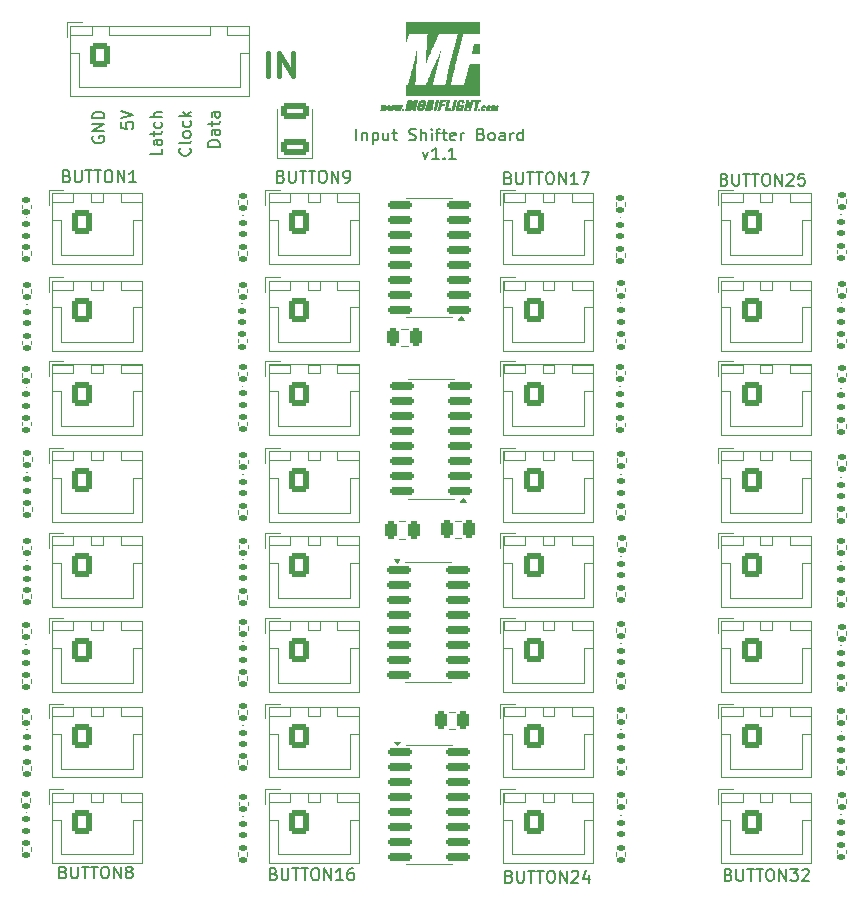
<source format=gbr>
%TF.GenerationSoftware,KiCad,Pcbnew,9.0.3*%
%TF.CreationDate,2025-07-25T06:36:40+02:00*%
%TF.ProjectId,input-shifter-board,696e7075-742d-4736-9869-667465722d62,rev?*%
%TF.SameCoordinates,Original*%
%TF.FileFunction,Legend,Top*%
%TF.FilePolarity,Positive*%
%FSLAX46Y46*%
G04 Gerber Fmt 4.6, Leading zero omitted, Abs format (unit mm)*
G04 Created by KiCad (PCBNEW 9.0.3) date 2025-07-25 06:36:40*
%MOMM*%
%LPD*%
G01*
G04 APERTURE LIST*
G04 Aperture macros list*
%AMRoundRect*
0 Rectangle with rounded corners*
0 $1 Rounding radius*
0 $2 $3 $4 $5 $6 $7 $8 $9 X,Y pos of 4 corners*
0 Add a 4 corners polygon primitive as box body*
4,1,4,$2,$3,$4,$5,$6,$7,$8,$9,$2,$3,0*
0 Add four circle primitives for the rounded corners*
1,1,$1+$1,$2,$3*
1,1,$1+$1,$4,$5*
1,1,$1+$1,$6,$7*
1,1,$1+$1,$8,$9*
0 Add four rect primitives between the rounded corners*
20,1,$1+$1,$2,$3,$4,$5,0*
20,1,$1+$1,$4,$5,$6,$7,0*
20,1,$1+$1,$6,$7,$8,$9,0*
20,1,$1+$1,$8,$9,$2,$3,0*%
G04 Aperture macros list end*
%ADD10C,0.150000*%
%ADD11C,0.400000*%
%ADD12C,0.100000*%
%ADD13C,0.120000*%
%ADD14C,0.000000*%
%ADD15RoundRect,0.147500X-0.172500X0.147500X-0.172500X-0.147500X0.172500X-0.147500X0.172500X0.147500X0*%
%ADD16RoundRect,0.135000X-0.185000X0.135000X-0.185000X-0.135000X0.185000X-0.135000X0.185000X0.135000X0*%
%ADD17RoundRect,0.250000X-0.600000X-0.750000X0.600000X-0.750000X0.600000X0.750000X-0.600000X0.750000X0*%
%ADD18O,1.700000X2.000000*%
%ADD19RoundRect,0.135000X0.185000X-0.135000X0.185000X0.135000X-0.185000X0.135000X-0.185000X-0.135000X0*%
%ADD20RoundRect,0.150000X0.825000X0.150000X-0.825000X0.150000X-0.825000X-0.150000X0.825000X-0.150000X0*%
%ADD21C,6.400000*%
%ADD22RoundRect,0.150000X-0.825000X-0.150000X0.825000X-0.150000X0.825000X0.150000X-0.825000X0.150000X0*%
%ADD23RoundRect,0.250000X0.250000X0.475000X-0.250000X0.475000X-0.250000X-0.475000X0.250000X-0.475000X0*%
%ADD24RoundRect,0.250000X-0.600000X-0.725000X0.600000X-0.725000X0.600000X0.725000X-0.600000X0.725000X0*%
%ADD25O,1.700000X1.950000*%
%ADD26RoundRect,0.250000X0.945000X-0.420000X0.945000X0.420000X-0.945000X0.420000X-0.945000X-0.420000X0*%
%ADD27RoundRect,0.250000X-0.250000X-0.475000X0.250000X-0.475000X0.250000X0.475000X-0.250000X0.475000X0*%
G04 APERTURE END LIST*
D10*
X84104319Y-51832857D02*
X84104319Y-52309047D01*
X84104319Y-52309047D02*
X83104319Y-52309047D01*
X84104319Y-51070952D02*
X83580509Y-51070952D01*
X83580509Y-51070952D02*
X83485271Y-51118571D01*
X83485271Y-51118571D02*
X83437652Y-51213809D01*
X83437652Y-51213809D02*
X83437652Y-51404285D01*
X83437652Y-51404285D02*
X83485271Y-51499523D01*
X84056700Y-51070952D02*
X84104319Y-51166190D01*
X84104319Y-51166190D02*
X84104319Y-51404285D01*
X84104319Y-51404285D02*
X84056700Y-51499523D01*
X84056700Y-51499523D02*
X83961461Y-51547142D01*
X83961461Y-51547142D02*
X83866223Y-51547142D01*
X83866223Y-51547142D02*
X83770985Y-51499523D01*
X83770985Y-51499523D02*
X83723366Y-51404285D01*
X83723366Y-51404285D02*
X83723366Y-51166190D01*
X83723366Y-51166190D02*
X83675747Y-51070952D01*
X83437652Y-50737618D02*
X83437652Y-50356666D01*
X83104319Y-50594761D02*
X83961461Y-50594761D01*
X83961461Y-50594761D02*
X84056700Y-50547142D01*
X84056700Y-50547142D02*
X84104319Y-50451904D01*
X84104319Y-50451904D02*
X84104319Y-50356666D01*
X84056700Y-49594761D02*
X84104319Y-49689999D01*
X84104319Y-49689999D02*
X84104319Y-49880475D01*
X84104319Y-49880475D02*
X84056700Y-49975713D01*
X84056700Y-49975713D02*
X84009080Y-50023332D01*
X84009080Y-50023332D02*
X83913842Y-50070951D01*
X83913842Y-50070951D02*
X83628128Y-50070951D01*
X83628128Y-50070951D02*
X83532890Y-50023332D01*
X83532890Y-50023332D02*
X83485271Y-49975713D01*
X83485271Y-49975713D02*
X83437652Y-49880475D01*
X83437652Y-49880475D02*
X83437652Y-49689999D01*
X83437652Y-49689999D02*
X83485271Y-49594761D01*
X84104319Y-49166189D02*
X83104319Y-49166189D01*
X84104319Y-48737618D02*
X83580509Y-48737618D01*
X83580509Y-48737618D02*
X83485271Y-48785237D01*
X83485271Y-48785237D02*
X83437652Y-48880475D01*
X83437652Y-48880475D02*
X83437652Y-49023332D01*
X83437652Y-49023332D02*
X83485271Y-49118570D01*
X83485271Y-49118570D02*
X83532890Y-49166189D01*
X88989819Y-51642380D02*
X87989819Y-51642380D01*
X87989819Y-51642380D02*
X87989819Y-51404285D01*
X87989819Y-51404285D02*
X88037438Y-51261428D01*
X88037438Y-51261428D02*
X88132676Y-51166190D01*
X88132676Y-51166190D02*
X88227914Y-51118571D01*
X88227914Y-51118571D02*
X88418390Y-51070952D01*
X88418390Y-51070952D02*
X88561247Y-51070952D01*
X88561247Y-51070952D02*
X88751723Y-51118571D01*
X88751723Y-51118571D02*
X88846961Y-51166190D01*
X88846961Y-51166190D02*
X88942200Y-51261428D01*
X88942200Y-51261428D02*
X88989819Y-51404285D01*
X88989819Y-51404285D02*
X88989819Y-51642380D01*
X88989819Y-50213809D02*
X88466009Y-50213809D01*
X88466009Y-50213809D02*
X88370771Y-50261428D01*
X88370771Y-50261428D02*
X88323152Y-50356666D01*
X88323152Y-50356666D02*
X88323152Y-50547142D01*
X88323152Y-50547142D02*
X88370771Y-50642380D01*
X88942200Y-50213809D02*
X88989819Y-50309047D01*
X88989819Y-50309047D02*
X88989819Y-50547142D01*
X88989819Y-50547142D02*
X88942200Y-50642380D01*
X88942200Y-50642380D02*
X88846961Y-50689999D01*
X88846961Y-50689999D02*
X88751723Y-50689999D01*
X88751723Y-50689999D02*
X88656485Y-50642380D01*
X88656485Y-50642380D02*
X88608866Y-50547142D01*
X88608866Y-50547142D02*
X88608866Y-50309047D01*
X88608866Y-50309047D02*
X88561247Y-50213809D01*
X88323152Y-49880475D02*
X88323152Y-49499523D01*
X87989819Y-49737618D02*
X88846961Y-49737618D01*
X88846961Y-49737618D02*
X88942200Y-49689999D01*
X88942200Y-49689999D02*
X88989819Y-49594761D01*
X88989819Y-49594761D02*
X88989819Y-49499523D01*
X88989819Y-48737618D02*
X88466009Y-48737618D01*
X88466009Y-48737618D02*
X88370771Y-48785237D01*
X88370771Y-48785237D02*
X88323152Y-48880475D01*
X88323152Y-48880475D02*
X88323152Y-49070951D01*
X88323152Y-49070951D02*
X88370771Y-49166189D01*
X88942200Y-48737618D02*
X88989819Y-48832856D01*
X88989819Y-48832856D02*
X88989819Y-49070951D01*
X88989819Y-49070951D02*
X88942200Y-49166189D01*
X88942200Y-49166189D02*
X88846961Y-49213808D01*
X88846961Y-49213808D02*
X88751723Y-49213808D01*
X88751723Y-49213808D02*
X88656485Y-49166189D01*
X88656485Y-49166189D02*
X88608866Y-49070951D01*
X88608866Y-49070951D02*
X88608866Y-48832856D01*
X88608866Y-48832856D02*
X88561247Y-48737618D01*
X100559605Y-51119875D02*
X100559605Y-50119875D01*
X101035795Y-50453208D02*
X101035795Y-51119875D01*
X101035795Y-50548446D02*
X101083414Y-50500827D01*
X101083414Y-50500827D02*
X101178652Y-50453208D01*
X101178652Y-50453208D02*
X101321509Y-50453208D01*
X101321509Y-50453208D02*
X101416747Y-50500827D01*
X101416747Y-50500827D02*
X101464366Y-50596065D01*
X101464366Y-50596065D02*
X101464366Y-51119875D01*
X101940557Y-50453208D02*
X101940557Y-51453208D01*
X101940557Y-50500827D02*
X102035795Y-50453208D01*
X102035795Y-50453208D02*
X102226271Y-50453208D01*
X102226271Y-50453208D02*
X102321509Y-50500827D01*
X102321509Y-50500827D02*
X102369128Y-50548446D01*
X102369128Y-50548446D02*
X102416747Y-50643684D01*
X102416747Y-50643684D02*
X102416747Y-50929398D01*
X102416747Y-50929398D02*
X102369128Y-51024636D01*
X102369128Y-51024636D02*
X102321509Y-51072256D01*
X102321509Y-51072256D02*
X102226271Y-51119875D01*
X102226271Y-51119875D02*
X102035795Y-51119875D01*
X102035795Y-51119875D02*
X101940557Y-51072256D01*
X103273890Y-50453208D02*
X103273890Y-51119875D01*
X102845319Y-50453208D02*
X102845319Y-50977017D01*
X102845319Y-50977017D02*
X102892938Y-51072256D01*
X102892938Y-51072256D02*
X102988176Y-51119875D01*
X102988176Y-51119875D02*
X103131033Y-51119875D01*
X103131033Y-51119875D02*
X103226271Y-51072256D01*
X103226271Y-51072256D02*
X103273890Y-51024636D01*
X103607224Y-50453208D02*
X103988176Y-50453208D01*
X103750081Y-50119875D02*
X103750081Y-50977017D01*
X103750081Y-50977017D02*
X103797700Y-51072256D01*
X103797700Y-51072256D02*
X103892938Y-51119875D01*
X103892938Y-51119875D02*
X103988176Y-51119875D01*
X105035796Y-51072256D02*
X105178653Y-51119875D01*
X105178653Y-51119875D02*
X105416748Y-51119875D01*
X105416748Y-51119875D02*
X105511986Y-51072256D01*
X105511986Y-51072256D02*
X105559605Y-51024636D01*
X105559605Y-51024636D02*
X105607224Y-50929398D01*
X105607224Y-50929398D02*
X105607224Y-50834160D01*
X105607224Y-50834160D02*
X105559605Y-50738922D01*
X105559605Y-50738922D02*
X105511986Y-50691303D01*
X105511986Y-50691303D02*
X105416748Y-50643684D01*
X105416748Y-50643684D02*
X105226272Y-50596065D01*
X105226272Y-50596065D02*
X105131034Y-50548446D01*
X105131034Y-50548446D02*
X105083415Y-50500827D01*
X105083415Y-50500827D02*
X105035796Y-50405589D01*
X105035796Y-50405589D02*
X105035796Y-50310351D01*
X105035796Y-50310351D02*
X105083415Y-50215113D01*
X105083415Y-50215113D02*
X105131034Y-50167494D01*
X105131034Y-50167494D02*
X105226272Y-50119875D01*
X105226272Y-50119875D02*
X105464367Y-50119875D01*
X105464367Y-50119875D02*
X105607224Y-50167494D01*
X106035796Y-51119875D02*
X106035796Y-50119875D01*
X106464367Y-51119875D02*
X106464367Y-50596065D01*
X106464367Y-50596065D02*
X106416748Y-50500827D01*
X106416748Y-50500827D02*
X106321510Y-50453208D01*
X106321510Y-50453208D02*
X106178653Y-50453208D01*
X106178653Y-50453208D02*
X106083415Y-50500827D01*
X106083415Y-50500827D02*
X106035796Y-50548446D01*
X106940558Y-51119875D02*
X106940558Y-50453208D01*
X106940558Y-50119875D02*
X106892939Y-50167494D01*
X106892939Y-50167494D02*
X106940558Y-50215113D01*
X106940558Y-50215113D02*
X106988177Y-50167494D01*
X106988177Y-50167494D02*
X106940558Y-50119875D01*
X106940558Y-50119875D02*
X106940558Y-50215113D01*
X107273891Y-50453208D02*
X107654843Y-50453208D01*
X107416748Y-51119875D02*
X107416748Y-50262732D01*
X107416748Y-50262732D02*
X107464367Y-50167494D01*
X107464367Y-50167494D02*
X107559605Y-50119875D01*
X107559605Y-50119875D02*
X107654843Y-50119875D01*
X107845320Y-50453208D02*
X108226272Y-50453208D01*
X107988177Y-50119875D02*
X107988177Y-50977017D01*
X107988177Y-50977017D02*
X108035796Y-51072256D01*
X108035796Y-51072256D02*
X108131034Y-51119875D01*
X108131034Y-51119875D02*
X108226272Y-51119875D01*
X108940558Y-51072256D02*
X108845320Y-51119875D01*
X108845320Y-51119875D02*
X108654844Y-51119875D01*
X108654844Y-51119875D02*
X108559606Y-51072256D01*
X108559606Y-51072256D02*
X108511987Y-50977017D01*
X108511987Y-50977017D02*
X108511987Y-50596065D01*
X108511987Y-50596065D02*
X108559606Y-50500827D01*
X108559606Y-50500827D02*
X108654844Y-50453208D01*
X108654844Y-50453208D02*
X108845320Y-50453208D01*
X108845320Y-50453208D02*
X108940558Y-50500827D01*
X108940558Y-50500827D02*
X108988177Y-50596065D01*
X108988177Y-50596065D02*
X108988177Y-50691303D01*
X108988177Y-50691303D02*
X108511987Y-50786541D01*
X109416749Y-51119875D02*
X109416749Y-50453208D01*
X109416749Y-50643684D02*
X109464368Y-50548446D01*
X109464368Y-50548446D02*
X109511987Y-50500827D01*
X109511987Y-50500827D02*
X109607225Y-50453208D01*
X109607225Y-50453208D02*
X109702463Y-50453208D01*
X111131035Y-50596065D02*
X111273892Y-50643684D01*
X111273892Y-50643684D02*
X111321511Y-50691303D01*
X111321511Y-50691303D02*
X111369130Y-50786541D01*
X111369130Y-50786541D02*
X111369130Y-50929398D01*
X111369130Y-50929398D02*
X111321511Y-51024636D01*
X111321511Y-51024636D02*
X111273892Y-51072256D01*
X111273892Y-51072256D02*
X111178654Y-51119875D01*
X111178654Y-51119875D02*
X110797702Y-51119875D01*
X110797702Y-51119875D02*
X110797702Y-50119875D01*
X110797702Y-50119875D02*
X111131035Y-50119875D01*
X111131035Y-50119875D02*
X111226273Y-50167494D01*
X111226273Y-50167494D02*
X111273892Y-50215113D01*
X111273892Y-50215113D02*
X111321511Y-50310351D01*
X111321511Y-50310351D02*
X111321511Y-50405589D01*
X111321511Y-50405589D02*
X111273892Y-50500827D01*
X111273892Y-50500827D02*
X111226273Y-50548446D01*
X111226273Y-50548446D02*
X111131035Y-50596065D01*
X111131035Y-50596065D02*
X110797702Y-50596065D01*
X111940559Y-51119875D02*
X111845321Y-51072256D01*
X111845321Y-51072256D02*
X111797702Y-51024636D01*
X111797702Y-51024636D02*
X111750083Y-50929398D01*
X111750083Y-50929398D02*
X111750083Y-50643684D01*
X111750083Y-50643684D02*
X111797702Y-50548446D01*
X111797702Y-50548446D02*
X111845321Y-50500827D01*
X111845321Y-50500827D02*
X111940559Y-50453208D01*
X111940559Y-50453208D02*
X112083416Y-50453208D01*
X112083416Y-50453208D02*
X112178654Y-50500827D01*
X112178654Y-50500827D02*
X112226273Y-50548446D01*
X112226273Y-50548446D02*
X112273892Y-50643684D01*
X112273892Y-50643684D02*
X112273892Y-50929398D01*
X112273892Y-50929398D02*
X112226273Y-51024636D01*
X112226273Y-51024636D02*
X112178654Y-51072256D01*
X112178654Y-51072256D02*
X112083416Y-51119875D01*
X112083416Y-51119875D02*
X111940559Y-51119875D01*
X113131035Y-51119875D02*
X113131035Y-50596065D01*
X113131035Y-50596065D02*
X113083416Y-50500827D01*
X113083416Y-50500827D02*
X112988178Y-50453208D01*
X112988178Y-50453208D02*
X112797702Y-50453208D01*
X112797702Y-50453208D02*
X112702464Y-50500827D01*
X113131035Y-51072256D02*
X113035797Y-51119875D01*
X113035797Y-51119875D02*
X112797702Y-51119875D01*
X112797702Y-51119875D02*
X112702464Y-51072256D01*
X112702464Y-51072256D02*
X112654845Y-50977017D01*
X112654845Y-50977017D02*
X112654845Y-50881779D01*
X112654845Y-50881779D02*
X112702464Y-50786541D01*
X112702464Y-50786541D02*
X112797702Y-50738922D01*
X112797702Y-50738922D02*
X113035797Y-50738922D01*
X113035797Y-50738922D02*
X113131035Y-50691303D01*
X113607226Y-51119875D02*
X113607226Y-50453208D01*
X113607226Y-50643684D02*
X113654845Y-50548446D01*
X113654845Y-50548446D02*
X113702464Y-50500827D01*
X113702464Y-50500827D02*
X113797702Y-50453208D01*
X113797702Y-50453208D02*
X113892940Y-50453208D01*
X114654845Y-51119875D02*
X114654845Y-50119875D01*
X114654845Y-51072256D02*
X114559607Y-51119875D01*
X114559607Y-51119875D02*
X114369131Y-51119875D01*
X114369131Y-51119875D02*
X114273893Y-51072256D01*
X114273893Y-51072256D02*
X114226274Y-51024636D01*
X114226274Y-51024636D02*
X114178655Y-50929398D01*
X114178655Y-50929398D02*
X114178655Y-50643684D01*
X114178655Y-50643684D02*
X114226274Y-50548446D01*
X114226274Y-50548446D02*
X114273893Y-50500827D01*
X114273893Y-50500827D02*
X114369131Y-50453208D01*
X114369131Y-50453208D02*
X114559607Y-50453208D01*
X114559607Y-50453208D02*
X114654845Y-50500827D01*
X106178654Y-52063152D02*
X106416749Y-52729819D01*
X106416749Y-52729819D02*
X106654844Y-52063152D01*
X107559606Y-52729819D02*
X106988178Y-52729819D01*
X107273892Y-52729819D02*
X107273892Y-51729819D01*
X107273892Y-51729819D02*
X107178654Y-51872676D01*
X107178654Y-51872676D02*
X107083416Y-51967914D01*
X107083416Y-51967914D02*
X106988178Y-52015533D01*
X107988178Y-52634580D02*
X108035797Y-52682200D01*
X108035797Y-52682200D02*
X107988178Y-52729819D01*
X107988178Y-52729819D02*
X107940559Y-52682200D01*
X107940559Y-52682200D02*
X107988178Y-52634580D01*
X107988178Y-52634580D02*
X107988178Y-52729819D01*
X108988177Y-52729819D02*
X108416749Y-52729819D01*
X108702463Y-52729819D02*
X108702463Y-51729819D01*
X108702463Y-51729819D02*
X108607225Y-51872676D01*
X108607225Y-51872676D02*
X108511987Y-51967914D01*
X108511987Y-51967914D02*
X108416749Y-52015533D01*
D11*
X93092381Y-45694438D02*
X93092381Y-43694438D01*
X94044762Y-45694438D02*
X94044762Y-43694438D01*
X94044762Y-43694438D02*
X95187619Y-45694438D01*
X95187619Y-45694438D02*
X95187619Y-43694438D01*
D10*
X80661569Y-49594761D02*
X80661569Y-50070951D01*
X80661569Y-50070951D02*
X81137759Y-50118570D01*
X81137759Y-50118570D02*
X81090140Y-50070951D01*
X81090140Y-50070951D02*
X81042521Y-49975713D01*
X81042521Y-49975713D02*
X81042521Y-49737618D01*
X81042521Y-49737618D02*
X81090140Y-49642380D01*
X81090140Y-49642380D02*
X81137759Y-49594761D01*
X81137759Y-49594761D02*
X81232997Y-49547142D01*
X81232997Y-49547142D02*
X81471092Y-49547142D01*
X81471092Y-49547142D02*
X81566330Y-49594761D01*
X81566330Y-49594761D02*
X81613950Y-49642380D01*
X81613950Y-49642380D02*
X81661569Y-49737618D01*
X81661569Y-49737618D02*
X81661569Y-49975713D01*
X81661569Y-49975713D02*
X81613950Y-50070951D01*
X81613950Y-50070951D02*
X81566330Y-50118570D01*
X80661569Y-49261427D02*
X81661569Y-48928094D01*
X81661569Y-48928094D02*
X80661569Y-48594761D01*
X78266438Y-50785237D02*
X78218819Y-50880475D01*
X78218819Y-50880475D02*
X78218819Y-51023332D01*
X78218819Y-51023332D02*
X78266438Y-51166189D01*
X78266438Y-51166189D02*
X78361676Y-51261427D01*
X78361676Y-51261427D02*
X78456914Y-51309046D01*
X78456914Y-51309046D02*
X78647390Y-51356665D01*
X78647390Y-51356665D02*
X78790247Y-51356665D01*
X78790247Y-51356665D02*
X78980723Y-51309046D01*
X78980723Y-51309046D02*
X79075961Y-51261427D01*
X79075961Y-51261427D02*
X79171200Y-51166189D01*
X79171200Y-51166189D02*
X79218819Y-51023332D01*
X79218819Y-51023332D02*
X79218819Y-50928094D01*
X79218819Y-50928094D02*
X79171200Y-50785237D01*
X79171200Y-50785237D02*
X79123580Y-50737618D01*
X79123580Y-50737618D02*
X78790247Y-50737618D01*
X78790247Y-50737618D02*
X78790247Y-50928094D01*
X79218819Y-50309046D02*
X78218819Y-50309046D01*
X78218819Y-50309046D02*
X79218819Y-49737618D01*
X79218819Y-49737618D02*
X78218819Y-49737618D01*
X79218819Y-49261427D02*
X78218819Y-49261427D01*
X78218819Y-49261427D02*
X78218819Y-49023332D01*
X78218819Y-49023332D02*
X78266438Y-48880475D01*
X78266438Y-48880475D02*
X78361676Y-48785237D01*
X78361676Y-48785237D02*
X78456914Y-48737618D01*
X78456914Y-48737618D02*
X78647390Y-48689999D01*
X78647390Y-48689999D02*
X78790247Y-48689999D01*
X78790247Y-48689999D02*
X78980723Y-48737618D01*
X78980723Y-48737618D02*
X79075961Y-48785237D01*
X79075961Y-48785237D02*
X79171200Y-48880475D01*
X79171200Y-48880475D02*
X79218819Y-49023332D01*
X79218819Y-49023332D02*
X79218819Y-49261427D01*
X86451830Y-51785238D02*
X86499450Y-51832857D01*
X86499450Y-51832857D02*
X86547069Y-51975714D01*
X86547069Y-51975714D02*
X86547069Y-52070952D01*
X86547069Y-52070952D02*
X86499450Y-52213809D01*
X86499450Y-52213809D02*
X86404211Y-52309047D01*
X86404211Y-52309047D02*
X86308973Y-52356666D01*
X86308973Y-52356666D02*
X86118497Y-52404285D01*
X86118497Y-52404285D02*
X85975640Y-52404285D01*
X85975640Y-52404285D02*
X85785164Y-52356666D01*
X85785164Y-52356666D02*
X85689926Y-52309047D01*
X85689926Y-52309047D02*
X85594688Y-52213809D01*
X85594688Y-52213809D02*
X85547069Y-52070952D01*
X85547069Y-52070952D02*
X85547069Y-51975714D01*
X85547069Y-51975714D02*
X85594688Y-51832857D01*
X85594688Y-51832857D02*
X85642307Y-51785238D01*
X86547069Y-51213809D02*
X86499450Y-51309047D01*
X86499450Y-51309047D02*
X86404211Y-51356666D01*
X86404211Y-51356666D02*
X85547069Y-51356666D01*
X86547069Y-50689999D02*
X86499450Y-50785237D01*
X86499450Y-50785237D02*
X86451830Y-50832856D01*
X86451830Y-50832856D02*
X86356592Y-50880475D01*
X86356592Y-50880475D02*
X86070878Y-50880475D01*
X86070878Y-50880475D02*
X85975640Y-50832856D01*
X85975640Y-50832856D02*
X85928021Y-50785237D01*
X85928021Y-50785237D02*
X85880402Y-50689999D01*
X85880402Y-50689999D02*
X85880402Y-50547142D01*
X85880402Y-50547142D02*
X85928021Y-50451904D01*
X85928021Y-50451904D02*
X85975640Y-50404285D01*
X85975640Y-50404285D02*
X86070878Y-50356666D01*
X86070878Y-50356666D02*
X86356592Y-50356666D01*
X86356592Y-50356666D02*
X86451830Y-50404285D01*
X86451830Y-50404285D02*
X86499450Y-50451904D01*
X86499450Y-50451904D02*
X86547069Y-50547142D01*
X86547069Y-50547142D02*
X86547069Y-50689999D01*
X86499450Y-49499523D02*
X86547069Y-49594761D01*
X86547069Y-49594761D02*
X86547069Y-49785237D01*
X86547069Y-49785237D02*
X86499450Y-49880475D01*
X86499450Y-49880475D02*
X86451830Y-49928094D01*
X86451830Y-49928094D02*
X86356592Y-49975713D01*
X86356592Y-49975713D02*
X86070878Y-49975713D01*
X86070878Y-49975713D02*
X85975640Y-49928094D01*
X85975640Y-49928094D02*
X85928021Y-49880475D01*
X85928021Y-49880475D02*
X85880402Y-49785237D01*
X85880402Y-49785237D02*
X85880402Y-49594761D01*
X85880402Y-49594761D02*
X85928021Y-49499523D01*
X86547069Y-49070951D02*
X85547069Y-49070951D01*
X86166116Y-48975713D02*
X86547069Y-48689999D01*
X85880402Y-48689999D02*
X86261354Y-49070951D01*
X75761704Y-113077809D02*
X75904561Y-113125428D01*
X75904561Y-113125428D02*
X75952180Y-113173047D01*
X75952180Y-113173047D02*
X75999799Y-113268285D01*
X75999799Y-113268285D02*
X75999799Y-113411142D01*
X75999799Y-113411142D02*
X75952180Y-113506380D01*
X75952180Y-113506380D02*
X75904561Y-113554000D01*
X75904561Y-113554000D02*
X75809323Y-113601619D01*
X75809323Y-113601619D02*
X75428371Y-113601619D01*
X75428371Y-113601619D02*
X75428371Y-112601619D01*
X75428371Y-112601619D02*
X75761704Y-112601619D01*
X75761704Y-112601619D02*
X75856942Y-112649238D01*
X75856942Y-112649238D02*
X75904561Y-112696857D01*
X75904561Y-112696857D02*
X75952180Y-112792095D01*
X75952180Y-112792095D02*
X75952180Y-112887333D01*
X75952180Y-112887333D02*
X75904561Y-112982571D01*
X75904561Y-112982571D02*
X75856942Y-113030190D01*
X75856942Y-113030190D02*
X75761704Y-113077809D01*
X75761704Y-113077809D02*
X75428371Y-113077809D01*
X76428371Y-112601619D02*
X76428371Y-113411142D01*
X76428371Y-113411142D02*
X76475990Y-113506380D01*
X76475990Y-113506380D02*
X76523609Y-113554000D01*
X76523609Y-113554000D02*
X76618847Y-113601619D01*
X76618847Y-113601619D02*
X76809323Y-113601619D01*
X76809323Y-113601619D02*
X76904561Y-113554000D01*
X76904561Y-113554000D02*
X76952180Y-113506380D01*
X76952180Y-113506380D02*
X76999799Y-113411142D01*
X76999799Y-113411142D02*
X76999799Y-112601619D01*
X77333133Y-112601619D02*
X77904561Y-112601619D01*
X77618847Y-113601619D02*
X77618847Y-112601619D01*
X78095038Y-112601619D02*
X78666466Y-112601619D01*
X78380752Y-113601619D02*
X78380752Y-112601619D01*
X79190276Y-112601619D02*
X79380752Y-112601619D01*
X79380752Y-112601619D02*
X79475990Y-112649238D01*
X79475990Y-112649238D02*
X79571228Y-112744476D01*
X79571228Y-112744476D02*
X79618847Y-112934952D01*
X79618847Y-112934952D02*
X79618847Y-113268285D01*
X79618847Y-113268285D02*
X79571228Y-113458761D01*
X79571228Y-113458761D02*
X79475990Y-113554000D01*
X79475990Y-113554000D02*
X79380752Y-113601619D01*
X79380752Y-113601619D02*
X79190276Y-113601619D01*
X79190276Y-113601619D02*
X79095038Y-113554000D01*
X79095038Y-113554000D02*
X78999800Y-113458761D01*
X78999800Y-113458761D02*
X78952181Y-113268285D01*
X78952181Y-113268285D02*
X78952181Y-112934952D01*
X78952181Y-112934952D02*
X78999800Y-112744476D01*
X78999800Y-112744476D02*
X79095038Y-112649238D01*
X79095038Y-112649238D02*
X79190276Y-112601619D01*
X80047419Y-113601619D02*
X80047419Y-112601619D01*
X80047419Y-112601619D02*
X80618847Y-113601619D01*
X80618847Y-113601619D02*
X80618847Y-112601619D01*
X81237895Y-113030190D02*
X81142657Y-112982571D01*
X81142657Y-112982571D02*
X81095038Y-112934952D01*
X81095038Y-112934952D02*
X81047419Y-112839714D01*
X81047419Y-112839714D02*
X81047419Y-112792095D01*
X81047419Y-112792095D02*
X81095038Y-112696857D01*
X81095038Y-112696857D02*
X81142657Y-112649238D01*
X81142657Y-112649238D02*
X81237895Y-112601619D01*
X81237895Y-112601619D02*
X81428371Y-112601619D01*
X81428371Y-112601619D02*
X81523609Y-112649238D01*
X81523609Y-112649238D02*
X81571228Y-112696857D01*
X81571228Y-112696857D02*
X81618847Y-112792095D01*
X81618847Y-112792095D02*
X81618847Y-112839714D01*
X81618847Y-112839714D02*
X81571228Y-112934952D01*
X81571228Y-112934952D02*
X81523609Y-112982571D01*
X81523609Y-112982571D02*
X81428371Y-113030190D01*
X81428371Y-113030190D02*
X81237895Y-113030190D01*
X81237895Y-113030190D02*
X81142657Y-113077809D01*
X81142657Y-113077809D02*
X81095038Y-113125428D01*
X81095038Y-113125428D02*
X81047419Y-113220666D01*
X81047419Y-113220666D02*
X81047419Y-113411142D01*
X81047419Y-113411142D02*
X81095038Y-113506380D01*
X81095038Y-113506380D02*
X81142657Y-113554000D01*
X81142657Y-113554000D02*
X81237895Y-113601619D01*
X81237895Y-113601619D02*
X81428371Y-113601619D01*
X81428371Y-113601619D02*
X81523609Y-113554000D01*
X81523609Y-113554000D02*
X81571228Y-113506380D01*
X81571228Y-113506380D02*
X81618847Y-113411142D01*
X81618847Y-113411142D02*
X81618847Y-113220666D01*
X81618847Y-113220666D02*
X81571228Y-113125428D01*
X81571228Y-113125428D02*
X81523609Y-113077809D01*
X81523609Y-113077809D02*
X81428371Y-113030190D01*
X76059904Y-54139009D02*
X76202761Y-54186628D01*
X76202761Y-54186628D02*
X76250380Y-54234247D01*
X76250380Y-54234247D02*
X76297999Y-54329485D01*
X76297999Y-54329485D02*
X76297999Y-54472342D01*
X76297999Y-54472342D02*
X76250380Y-54567580D01*
X76250380Y-54567580D02*
X76202761Y-54615200D01*
X76202761Y-54615200D02*
X76107523Y-54662819D01*
X76107523Y-54662819D02*
X75726571Y-54662819D01*
X75726571Y-54662819D02*
X75726571Y-53662819D01*
X75726571Y-53662819D02*
X76059904Y-53662819D01*
X76059904Y-53662819D02*
X76155142Y-53710438D01*
X76155142Y-53710438D02*
X76202761Y-53758057D01*
X76202761Y-53758057D02*
X76250380Y-53853295D01*
X76250380Y-53853295D02*
X76250380Y-53948533D01*
X76250380Y-53948533D02*
X76202761Y-54043771D01*
X76202761Y-54043771D02*
X76155142Y-54091390D01*
X76155142Y-54091390D02*
X76059904Y-54139009D01*
X76059904Y-54139009D02*
X75726571Y-54139009D01*
X76726571Y-53662819D02*
X76726571Y-54472342D01*
X76726571Y-54472342D02*
X76774190Y-54567580D01*
X76774190Y-54567580D02*
X76821809Y-54615200D01*
X76821809Y-54615200D02*
X76917047Y-54662819D01*
X76917047Y-54662819D02*
X77107523Y-54662819D01*
X77107523Y-54662819D02*
X77202761Y-54615200D01*
X77202761Y-54615200D02*
X77250380Y-54567580D01*
X77250380Y-54567580D02*
X77297999Y-54472342D01*
X77297999Y-54472342D02*
X77297999Y-53662819D01*
X77631333Y-53662819D02*
X78202761Y-53662819D01*
X77917047Y-54662819D02*
X77917047Y-53662819D01*
X78393238Y-53662819D02*
X78964666Y-53662819D01*
X78678952Y-54662819D02*
X78678952Y-53662819D01*
X79488476Y-53662819D02*
X79678952Y-53662819D01*
X79678952Y-53662819D02*
X79774190Y-53710438D01*
X79774190Y-53710438D02*
X79869428Y-53805676D01*
X79869428Y-53805676D02*
X79917047Y-53996152D01*
X79917047Y-53996152D02*
X79917047Y-54329485D01*
X79917047Y-54329485D02*
X79869428Y-54519961D01*
X79869428Y-54519961D02*
X79774190Y-54615200D01*
X79774190Y-54615200D02*
X79678952Y-54662819D01*
X79678952Y-54662819D02*
X79488476Y-54662819D01*
X79488476Y-54662819D02*
X79393238Y-54615200D01*
X79393238Y-54615200D02*
X79298000Y-54519961D01*
X79298000Y-54519961D02*
X79250381Y-54329485D01*
X79250381Y-54329485D02*
X79250381Y-53996152D01*
X79250381Y-53996152D02*
X79298000Y-53805676D01*
X79298000Y-53805676D02*
X79393238Y-53710438D01*
X79393238Y-53710438D02*
X79488476Y-53662819D01*
X80345619Y-54662819D02*
X80345619Y-53662819D01*
X80345619Y-53662819D02*
X80917047Y-54662819D01*
X80917047Y-54662819D02*
X80917047Y-53662819D01*
X81917047Y-54662819D02*
X81345619Y-54662819D01*
X81631333Y-54662819D02*
X81631333Y-53662819D01*
X81631333Y-53662819D02*
X81536095Y-53805676D01*
X81536095Y-53805676D02*
X81440857Y-53900914D01*
X81440857Y-53900914D02*
X81345619Y-53948533D01*
X93573514Y-113230209D02*
X93716371Y-113277828D01*
X93716371Y-113277828D02*
X93763990Y-113325447D01*
X93763990Y-113325447D02*
X93811609Y-113420685D01*
X93811609Y-113420685D02*
X93811609Y-113563542D01*
X93811609Y-113563542D02*
X93763990Y-113658780D01*
X93763990Y-113658780D02*
X93716371Y-113706400D01*
X93716371Y-113706400D02*
X93621133Y-113754019D01*
X93621133Y-113754019D02*
X93240181Y-113754019D01*
X93240181Y-113754019D02*
X93240181Y-112754019D01*
X93240181Y-112754019D02*
X93573514Y-112754019D01*
X93573514Y-112754019D02*
X93668752Y-112801638D01*
X93668752Y-112801638D02*
X93716371Y-112849257D01*
X93716371Y-112849257D02*
X93763990Y-112944495D01*
X93763990Y-112944495D02*
X93763990Y-113039733D01*
X93763990Y-113039733D02*
X93716371Y-113134971D01*
X93716371Y-113134971D02*
X93668752Y-113182590D01*
X93668752Y-113182590D02*
X93573514Y-113230209D01*
X93573514Y-113230209D02*
X93240181Y-113230209D01*
X94240181Y-112754019D02*
X94240181Y-113563542D01*
X94240181Y-113563542D02*
X94287800Y-113658780D01*
X94287800Y-113658780D02*
X94335419Y-113706400D01*
X94335419Y-113706400D02*
X94430657Y-113754019D01*
X94430657Y-113754019D02*
X94621133Y-113754019D01*
X94621133Y-113754019D02*
X94716371Y-113706400D01*
X94716371Y-113706400D02*
X94763990Y-113658780D01*
X94763990Y-113658780D02*
X94811609Y-113563542D01*
X94811609Y-113563542D02*
X94811609Y-112754019D01*
X95144943Y-112754019D02*
X95716371Y-112754019D01*
X95430657Y-113754019D02*
X95430657Y-112754019D01*
X95906848Y-112754019D02*
X96478276Y-112754019D01*
X96192562Y-113754019D02*
X96192562Y-112754019D01*
X97002086Y-112754019D02*
X97192562Y-112754019D01*
X97192562Y-112754019D02*
X97287800Y-112801638D01*
X97287800Y-112801638D02*
X97383038Y-112896876D01*
X97383038Y-112896876D02*
X97430657Y-113087352D01*
X97430657Y-113087352D02*
X97430657Y-113420685D01*
X97430657Y-113420685D02*
X97383038Y-113611161D01*
X97383038Y-113611161D02*
X97287800Y-113706400D01*
X97287800Y-113706400D02*
X97192562Y-113754019D01*
X97192562Y-113754019D02*
X97002086Y-113754019D01*
X97002086Y-113754019D02*
X96906848Y-113706400D01*
X96906848Y-113706400D02*
X96811610Y-113611161D01*
X96811610Y-113611161D02*
X96763991Y-113420685D01*
X96763991Y-113420685D02*
X96763991Y-113087352D01*
X96763991Y-113087352D02*
X96811610Y-112896876D01*
X96811610Y-112896876D02*
X96906848Y-112801638D01*
X96906848Y-112801638D02*
X97002086Y-112754019D01*
X97859229Y-113754019D02*
X97859229Y-112754019D01*
X97859229Y-112754019D02*
X98430657Y-113754019D01*
X98430657Y-113754019D02*
X98430657Y-112754019D01*
X99430657Y-113754019D02*
X98859229Y-113754019D01*
X99144943Y-113754019D02*
X99144943Y-112754019D01*
X99144943Y-112754019D02*
X99049705Y-112896876D01*
X99049705Y-112896876D02*
X98954467Y-112992114D01*
X98954467Y-112992114D02*
X98859229Y-113039733D01*
X100287800Y-112754019D02*
X100097324Y-112754019D01*
X100097324Y-112754019D02*
X100002086Y-112801638D01*
X100002086Y-112801638D02*
X99954467Y-112849257D01*
X99954467Y-112849257D02*
X99859229Y-112992114D01*
X99859229Y-112992114D02*
X99811610Y-113182590D01*
X99811610Y-113182590D02*
X99811610Y-113563542D01*
X99811610Y-113563542D02*
X99859229Y-113658780D01*
X99859229Y-113658780D02*
X99906848Y-113706400D01*
X99906848Y-113706400D02*
X100002086Y-113754019D01*
X100002086Y-113754019D02*
X100192562Y-113754019D01*
X100192562Y-113754019D02*
X100287800Y-113706400D01*
X100287800Y-113706400D02*
X100335419Y-113658780D01*
X100335419Y-113658780D02*
X100383038Y-113563542D01*
X100383038Y-113563542D02*
X100383038Y-113325447D01*
X100383038Y-113325447D02*
X100335419Y-113230209D01*
X100335419Y-113230209D02*
X100287800Y-113182590D01*
X100287800Y-113182590D02*
X100192562Y-113134971D01*
X100192562Y-113134971D02*
X100002086Y-113134971D01*
X100002086Y-113134971D02*
X99906848Y-113182590D01*
X99906848Y-113182590D02*
X99859229Y-113230209D01*
X99859229Y-113230209D02*
X99811610Y-113325447D01*
X132079914Y-113281009D02*
X132222771Y-113328628D01*
X132222771Y-113328628D02*
X132270390Y-113376247D01*
X132270390Y-113376247D02*
X132318009Y-113471485D01*
X132318009Y-113471485D02*
X132318009Y-113614342D01*
X132318009Y-113614342D02*
X132270390Y-113709580D01*
X132270390Y-113709580D02*
X132222771Y-113757200D01*
X132222771Y-113757200D02*
X132127533Y-113804819D01*
X132127533Y-113804819D02*
X131746581Y-113804819D01*
X131746581Y-113804819D02*
X131746581Y-112804819D01*
X131746581Y-112804819D02*
X132079914Y-112804819D01*
X132079914Y-112804819D02*
X132175152Y-112852438D01*
X132175152Y-112852438D02*
X132222771Y-112900057D01*
X132222771Y-112900057D02*
X132270390Y-112995295D01*
X132270390Y-112995295D02*
X132270390Y-113090533D01*
X132270390Y-113090533D02*
X132222771Y-113185771D01*
X132222771Y-113185771D02*
X132175152Y-113233390D01*
X132175152Y-113233390D02*
X132079914Y-113281009D01*
X132079914Y-113281009D02*
X131746581Y-113281009D01*
X132746581Y-112804819D02*
X132746581Y-113614342D01*
X132746581Y-113614342D02*
X132794200Y-113709580D01*
X132794200Y-113709580D02*
X132841819Y-113757200D01*
X132841819Y-113757200D02*
X132937057Y-113804819D01*
X132937057Y-113804819D02*
X133127533Y-113804819D01*
X133127533Y-113804819D02*
X133222771Y-113757200D01*
X133222771Y-113757200D02*
X133270390Y-113709580D01*
X133270390Y-113709580D02*
X133318009Y-113614342D01*
X133318009Y-113614342D02*
X133318009Y-112804819D01*
X133651343Y-112804819D02*
X134222771Y-112804819D01*
X133937057Y-113804819D02*
X133937057Y-112804819D01*
X134413248Y-112804819D02*
X134984676Y-112804819D01*
X134698962Y-113804819D02*
X134698962Y-112804819D01*
X135508486Y-112804819D02*
X135698962Y-112804819D01*
X135698962Y-112804819D02*
X135794200Y-112852438D01*
X135794200Y-112852438D02*
X135889438Y-112947676D01*
X135889438Y-112947676D02*
X135937057Y-113138152D01*
X135937057Y-113138152D02*
X135937057Y-113471485D01*
X135937057Y-113471485D02*
X135889438Y-113661961D01*
X135889438Y-113661961D02*
X135794200Y-113757200D01*
X135794200Y-113757200D02*
X135698962Y-113804819D01*
X135698962Y-113804819D02*
X135508486Y-113804819D01*
X135508486Y-113804819D02*
X135413248Y-113757200D01*
X135413248Y-113757200D02*
X135318010Y-113661961D01*
X135318010Y-113661961D02*
X135270391Y-113471485D01*
X135270391Y-113471485D02*
X135270391Y-113138152D01*
X135270391Y-113138152D02*
X135318010Y-112947676D01*
X135318010Y-112947676D02*
X135413248Y-112852438D01*
X135413248Y-112852438D02*
X135508486Y-112804819D01*
X136365629Y-113804819D02*
X136365629Y-112804819D01*
X136365629Y-112804819D02*
X136937057Y-113804819D01*
X136937057Y-113804819D02*
X136937057Y-112804819D01*
X137318010Y-112804819D02*
X137937057Y-112804819D01*
X137937057Y-112804819D02*
X137603724Y-113185771D01*
X137603724Y-113185771D02*
X137746581Y-113185771D01*
X137746581Y-113185771D02*
X137841819Y-113233390D01*
X137841819Y-113233390D02*
X137889438Y-113281009D01*
X137889438Y-113281009D02*
X137937057Y-113376247D01*
X137937057Y-113376247D02*
X137937057Y-113614342D01*
X137937057Y-113614342D02*
X137889438Y-113709580D01*
X137889438Y-113709580D02*
X137841819Y-113757200D01*
X137841819Y-113757200D02*
X137746581Y-113804819D01*
X137746581Y-113804819D02*
X137460867Y-113804819D01*
X137460867Y-113804819D02*
X137365629Y-113757200D01*
X137365629Y-113757200D02*
X137318010Y-113709580D01*
X138318010Y-112900057D02*
X138365629Y-112852438D01*
X138365629Y-112852438D02*
X138460867Y-112804819D01*
X138460867Y-112804819D02*
X138698962Y-112804819D01*
X138698962Y-112804819D02*
X138794200Y-112852438D01*
X138794200Y-112852438D02*
X138841819Y-112900057D01*
X138841819Y-112900057D02*
X138889438Y-112995295D01*
X138889438Y-112995295D02*
X138889438Y-113090533D01*
X138889438Y-113090533D02*
X138841819Y-113233390D01*
X138841819Y-113233390D02*
X138270391Y-113804819D01*
X138270391Y-113804819D02*
X138889438Y-113804819D01*
X131734714Y-54425009D02*
X131877571Y-54472628D01*
X131877571Y-54472628D02*
X131925190Y-54520247D01*
X131925190Y-54520247D02*
X131972809Y-54615485D01*
X131972809Y-54615485D02*
X131972809Y-54758342D01*
X131972809Y-54758342D02*
X131925190Y-54853580D01*
X131925190Y-54853580D02*
X131877571Y-54901200D01*
X131877571Y-54901200D02*
X131782333Y-54948819D01*
X131782333Y-54948819D02*
X131401381Y-54948819D01*
X131401381Y-54948819D02*
X131401381Y-53948819D01*
X131401381Y-53948819D02*
X131734714Y-53948819D01*
X131734714Y-53948819D02*
X131829952Y-53996438D01*
X131829952Y-53996438D02*
X131877571Y-54044057D01*
X131877571Y-54044057D02*
X131925190Y-54139295D01*
X131925190Y-54139295D02*
X131925190Y-54234533D01*
X131925190Y-54234533D02*
X131877571Y-54329771D01*
X131877571Y-54329771D02*
X131829952Y-54377390D01*
X131829952Y-54377390D02*
X131734714Y-54425009D01*
X131734714Y-54425009D02*
X131401381Y-54425009D01*
X132401381Y-53948819D02*
X132401381Y-54758342D01*
X132401381Y-54758342D02*
X132449000Y-54853580D01*
X132449000Y-54853580D02*
X132496619Y-54901200D01*
X132496619Y-54901200D02*
X132591857Y-54948819D01*
X132591857Y-54948819D02*
X132782333Y-54948819D01*
X132782333Y-54948819D02*
X132877571Y-54901200D01*
X132877571Y-54901200D02*
X132925190Y-54853580D01*
X132925190Y-54853580D02*
X132972809Y-54758342D01*
X132972809Y-54758342D02*
X132972809Y-53948819D01*
X133306143Y-53948819D02*
X133877571Y-53948819D01*
X133591857Y-54948819D02*
X133591857Y-53948819D01*
X134068048Y-53948819D02*
X134639476Y-53948819D01*
X134353762Y-54948819D02*
X134353762Y-53948819D01*
X135163286Y-53948819D02*
X135353762Y-53948819D01*
X135353762Y-53948819D02*
X135449000Y-53996438D01*
X135449000Y-53996438D02*
X135544238Y-54091676D01*
X135544238Y-54091676D02*
X135591857Y-54282152D01*
X135591857Y-54282152D02*
X135591857Y-54615485D01*
X135591857Y-54615485D02*
X135544238Y-54805961D01*
X135544238Y-54805961D02*
X135449000Y-54901200D01*
X135449000Y-54901200D02*
X135353762Y-54948819D01*
X135353762Y-54948819D02*
X135163286Y-54948819D01*
X135163286Y-54948819D02*
X135068048Y-54901200D01*
X135068048Y-54901200D02*
X134972810Y-54805961D01*
X134972810Y-54805961D02*
X134925191Y-54615485D01*
X134925191Y-54615485D02*
X134925191Y-54282152D01*
X134925191Y-54282152D02*
X134972810Y-54091676D01*
X134972810Y-54091676D02*
X135068048Y-53996438D01*
X135068048Y-53996438D02*
X135163286Y-53948819D01*
X136020429Y-54948819D02*
X136020429Y-53948819D01*
X136020429Y-53948819D02*
X136591857Y-54948819D01*
X136591857Y-54948819D02*
X136591857Y-53948819D01*
X137020429Y-54044057D02*
X137068048Y-53996438D01*
X137068048Y-53996438D02*
X137163286Y-53948819D01*
X137163286Y-53948819D02*
X137401381Y-53948819D01*
X137401381Y-53948819D02*
X137496619Y-53996438D01*
X137496619Y-53996438D02*
X137544238Y-54044057D01*
X137544238Y-54044057D02*
X137591857Y-54139295D01*
X137591857Y-54139295D02*
X137591857Y-54234533D01*
X137591857Y-54234533D02*
X137544238Y-54377390D01*
X137544238Y-54377390D02*
X136972810Y-54948819D01*
X136972810Y-54948819D02*
X137591857Y-54948819D01*
X138496619Y-53948819D02*
X138020429Y-53948819D01*
X138020429Y-53948819D02*
X137972810Y-54425009D01*
X137972810Y-54425009D02*
X138020429Y-54377390D01*
X138020429Y-54377390D02*
X138115667Y-54329771D01*
X138115667Y-54329771D02*
X138353762Y-54329771D01*
X138353762Y-54329771D02*
X138449000Y-54377390D01*
X138449000Y-54377390D02*
X138496619Y-54425009D01*
X138496619Y-54425009D02*
X138544238Y-54520247D01*
X138544238Y-54520247D02*
X138544238Y-54758342D01*
X138544238Y-54758342D02*
X138496619Y-54853580D01*
X138496619Y-54853580D02*
X138449000Y-54901200D01*
X138449000Y-54901200D02*
X138353762Y-54948819D01*
X138353762Y-54948819D02*
X138115667Y-54948819D01*
X138115667Y-54948819D02*
X138020429Y-54901200D01*
X138020429Y-54901200D02*
X137972810Y-54853580D01*
X94187904Y-54171009D02*
X94330761Y-54218628D01*
X94330761Y-54218628D02*
X94378380Y-54266247D01*
X94378380Y-54266247D02*
X94425999Y-54361485D01*
X94425999Y-54361485D02*
X94425999Y-54504342D01*
X94425999Y-54504342D02*
X94378380Y-54599580D01*
X94378380Y-54599580D02*
X94330761Y-54647200D01*
X94330761Y-54647200D02*
X94235523Y-54694819D01*
X94235523Y-54694819D02*
X93854571Y-54694819D01*
X93854571Y-54694819D02*
X93854571Y-53694819D01*
X93854571Y-53694819D02*
X94187904Y-53694819D01*
X94187904Y-53694819D02*
X94283142Y-53742438D01*
X94283142Y-53742438D02*
X94330761Y-53790057D01*
X94330761Y-53790057D02*
X94378380Y-53885295D01*
X94378380Y-53885295D02*
X94378380Y-53980533D01*
X94378380Y-53980533D02*
X94330761Y-54075771D01*
X94330761Y-54075771D02*
X94283142Y-54123390D01*
X94283142Y-54123390D02*
X94187904Y-54171009D01*
X94187904Y-54171009D02*
X93854571Y-54171009D01*
X94854571Y-53694819D02*
X94854571Y-54504342D01*
X94854571Y-54504342D02*
X94902190Y-54599580D01*
X94902190Y-54599580D02*
X94949809Y-54647200D01*
X94949809Y-54647200D02*
X95045047Y-54694819D01*
X95045047Y-54694819D02*
X95235523Y-54694819D01*
X95235523Y-54694819D02*
X95330761Y-54647200D01*
X95330761Y-54647200D02*
X95378380Y-54599580D01*
X95378380Y-54599580D02*
X95425999Y-54504342D01*
X95425999Y-54504342D02*
X95425999Y-53694819D01*
X95759333Y-53694819D02*
X96330761Y-53694819D01*
X96045047Y-54694819D02*
X96045047Y-53694819D01*
X96521238Y-53694819D02*
X97092666Y-53694819D01*
X96806952Y-54694819D02*
X96806952Y-53694819D01*
X97616476Y-53694819D02*
X97806952Y-53694819D01*
X97806952Y-53694819D02*
X97902190Y-53742438D01*
X97902190Y-53742438D02*
X97997428Y-53837676D01*
X97997428Y-53837676D02*
X98045047Y-54028152D01*
X98045047Y-54028152D02*
X98045047Y-54361485D01*
X98045047Y-54361485D02*
X97997428Y-54551961D01*
X97997428Y-54551961D02*
X97902190Y-54647200D01*
X97902190Y-54647200D02*
X97806952Y-54694819D01*
X97806952Y-54694819D02*
X97616476Y-54694819D01*
X97616476Y-54694819D02*
X97521238Y-54647200D01*
X97521238Y-54647200D02*
X97426000Y-54551961D01*
X97426000Y-54551961D02*
X97378381Y-54361485D01*
X97378381Y-54361485D02*
X97378381Y-54028152D01*
X97378381Y-54028152D02*
X97426000Y-53837676D01*
X97426000Y-53837676D02*
X97521238Y-53742438D01*
X97521238Y-53742438D02*
X97616476Y-53694819D01*
X98473619Y-54694819D02*
X98473619Y-53694819D01*
X98473619Y-53694819D02*
X99045047Y-54694819D01*
X99045047Y-54694819D02*
X99045047Y-53694819D01*
X99568857Y-54694819D02*
X99759333Y-54694819D01*
X99759333Y-54694819D02*
X99854571Y-54647200D01*
X99854571Y-54647200D02*
X99902190Y-54599580D01*
X99902190Y-54599580D02*
X99997428Y-54456723D01*
X99997428Y-54456723D02*
X100045047Y-54266247D01*
X100045047Y-54266247D02*
X100045047Y-53885295D01*
X100045047Y-53885295D02*
X99997428Y-53790057D01*
X99997428Y-53790057D02*
X99949809Y-53742438D01*
X99949809Y-53742438D02*
X99854571Y-53694819D01*
X99854571Y-53694819D02*
X99664095Y-53694819D01*
X99664095Y-53694819D02*
X99568857Y-53742438D01*
X99568857Y-53742438D02*
X99521238Y-53790057D01*
X99521238Y-53790057D02*
X99473619Y-53885295D01*
X99473619Y-53885295D02*
X99473619Y-54123390D01*
X99473619Y-54123390D02*
X99521238Y-54218628D01*
X99521238Y-54218628D02*
X99568857Y-54266247D01*
X99568857Y-54266247D02*
X99664095Y-54313866D01*
X99664095Y-54313866D02*
X99854571Y-54313866D01*
X99854571Y-54313866D02*
X99949809Y-54266247D01*
X99949809Y-54266247D02*
X99997428Y-54218628D01*
X99997428Y-54218628D02*
X100045047Y-54123390D01*
X113435714Y-54298009D02*
X113578571Y-54345628D01*
X113578571Y-54345628D02*
X113626190Y-54393247D01*
X113626190Y-54393247D02*
X113673809Y-54488485D01*
X113673809Y-54488485D02*
X113673809Y-54631342D01*
X113673809Y-54631342D02*
X113626190Y-54726580D01*
X113626190Y-54726580D02*
X113578571Y-54774200D01*
X113578571Y-54774200D02*
X113483333Y-54821819D01*
X113483333Y-54821819D02*
X113102381Y-54821819D01*
X113102381Y-54821819D02*
X113102381Y-53821819D01*
X113102381Y-53821819D02*
X113435714Y-53821819D01*
X113435714Y-53821819D02*
X113530952Y-53869438D01*
X113530952Y-53869438D02*
X113578571Y-53917057D01*
X113578571Y-53917057D02*
X113626190Y-54012295D01*
X113626190Y-54012295D02*
X113626190Y-54107533D01*
X113626190Y-54107533D02*
X113578571Y-54202771D01*
X113578571Y-54202771D02*
X113530952Y-54250390D01*
X113530952Y-54250390D02*
X113435714Y-54298009D01*
X113435714Y-54298009D02*
X113102381Y-54298009D01*
X114102381Y-53821819D02*
X114102381Y-54631342D01*
X114102381Y-54631342D02*
X114150000Y-54726580D01*
X114150000Y-54726580D02*
X114197619Y-54774200D01*
X114197619Y-54774200D02*
X114292857Y-54821819D01*
X114292857Y-54821819D02*
X114483333Y-54821819D01*
X114483333Y-54821819D02*
X114578571Y-54774200D01*
X114578571Y-54774200D02*
X114626190Y-54726580D01*
X114626190Y-54726580D02*
X114673809Y-54631342D01*
X114673809Y-54631342D02*
X114673809Y-53821819D01*
X115007143Y-53821819D02*
X115578571Y-53821819D01*
X115292857Y-54821819D02*
X115292857Y-53821819D01*
X115769048Y-53821819D02*
X116340476Y-53821819D01*
X116054762Y-54821819D02*
X116054762Y-53821819D01*
X116864286Y-53821819D02*
X117054762Y-53821819D01*
X117054762Y-53821819D02*
X117150000Y-53869438D01*
X117150000Y-53869438D02*
X117245238Y-53964676D01*
X117245238Y-53964676D02*
X117292857Y-54155152D01*
X117292857Y-54155152D02*
X117292857Y-54488485D01*
X117292857Y-54488485D02*
X117245238Y-54678961D01*
X117245238Y-54678961D02*
X117150000Y-54774200D01*
X117150000Y-54774200D02*
X117054762Y-54821819D01*
X117054762Y-54821819D02*
X116864286Y-54821819D01*
X116864286Y-54821819D02*
X116769048Y-54774200D01*
X116769048Y-54774200D02*
X116673810Y-54678961D01*
X116673810Y-54678961D02*
X116626191Y-54488485D01*
X116626191Y-54488485D02*
X116626191Y-54155152D01*
X116626191Y-54155152D02*
X116673810Y-53964676D01*
X116673810Y-53964676D02*
X116769048Y-53869438D01*
X116769048Y-53869438D02*
X116864286Y-53821819D01*
X117721429Y-54821819D02*
X117721429Y-53821819D01*
X117721429Y-53821819D02*
X118292857Y-54821819D01*
X118292857Y-54821819D02*
X118292857Y-53821819D01*
X119292857Y-54821819D02*
X118721429Y-54821819D01*
X119007143Y-54821819D02*
X119007143Y-53821819D01*
X119007143Y-53821819D02*
X118911905Y-53964676D01*
X118911905Y-53964676D02*
X118816667Y-54059914D01*
X118816667Y-54059914D02*
X118721429Y-54107533D01*
X119626191Y-53821819D02*
X120292857Y-53821819D01*
X120292857Y-53821819D02*
X119864286Y-54821819D01*
X113512514Y-113433409D02*
X113655371Y-113481028D01*
X113655371Y-113481028D02*
X113702990Y-113528647D01*
X113702990Y-113528647D02*
X113750609Y-113623885D01*
X113750609Y-113623885D02*
X113750609Y-113766742D01*
X113750609Y-113766742D02*
X113702990Y-113861980D01*
X113702990Y-113861980D02*
X113655371Y-113909600D01*
X113655371Y-113909600D02*
X113560133Y-113957219D01*
X113560133Y-113957219D02*
X113179181Y-113957219D01*
X113179181Y-113957219D02*
X113179181Y-112957219D01*
X113179181Y-112957219D02*
X113512514Y-112957219D01*
X113512514Y-112957219D02*
X113607752Y-113004838D01*
X113607752Y-113004838D02*
X113655371Y-113052457D01*
X113655371Y-113052457D02*
X113702990Y-113147695D01*
X113702990Y-113147695D02*
X113702990Y-113242933D01*
X113702990Y-113242933D02*
X113655371Y-113338171D01*
X113655371Y-113338171D02*
X113607752Y-113385790D01*
X113607752Y-113385790D02*
X113512514Y-113433409D01*
X113512514Y-113433409D02*
X113179181Y-113433409D01*
X114179181Y-112957219D02*
X114179181Y-113766742D01*
X114179181Y-113766742D02*
X114226800Y-113861980D01*
X114226800Y-113861980D02*
X114274419Y-113909600D01*
X114274419Y-113909600D02*
X114369657Y-113957219D01*
X114369657Y-113957219D02*
X114560133Y-113957219D01*
X114560133Y-113957219D02*
X114655371Y-113909600D01*
X114655371Y-113909600D02*
X114702990Y-113861980D01*
X114702990Y-113861980D02*
X114750609Y-113766742D01*
X114750609Y-113766742D02*
X114750609Y-112957219D01*
X115083943Y-112957219D02*
X115655371Y-112957219D01*
X115369657Y-113957219D02*
X115369657Y-112957219D01*
X115845848Y-112957219D02*
X116417276Y-112957219D01*
X116131562Y-113957219D02*
X116131562Y-112957219D01*
X116941086Y-112957219D02*
X117131562Y-112957219D01*
X117131562Y-112957219D02*
X117226800Y-113004838D01*
X117226800Y-113004838D02*
X117322038Y-113100076D01*
X117322038Y-113100076D02*
X117369657Y-113290552D01*
X117369657Y-113290552D02*
X117369657Y-113623885D01*
X117369657Y-113623885D02*
X117322038Y-113814361D01*
X117322038Y-113814361D02*
X117226800Y-113909600D01*
X117226800Y-113909600D02*
X117131562Y-113957219D01*
X117131562Y-113957219D02*
X116941086Y-113957219D01*
X116941086Y-113957219D02*
X116845848Y-113909600D01*
X116845848Y-113909600D02*
X116750610Y-113814361D01*
X116750610Y-113814361D02*
X116702991Y-113623885D01*
X116702991Y-113623885D02*
X116702991Y-113290552D01*
X116702991Y-113290552D02*
X116750610Y-113100076D01*
X116750610Y-113100076D02*
X116845848Y-113004838D01*
X116845848Y-113004838D02*
X116941086Y-112957219D01*
X117798229Y-113957219D02*
X117798229Y-112957219D01*
X117798229Y-112957219D02*
X118369657Y-113957219D01*
X118369657Y-113957219D02*
X118369657Y-112957219D01*
X118798229Y-113052457D02*
X118845848Y-113004838D01*
X118845848Y-113004838D02*
X118941086Y-112957219D01*
X118941086Y-112957219D02*
X119179181Y-112957219D01*
X119179181Y-112957219D02*
X119274419Y-113004838D01*
X119274419Y-113004838D02*
X119322038Y-113052457D01*
X119322038Y-113052457D02*
X119369657Y-113147695D01*
X119369657Y-113147695D02*
X119369657Y-113242933D01*
X119369657Y-113242933D02*
X119322038Y-113385790D01*
X119322038Y-113385790D02*
X118750610Y-113957219D01*
X118750610Y-113957219D02*
X119369657Y-113957219D01*
X120226800Y-113290552D02*
X120226800Y-113957219D01*
X119988705Y-112909600D02*
X119750610Y-113623885D01*
X119750610Y-113623885D02*
X120369657Y-113623885D01*
D12*
%TO.C,D6*%
X72682400Y-93791800D02*
G75*
G02*
X72582400Y-93791800I-50000J0D01*
G01*
X72582400Y-93791800D02*
G75*
G02*
X72682400Y-93791800I50000J0D01*
G01*
%TO.C,D25*%
X141668800Y-57419000D02*
G75*
G02*
X141568800Y-57419000I-50000J0D01*
G01*
X141568800Y-57419000D02*
G75*
G02*
X141668800Y-57419000I50000J0D01*
G01*
D13*
%TO.C,R15*%
X90565800Y-103599159D02*
X90565800Y-103906441D01*
X91325800Y-103599159D02*
X91325800Y-103906441D01*
%TO.C,J3*%
X74500000Y-69800000D02*
X74500000Y-71050000D01*
X74790000Y-70090000D02*
X74790000Y-76060000D01*
X74790000Y-76060000D02*
X82410000Y-76060000D01*
X74800000Y-70100000D02*
X74800000Y-70850000D01*
X74800000Y-70850000D02*
X76600000Y-70850000D01*
X74800000Y-72350000D02*
X75550000Y-72350000D01*
X75550000Y-72350000D02*
X75550000Y-75300000D01*
X75550000Y-75300000D02*
X78600000Y-75300000D01*
X75750000Y-69800000D02*
X74500000Y-69800000D01*
X76600000Y-70100000D02*
X74800000Y-70100000D01*
X76600000Y-70850000D02*
X76600000Y-70100000D01*
X78100000Y-70100000D02*
X78100000Y-70850000D01*
X78100000Y-70850000D02*
X79100000Y-70850000D01*
X79100000Y-70100000D02*
X78100000Y-70100000D01*
X79100000Y-70850000D02*
X79100000Y-70100000D01*
X80600000Y-70100000D02*
X80600000Y-70850000D01*
X80600000Y-70850000D02*
X82400000Y-70850000D01*
X81650000Y-72350000D02*
X81650000Y-75300000D01*
X81650000Y-75300000D02*
X78600000Y-75300000D01*
X82400000Y-70100000D02*
X80600000Y-70100000D01*
X82400000Y-70850000D02*
X82400000Y-70100000D01*
X82400000Y-72350000D02*
X81650000Y-72350000D01*
X82410000Y-70090000D02*
X74790000Y-70090000D01*
X82410000Y-76060000D02*
X82410000Y-70090000D01*
D12*
%TO.C,D23*%
X123025200Y-100978000D02*
G75*
G02*
X122925200Y-100978000I-50000J0D01*
G01*
X122925200Y-100978000D02*
G75*
G02*
X123025200Y-100978000I50000J0D01*
G01*
D13*
%TO.C,J8*%
X74500000Y-106075000D02*
X74500000Y-107325000D01*
X74790000Y-106365000D02*
X74790000Y-112335000D01*
X74790000Y-112335000D02*
X82410000Y-112335000D01*
X74800000Y-106375000D02*
X74800000Y-107125000D01*
X74800000Y-107125000D02*
X76600000Y-107125000D01*
X74800000Y-108625000D02*
X75550000Y-108625000D01*
X75550000Y-108625000D02*
X75550000Y-111575000D01*
X75550000Y-111575000D02*
X78600000Y-111575000D01*
X75750000Y-106075000D02*
X74500000Y-106075000D01*
X76600000Y-106375000D02*
X74800000Y-106375000D01*
X76600000Y-107125000D02*
X76600000Y-106375000D01*
X78100000Y-106375000D02*
X78100000Y-107125000D01*
X78100000Y-107125000D02*
X79100000Y-107125000D01*
X79100000Y-106375000D02*
X78100000Y-106375000D01*
X79100000Y-107125000D02*
X79100000Y-106375000D01*
X80600000Y-106375000D02*
X80600000Y-107125000D01*
X80600000Y-107125000D02*
X82400000Y-107125000D01*
X81650000Y-108625000D02*
X81650000Y-111575000D01*
X81650000Y-111575000D02*
X78600000Y-111575000D01*
X82400000Y-106375000D02*
X80600000Y-106375000D01*
X82400000Y-107125000D02*
X82400000Y-106375000D01*
X82400000Y-108625000D02*
X81650000Y-108625000D01*
X82410000Y-106365000D02*
X74790000Y-106365000D01*
X82410000Y-112335000D02*
X82410000Y-106365000D01*
%TO.C,J23*%
X112725000Y-98800000D02*
X112725000Y-100050000D01*
X113015000Y-99090000D02*
X113015000Y-105060000D01*
X113015000Y-105060000D02*
X120635000Y-105060000D01*
X113025000Y-99100000D02*
X113025000Y-99850000D01*
X113025000Y-99850000D02*
X114825000Y-99850000D01*
X113025000Y-101350000D02*
X113775000Y-101350000D01*
X113775000Y-101350000D02*
X113775000Y-104300000D01*
X113775000Y-104300000D02*
X116825000Y-104300000D01*
X113975000Y-98800000D02*
X112725000Y-98800000D01*
X114825000Y-99100000D02*
X113025000Y-99100000D01*
X114825000Y-99850000D02*
X114825000Y-99100000D01*
X116325000Y-99100000D02*
X116325000Y-99850000D01*
X116325000Y-99850000D02*
X117325000Y-99850000D01*
X117325000Y-99100000D02*
X116325000Y-99100000D01*
X117325000Y-99850000D02*
X117325000Y-99100000D01*
X118825000Y-99100000D02*
X118825000Y-99850000D01*
X118825000Y-99850000D02*
X120625000Y-99850000D01*
X119875000Y-101350000D02*
X119875000Y-104300000D01*
X119875000Y-104300000D02*
X116825000Y-104300000D01*
X120625000Y-99100000D02*
X118825000Y-99100000D01*
X120625000Y-99850000D02*
X120625000Y-99100000D01*
X120625000Y-101350000D02*
X119875000Y-101350000D01*
X120635000Y-99090000D02*
X113015000Y-99090000D01*
X120635000Y-105060000D02*
X120635000Y-99090000D01*
%TO.C,R26*%
X141238800Y-67906159D02*
X141238800Y-68213441D01*
X141998800Y-67906159D02*
X141998800Y-68213441D01*
%TO.C,R4*%
X72303200Y-82156359D02*
X72303200Y-82463641D01*
X73063200Y-82156359D02*
X73063200Y-82463641D01*
D12*
%TO.C,D18*%
X122999800Y-64886600D02*
G75*
G02*
X122899800Y-64886600I-50000J0D01*
G01*
X122899800Y-64886600D02*
G75*
G02*
X122999800Y-64886600I50000J0D01*
G01*
D13*
%TO.C,J27*%
X131175000Y-69800000D02*
X131175000Y-71050000D01*
X131465000Y-70090000D02*
X131465000Y-76060000D01*
X131465000Y-76060000D02*
X139085000Y-76060000D01*
X131475000Y-70100000D02*
X131475000Y-70850000D01*
X131475000Y-70850000D02*
X133275000Y-70850000D01*
X131475000Y-72350000D02*
X132225000Y-72350000D01*
X132225000Y-72350000D02*
X132225000Y-75300000D01*
X132225000Y-75300000D02*
X135275000Y-75300000D01*
X132425000Y-69800000D02*
X131175000Y-69800000D01*
X133275000Y-70100000D02*
X131475000Y-70100000D01*
X133275000Y-70850000D02*
X133275000Y-70100000D01*
X134775000Y-70100000D02*
X134775000Y-70850000D01*
X134775000Y-70850000D02*
X135775000Y-70850000D01*
X135775000Y-70100000D02*
X134775000Y-70100000D01*
X135775000Y-70850000D02*
X135775000Y-70100000D01*
X137275000Y-70100000D02*
X137275000Y-70850000D01*
X137275000Y-70850000D02*
X139075000Y-70850000D01*
X138325000Y-72350000D02*
X138325000Y-75300000D01*
X138325000Y-75300000D02*
X135275000Y-75300000D01*
X139075000Y-70100000D02*
X137275000Y-70100000D01*
X139075000Y-70850000D02*
X139075000Y-70100000D01*
X139075000Y-72350000D02*
X138325000Y-72350000D01*
X139085000Y-70090000D02*
X131465000Y-70090000D01*
X139085000Y-76060000D02*
X139085000Y-70090000D01*
%TO.C,R126*%
X141264200Y-63946241D02*
X141264200Y-63638959D01*
X142024200Y-63946241D02*
X142024200Y-63638959D01*
%TO.C,R12*%
X90565800Y-82415559D02*
X90565800Y-82722841D01*
X91325800Y-82415559D02*
X91325800Y-82722841D01*
%TO.C,J1*%
X74500000Y-55300000D02*
X74500000Y-56550000D01*
X74790000Y-55590000D02*
X74790000Y-61560000D01*
X74790000Y-61560000D02*
X82410000Y-61560000D01*
X74800000Y-55600000D02*
X74800000Y-56350000D01*
X74800000Y-56350000D02*
X76600000Y-56350000D01*
X74800000Y-57850000D02*
X75550000Y-57850000D01*
X75550000Y-57850000D02*
X75550000Y-60800000D01*
X75550000Y-60800000D02*
X78600000Y-60800000D01*
X75750000Y-55300000D02*
X74500000Y-55300000D01*
X76600000Y-55600000D02*
X74800000Y-55600000D01*
X76600000Y-56350000D02*
X76600000Y-55600000D01*
X78100000Y-55600000D02*
X78100000Y-56350000D01*
X78100000Y-56350000D02*
X79100000Y-56350000D01*
X79100000Y-55600000D02*
X78100000Y-55600000D01*
X79100000Y-56350000D02*
X79100000Y-55600000D01*
X80600000Y-55600000D02*
X80600000Y-56350000D01*
X80600000Y-56350000D02*
X82400000Y-56350000D01*
X81650000Y-57850000D02*
X81650000Y-60800000D01*
X81650000Y-60800000D02*
X78600000Y-60800000D01*
X82400000Y-55600000D02*
X80600000Y-55600000D01*
X82400000Y-56350000D02*
X82400000Y-55600000D01*
X82400000Y-57850000D02*
X81650000Y-57850000D01*
X82410000Y-55590000D02*
X74790000Y-55590000D01*
X82410000Y-61560000D02*
X82410000Y-55590000D01*
%TO.C,U3*%
X106897000Y-71333000D02*
X104947000Y-71333000D01*
X106897000Y-71333000D02*
X108847000Y-71333000D01*
X106897000Y-81453000D02*
X104947000Y-81453000D01*
X106897000Y-81453000D02*
X108847000Y-81453000D01*
X109837000Y-81728000D02*
X109357000Y-81728000D01*
X109597000Y-81398000D01*
X109837000Y-81728000D01*
G36*
X109837000Y-81728000D02*
G01*
X109357000Y-81728000D01*
X109597000Y-81398000D01*
X109837000Y-81728000D01*
G37*
D12*
%TO.C,D12*%
X90995800Y-79396400D02*
G75*
G02*
X90895800Y-79396400I-50000J0D01*
G01*
X90895800Y-79396400D02*
G75*
G02*
X90995800Y-79396400I50000J0D01*
G01*
D13*
%TO.C,R103*%
X72227000Y-71111041D02*
X72227000Y-70803759D01*
X72987000Y-71111041D02*
X72987000Y-70803759D01*
%TO.C,R115*%
X90565800Y-99686041D02*
X90565800Y-99378759D01*
X91325800Y-99686041D02*
X91325800Y-99378759D01*
%TO.C,R8*%
X72252400Y-110935759D02*
X72252400Y-111243041D01*
X73012400Y-110935759D02*
X73012400Y-111243041D01*
%TO.C,R19*%
X122544400Y-75018159D02*
X122544400Y-75325441D01*
X123304400Y-75018159D02*
X123304400Y-75325441D01*
%TO.C,R122*%
X122569800Y-92751841D02*
X122569800Y-92444559D01*
X123329800Y-92751841D02*
X123329800Y-92444559D01*
%TO.C,R117*%
X122544400Y-56654441D02*
X122544400Y-56347159D01*
X123304400Y-56654441D02*
X123304400Y-56347159D01*
D12*
%TO.C,D17*%
X122974400Y-57671000D02*
G75*
G02*
X122874400Y-57671000I-50000J0D01*
G01*
X122874400Y-57671000D02*
G75*
G02*
X122974400Y-57671000I50000J0D01*
G01*
D13*
%TO.C,R125*%
X141264200Y-56429841D02*
X141264200Y-56122559D01*
X142024200Y-56429841D02*
X142024200Y-56122559D01*
%TO.C,R132*%
X141264200Y-107179041D02*
X141264200Y-106871759D01*
X142024200Y-107179041D02*
X142024200Y-106871759D01*
%TO.C,R14*%
X90565800Y-96461759D02*
X90565800Y-96769041D01*
X91325800Y-96461759D02*
X91325800Y-96769041D01*
%TO.C,R123*%
X122595200Y-99988841D02*
X122595200Y-99681559D01*
X123355200Y-99988841D02*
X123355200Y-99681559D01*
%TO.C,U2*%
X106668400Y-86852400D02*
X104718400Y-86852400D01*
X106668400Y-86852400D02*
X108618400Y-86852400D01*
X106668400Y-96972400D02*
X104718400Y-96972400D01*
X106668400Y-96972400D02*
X108618400Y-96972400D01*
X103968400Y-86907400D02*
X103728400Y-86577400D01*
X104208400Y-86577400D01*
X103968400Y-86907400D01*
G36*
X103968400Y-86907400D02*
G01*
X103728400Y-86577400D01*
X104208400Y-86577400D01*
X103968400Y-86907400D01*
G37*
%TO.C,R124*%
X122595200Y-107227841D02*
X122595200Y-106920559D01*
X123355200Y-107227841D02*
X123355200Y-106920559D01*
%TO.C,R2*%
X72277800Y-68064459D02*
X72277800Y-68371741D01*
X73037800Y-68064459D02*
X73037800Y-68371741D01*
%TO.C,J31*%
X131175000Y-98800000D02*
X131175000Y-100050000D01*
X131465000Y-99090000D02*
X131465000Y-105060000D01*
X131465000Y-105060000D02*
X139085000Y-105060000D01*
X131475000Y-99100000D02*
X131475000Y-99850000D01*
X131475000Y-99850000D02*
X133275000Y-99850000D01*
X131475000Y-101350000D02*
X132225000Y-101350000D01*
X132225000Y-101350000D02*
X132225000Y-104300000D01*
X132225000Y-104300000D02*
X135275000Y-104300000D01*
X132425000Y-98800000D02*
X131175000Y-98800000D01*
X133275000Y-99100000D02*
X131475000Y-99100000D01*
X133275000Y-99850000D02*
X133275000Y-99100000D01*
X134775000Y-99100000D02*
X134775000Y-99850000D01*
X134775000Y-99850000D02*
X135775000Y-99850000D01*
X135775000Y-99100000D02*
X134775000Y-99100000D01*
X135775000Y-99850000D02*
X135775000Y-99100000D01*
X137275000Y-99100000D02*
X137275000Y-99850000D01*
X137275000Y-99850000D02*
X139075000Y-99850000D01*
X138325000Y-101350000D02*
X138325000Y-104300000D01*
X138325000Y-104300000D02*
X135275000Y-104300000D01*
X139075000Y-99100000D02*
X137275000Y-99100000D01*
X139075000Y-99850000D02*
X139075000Y-99100000D01*
X139075000Y-101350000D02*
X138325000Y-101350000D01*
X139085000Y-99090000D02*
X131465000Y-99090000D01*
X139085000Y-105060000D02*
X139085000Y-99090000D01*
%TO.C,R6*%
X72252400Y-96762559D02*
X72252400Y-97069841D01*
X73012400Y-96762559D02*
X73012400Y-97069841D01*
%TO.C,J29*%
X131175000Y-84350000D02*
X131175000Y-85600000D01*
X131465000Y-84640000D02*
X131465000Y-90610000D01*
X131465000Y-90610000D02*
X139085000Y-90610000D01*
X131475000Y-84650000D02*
X131475000Y-85400000D01*
X131475000Y-85400000D02*
X133275000Y-85400000D01*
X131475000Y-86900000D02*
X132225000Y-86900000D01*
X132225000Y-86900000D02*
X132225000Y-89850000D01*
X132225000Y-89850000D02*
X135275000Y-89850000D01*
X132425000Y-84350000D02*
X131175000Y-84350000D01*
X133275000Y-84650000D02*
X131475000Y-84650000D01*
X133275000Y-85400000D02*
X133275000Y-84650000D01*
X134775000Y-84650000D02*
X134775000Y-85400000D01*
X134775000Y-85400000D02*
X135775000Y-85400000D01*
X135775000Y-84650000D02*
X134775000Y-84650000D01*
X135775000Y-85400000D02*
X135775000Y-84650000D01*
X137275000Y-84650000D02*
X137275000Y-85400000D01*
X137275000Y-85400000D02*
X139075000Y-85400000D01*
X138325000Y-86900000D02*
X138325000Y-89850000D01*
X138325000Y-89850000D02*
X135275000Y-89850000D01*
X139075000Y-84650000D02*
X137275000Y-84650000D01*
X139075000Y-85400000D02*
X139075000Y-84650000D01*
X139075000Y-86900000D02*
X138325000Y-86900000D01*
X139085000Y-84640000D02*
X131465000Y-84640000D01*
X139085000Y-90610000D02*
X139085000Y-84640000D01*
%TO.C,U1*%
X106744600Y-55957200D02*
X104794600Y-55957200D01*
X106744600Y-55957200D02*
X108694600Y-55957200D01*
X106744600Y-66077200D02*
X104794600Y-66077200D01*
X106744600Y-66077200D02*
X108694600Y-66077200D01*
X109684600Y-66352200D02*
X109204600Y-66352200D01*
X109444600Y-66022200D01*
X109684600Y-66352200D01*
G36*
X109684600Y-66352200D02*
G01*
X109204600Y-66352200D01*
X109444600Y-66022200D01*
X109684600Y-66352200D01*
G37*
%TO.C,R127*%
X141264200Y-71083641D02*
X141264200Y-70776359D01*
X142024200Y-71083641D02*
X142024200Y-70776359D01*
%TO.C,R110*%
X90565800Y-63995041D02*
X90565800Y-63687759D01*
X91325800Y-63995041D02*
X91325800Y-63687759D01*
%TO.C,J6*%
X74500000Y-91550000D02*
X74500000Y-92800000D01*
X74790000Y-91840000D02*
X74790000Y-97810000D01*
X74790000Y-97810000D02*
X82410000Y-97810000D01*
X74800000Y-91850000D02*
X74800000Y-92600000D01*
X74800000Y-92600000D02*
X76600000Y-92600000D01*
X74800000Y-94100000D02*
X75550000Y-94100000D01*
X75550000Y-94100000D02*
X75550000Y-97050000D01*
X75550000Y-97050000D02*
X78600000Y-97050000D01*
X75750000Y-91550000D02*
X74500000Y-91550000D01*
X76600000Y-91850000D02*
X74800000Y-91850000D01*
X76600000Y-92600000D02*
X76600000Y-91850000D01*
X78100000Y-91850000D02*
X78100000Y-92600000D01*
X78100000Y-92600000D02*
X79100000Y-92600000D01*
X79100000Y-91850000D02*
X78100000Y-91850000D01*
X79100000Y-92600000D02*
X79100000Y-91850000D01*
X80600000Y-91850000D02*
X80600000Y-92600000D01*
X80600000Y-92600000D02*
X82400000Y-92600000D01*
X81650000Y-94100000D02*
X81650000Y-97050000D01*
X81650000Y-97050000D02*
X78600000Y-97050000D01*
X82400000Y-91850000D02*
X80600000Y-91850000D01*
X82400000Y-92600000D02*
X82400000Y-91850000D01*
X82400000Y-94100000D02*
X81650000Y-94100000D01*
X82410000Y-91840000D02*
X74790000Y-91840000D01*
X82410000Y-97810000D02*
X82410000Y-91840000D01*
D12*
%TO.C,D8*%
X72682400Y-107990400D02*
G75*
G02*
X72582400Y-107990400I-50000J0D01*
G01*
X72582400Y-107990400D02*
G75*
G02*
X72682400Y-107990400I50000J0D01*
G01*
D13*
%TO.C,R120*%
X122620600Y-78320641D02*
X122620600Y-78013359D01*
X123380600Y-78320641D02*
X123380600Y-78013359D01*
D12*
%TO.C,D32*%
X141668800Y-108193600D02*
G75*
G02*
X141568800Y-108193600I-50000J0D01*
G01*
X141568800Y-108193600D02*
G75*
G02*
X141668800Y-108193600I50000J0D01*
G01*
D13*
%TO.C,C3*%
X104719852Y-83379600D02*
X104197348Y-83379600D01*
X104719852Y-84849600D02*
X104197348Y-84849600D01*
%TO.C,R107*%
X72252400Y-100069041D02*
X72252400Y-99761759D01*
X73012400Y-100069041D02*
X73012400Y-99761759D01*
%TO.C,R29*%
X141238800Y-89802959D02*
X141238800Y-90110241D01*
X141998800Y-89802959D02*
X141998800Y-90110241D01*
%TO.C,J5*%
X74500000Y-84350000D02*
X74500000Y-85600000D01*
X74790000Y-84640000D02*
X74790000Y-90610000D01*
X74790000Y-90610000D02*
X82410000Y-90610000D01*
X74800000Y-84650000D02*
X74800000Y-85400000D01*
X74800000Y-85400000D02*
X76600000Y-85400000D01*
X74800000Y-86900000D02*
X75550000Y-86900000D01*
X75550000Y-86900000D02*
X75550000Y-89850000D01*
X75550000Y-89850000D02*
X78600000Y-89850000D01*
X75750000Y-84350000D02*
X74500000Y-84350000D01*
X76600000Y-84650000D02*
X74800000Y-84650000D01*
X76600000Y-85400000D02*
X76600000Y-84650000D01*
X78100000Y-84650000D02*
X78100000Y-85400000D01*
X78100000Y-85400000D02*
X79100000Y-85400000D01*
X79100000Y-84650000D02*
X78100000Y-84650000D01*
X79100000Y-85400000D02*
X79100000Y-84650000D01*
X80600000Y-84650000D02*
X80600000Y-85400000D01*
X80600000Y-85400000D02*
X82400000Y-85400000D01*
X81650000Y-86900000D02*
X81650000Y-89850000D01*
X81650000Y-89850000D02*
X78600000Y-89850000D01*
X82400000Y-84650000D02*
X80600000Y-84650000D01*
X82400000Y-85400000D02*
X82400000Y-84650000D01*
X82400000Y-86900000D02*
X81650000Y-86900000D01*
X82410000Y-84640000D02*
X74790000Y-84640000D01*
X82410000Y-90610000D02*
X82410000Y-84640000D01*
%TO.C,R22*%
X122569800Y-96711759D02*
X122569800Y-97019041D01*
X123329800Y-96711759D02*
X123329800Y-97019041D01*
D12*
%TO.C,D16*%
X90995800Y-108375400D02*
G75*
G02*
X90895800Y-108375400I-50000J0D01*
G01*
X90895800Y-108375400D02*
G75*
G02*
X90995800Y-108375400I50000J0D01*
G01*
D13*
%TO.C,R30*%
X141238800Y-96940359D02*
X141238800Y-97247641D01*
X141998800Y-96940359D02*
X141998800Y-97247641D01*
D12*
%TO.C,D15*%
X90995800Y-100653800D02*
G75*
G02*
X90895800Y-100653800I-50000J0D01*
G01*
X90895800Y-100653800D02*
G75*
G02*
X90995800Y-100653800I50000J0D01*
G01*
D13*
%TO.C,R13*%
X90565800Y-89629159D02*
X90565800Y-89936441D01*
X91325800Y-89629159D02*
X91325800Y-89936441D01*
D12*
%TO.C,D28*%
X141668800Y-79667400D02*
G75*
G02*
X141568800Y-79667400I-50000J0D01*
G01*
X141568800Y-79667400D02*
G75*
G02*
X141668800Y-79667400I50000J0D01*
G01*
D13*
%TO.C,J7*%
X74500000Y-98800000D02*
X74500000Y-100050000D01*
X74790000Y-99090000D02*
X74790000Y-105060000D01*
X74790000Y-105060000D02*
X82410000Y-105060000D01*
X74800000Y-99100000D02*
X74800000Y-99850000D01*
X74800000Y-99850000D02*
X76600000Y-99850000D01*
X74800000Y-101350000D02*
X75550000Y-101350000D01*
X75550000Y-101350000D02*
X75550000Y-104300000D01*
X75550000Y-104300000D02*
X78600000Y-104300000D01*
X75750000Y-98800000D02*
X74500000Y-98800000D01*
X76600000Y-99100000D02*
X74800000Y-99100000D01*
X76600000Y-99850000D02*
X76600000Y-99100000D01*
X78100000Y-99100000D02*
X78100000Y-99850000D01*
X78100000Y-99850000D02*
X79100000Y-99850000D01*
X79100000Y-99100000D02*
X78100000Y-99100000D01*
X79100000Y-99850000D02*
X79100000Y-99100000D01*
X80600000Y-99100000D02*
X80600000Y-99850000D01*
X80600000Y-99850000D02*
X82400000Y-99850000D01*
X81650000Y-101350000D02*
X81650000Y-104300000D01*
X81650000Y-104300000D02*
X78600000Y-104300000D01*
X82400000Y-99100000D02*
X80600000Y-99100000D01*
X82400000Y-99850000D02*
X82400000Y-99100000D01*
X82400000Y-101350000D02*
X81650000Y-101350000D01*
X82410000Y-99090000D02*
X74790000Y-99090000D01*
X82410000Y-105060000D02*
X82410000Y-99090000D01*
%TO.C,R5*%
X72277800Y-89544559D02*
X72277800Y-89851841D01*
X73037800Y-89544559D02*
X73037800Y-89851841D01*
%TO.C,J16*%
X92850000Y-106075000D02*
X92850000Y-107325000D01*
X93140000Y-106365000D02*
X93140000Y-112335000D01*
X93140000Y-112335000D02*
X100760000Y-112335000D01*
X93150000Y-106375000D02*
X93150000Y-107125000D01*
X93150000Y-107125000D02*
X94950000Y-107125000D01*
X93150000Y-108625000D02*
X93900000Y-108625000D01*
X93900000Y-108625000D02*
X93900000Y-111575000D01*
X93900000Y-111575000D02*
X96950000Y-111575000D01*
X94100000Y-106075000D02*
X92850000Y-106075000D01*
X94950000Y-106375000D02*
X93150000Y-106375000D01*
X94950000Y-107125000D02*
X94950000Y-106375000D01*
X96450000Y-106375000D02*
X96450000Y-107125000D01*
X96450000Y-107125000D02*
X97450000Y-107125000D01*
X97450000Y-106375000D02*
X96450000Y-106375000D01*
X97450000Y-107125000D02*
X97450000Y-106375000D01*
X98950000Y-106375000D02*
X98950000Y-107125000D01*
X98950000Y-107125000D02*
X100750000Y-107125000D01*
X100000000Y-108625000D02*
X100000000Y-111575000D01*
X100000000Y-111575000D02*
X96950000Y-111575000D01*
X100750000Y-106375000D02*
X98950000Y-106375000D01*
X100750000Y-107125000D02*
X100750000Y-106375000D01*
X100750000Y-108625000D02*
X100000000Y-108625000D01*
X100760000Y-106365000D02*
X93140000Y-106365000D01*
X100760000Y-112335000D02*
X100760000Y-106365000D01*
%TO.C,R121*%
X122646000Y-85462041D02*
X122646000Y-85154759D01*
X123406000Y-85462041D02*
X123406000Y-85154759D01*
%TO.C,R104*%
X72303200Y-78274641D02*
X72303200Y-77967359D01*
X73063200Y-78274641D02*
X73063200Y-77967359D01*
%TO.C,J20*%
X112725000Y-77150000D02*
X112725000Y-78400000D01*
X113015000Y-77440000D02*
X113015000Y-83410000D01*
X113015000Y-83410000D02*
X120635000Y-83410000D01*
X113025000Y-77450000D02*
X113025000Y-78200000D01*
X113025000Y-78200000D02*
X114825000Y-78200000D01*
X113025000Y-79700000D02*
X113775000Y-79700000D01*
X113775000Y-79700000D02*
X113775000Y-82650000D01*
X113775000Y-82650000D02*
X116825000Y-82650000D01*
X113975000Y-77150000D02*
X112725000Y-77150000D01*
X114825000Y-77450000D02*
X113025000Y-77450000D01*
X114825000Y-78200000D02*
X114825000Y-77450000D01*
X116325000Y-77450000D02*
X116325000Y-78200000D01*
X116325000Y-78200000D02*
X117325000Y-78200000D01*
X117325000Y-77450000D02*
X116325000Y-77450000D01*
X117325000Y-78200000D02*
X117325000Y-77450000D01*
X118825000Y-77450000D02*
X118825000Y-78200000D01*
X118825000Y-78200000D02*
X120625000Y-78200000D01*
X119875000Y-79700000D02*
X119875000Y-82650000D01*
X119875000Y-82650000D02*
X116825000Y-82650000D01*
X120625000Y-77450000D02*
X118825000Y-77450000D01*
X120625000Y-78200000D02*
X120625000Y-77450000D01*
X120625000Y-79700000D02*
X119875000Y-79700000D01*
X120635000Y-77440000D02*
X113015000Y-77440000D01*
X120635000Y-83410000D02*
X120635000Y-77440000D01*
D12*
%TO.C,D20*%
X122999800Y-79388000D02*
G75*
G02*
X122899800Y-79388000I-50000J0D01*
G01*
X122899800Y-79388000D02*
G75*
G02*
X122999800Y-79388000I50000J0D01*
G01*
D13*
%TO.C,R128*%
X141264200Y-78600041D02*
X141264200Y-78292759D01*
X142024200Y-78600041D02*
X142024200Y-78292759D01*
%TO.C,R27*%
X141238800Y-75145159D02*
X141238800Y-75452441D01*
X141998800Y-75145159D02*
X141998800Y-75452441D01*
%TO.C,R111*%
X90565800Y-71007441D02*
X90565800Y-70700159D01*
X91325800Y-71007441D02*
X91325800Y-70700159D01*
%TO.C,J2*%
X74500000Y-62700000D02*
X74500000Y-63950000D01*
X74790000Y-62990000D02*
X74790000Y-68960000D01*
X74790000Y-68960000D02*
X82410000Y-68960000D01*
X74800000Y-63000000D02*
X74800000Y-63750000D01*
X74800000Y-63750000D02*
X76600000Y-63750000D01*
X74800000Y-65250000D02*
X75550000Y-65250000D01*
X75550000Y-65250000D02*
X75550000Y-68200000D01*
X75550000Y-68200000D02*
X78600000Y-68200000D01*
X75750000Y-62700000D02*
X74500000Y-62700000D01*
X76600000Y-63000000D02*
X74800000Y-63000000D01*
X76600000Y-63750000D02*
X76600000Y-63000000D01*
X78100000Y-63000000D02*
X78100000Y-63750000D01*
X78100000Y-63750000D02*
X79100000Y-63750000D01*
X79100000Y-63000000D02*
X78100000Y-63000000D01*
X79100000Y-63750000D02*
X79100000Y-63000000D01*
X80600000Y-63000000D02*
X80600000Y-63750000D01*
X80600000Y-63750000D02*
X82400000Y-63750000D01*
X81650000Y-65250000D02*
X81650000Y-68200000D01*
X81650000Y-68200000D02*
X78600000Y-68200000D01*
X82400000Y-63000000D02*
X80600000Y-63000000D01*
X82400000Y-63750000D02*
X82400000Y-63000000D01*
X82400000Y-65250000D02*
X81650000Y-65250000D01*
X82410000Y-62990000D02*
X74790000Y-62990000D01*
X82410000Y-68960000D02*
X82410000Y-62990000D01*
%TO.C,J32*%
X131175000Y-106075000D02*
X131175000Y-107325000D01*
X131465000Y-106365000D02*
X131465000Y-112335000D01*
X131465000Y-112335000D02*
X139085000Y-112335000D01*
X131475000Y-106375000D02*
X131475000Y-107125000D01*
X131475000Y-107125000D02*
X133275000Y-107125000D01*
X131475000Y-108625000D02*
X132225000Y-108625000D01*
X132225000Y-108625000D02*
X132225000Y-111575000D01*
X132225000Y-111575000D02*
X135275000Y-111575000D01*
X132425000Y-106075000D02*
X131175000Y-106075000D01*
X133275000Y-106375000D02*
X131475000Y-106375000D01*
X133275000Y-107125000D02*
X133275000Y-106375000D01*
X134775000Y-106375000D02*
X134775000Y-107125000D01*
X134775000Y-107125000D02*
X135775000Y-107125000D01*
X135775000Y-106375000D02*
X134775000Y-106375000D01*
X135775000Y-107125000D02*
X135775000Y-106375000D01*
X137275000Y-106375000D02*
X137275000Y-107125000D01*
X137275000Y-107125000D02*
X139075000Y-107125000D01*
X138325000Y-108625000D02*
X138325000Y-111575000D01*
X138325000Y-111575000D02*
X135275000Y-111575000D01*
X139075000Y-106375000D02*
X137275000Y-106375000D01*
X139075000Y-107125000D02*
X139075000Y-106375000D01*
X139075000Y-108625000D02*
X138325000Y-108625000D01*
X139085000Y-106365000D02*
X131465000Y-106365000D01*
X139085000Y-112335000D02*
X139085000Y-106365000D01*
%TO.C,R1*%
X72252400Y-60516759D02*
X72252400Y-60824041D01*
X73012400Y-60516759D02*
X73012400Y-60824041D01*
D12*
%TO.C,D26*%
X141668800Y-64884600D02*
G75*
G02*
X141568800Y-64884600I-50000J0D01*
G01*
X141568800Y-64884600D02*
G75*
G02*
X141668800Y-64884600I50000J0D01*
G01*
D13*
%TO.C,R16*%
X90565800Y-111369559D02*
X90565800Y-111676841D01*
X91325800Y-111369559D02*
X91325800Y-111676841D01*
D12*
%TO.C,D4*%
X72733200Y-79215400D02*
G75*
G02*
X72633200Y-79215400I-50000J0D01*
G01*
X72633200Y-79215400D02*
G75*
G02*
X72733200Y-79215400I50000J0D01*
G01*
D13*
%TO.C,R129*%
X141238800Y-85688641D02*
X141238800Y-85381359D01*
X141998800Y-85688641D02*
X141998800Y-85381359D01*
D14*
%TO.C,G2*%
G36*
X111044591Y-43767736D02*
G01*
X110362776Y-43767736D01*
X110458100Y-43384340D01*
X110553425Y-43000944D01*
X111044591Y-43000944D01*
X111044591Y-43767736D01*
G37*
G36*
X104598579Y-48540221D02*
G01*
X104579392Y-48616101D01*
X104503003Y-48621060D01*
X104426615Y-48626018D01*
X104437382Y-48558684D01*
X104447300Y-48506314D01*
X104461134Y-48478121D01*
X104487124Y-48466626D01*
X104533507Y-48464349D01*
X104541304Y-48464340D01*
X104617766Y-48464340D01*
X104598579Y-48540221D01*
G37*
G36*
X111030435Y-48465698D02*
G01*
X111052372Y-48471520D01*
X111055516Y-48484433D01*
X111052929Y-48492296D01*
X111042421Y-48527853D01*
X111033155Y-48572170D01*
X111025995Y-48603250D01*
X111012013Y-48618528D01*
X110981879Y-48623605D01*
X110946652Y-48624088D01*
X110893013Y-48620130D01*
X110869916Y-48608315D01*
X110868957Y-48604120D01*
X110873067Y-48576505D01*
X110883101Y-48533780D01*
X110885683Y-48524246D01*
X110897079Y-48488908D01*
X110912227Y-48471211D01*
X110941052Y-48465055D01*
X110983152Y-48464340D01*
X111030435Y-48465698D01*
G37*
G36*
X107505563Y-47682343D02*
G01*
X107541426Y-47685630D01*
X107557388Y-47692899D01*
X107559468Y-47705614D01*
X107558598Y-47709529D01*
X107553033Y-47731818D01*
X107540886Y-47780917D01*
X107523198Y-47852604D01*
X107501007Y-47942663D01*
X107475354Y-48046873D01*
X107447280Y-48161017D01*
X107442420Y-48180787D01*
X107333445Y-48624088D01*
X107208138Y-48624088D01*
X107149428Y-48622854D01*
X107105452Y-48619579D01*
X107083843Y-48614904D01*
X107082830Y-48613568D01*
X107086600Y-48593376D01*
X107097096Y-48547127D01*
X107113097Y-48479711D01*
X107133382Y-48396017D01*
X107156731Y-48300933D01*
X107181922Y-48199348D01*
X107207736Y-48096152D01*
X107232951Y-47996234D01*
X107256346Y-47904482D01*
X107276702Y-47825786D01*
X107292796Y-47765034D01*
X107303408Y-47727117D01*
X107306569Y-47717516D01*
X107317147Y-47699179D01*
X107334640Y-47688402D01*
X107366580Y-47683212D01*
X107420497Y-47681636D01*
X107443785Y-47681573D01*
X107505563Y-47682343D01*
G37*
G36*
X109022694Y-47682044D02*
G01*
X109058343Y-47684765D01*
X109074378Y-47691694D01*
X109076967Y-47704793D01*
X109074367Y-47717516D01*
X109068346Y-47742024D01*
X109055752Y-47793190D01*
X109037659Y-47866650D01*
X109015143Y-47958044D01*
X108989278Y-48063006D01*
X108961138Y-48177175D01*
X108958279Y-48188774D01*
X108850973Y-48624088D01*
X108725707Y-48624088D01*
X108667008Y-48622915D01*
X108623043Y-48619803D01*
X108601449Y-48615359D01*
X108600441Y-48614092D01*
X108604207Y-48593930D01*
X108614692Y-48547707D01*
X108630678Y-48480311D01*
X108650945Y-48396628D01*
X108674274Y-48301545D01*
X108699445Y-48199949D01*
X108725240Y-48096728D01*
X108750440Y-47996768D01*
X108773825Y-47904957D01*
X108794176Y-47826181D01*
X108810275Y-47765327D01*
X108820901Y-47727282D01*
X108824109Y-47717516D01*
X108834734Y-47699170D01*
X108852277Y-47688392D01*
X108884275Y-47683205D01*
X108938270Y-47681634D01*
X108961264Y-47681573D01*
X109022694Y-47682044D01*
G37*
G36*
X108093592Y-47685373D02*
G01*
X108153525Y-47687587D01*
X108190890Y-47690981D01*
X108201069Y-47694506D01*
X108198126Y-47716608D01*
X108190521Y-47759444D01*
X108182889Y-47798720D01*
X108164709Y-47889246D01*
X108016096Y-47889246D01*
X107950418Y-47890607D01*
X107897655Y-47894259D01*
X107865352Y-47899552D01*
X107859137Y-47902751D01*
X107851555Y-47925935D01*
X107842766Y-47967423D01*
X107840178Y-47982625D01*
X107829565Y-48048994D01*
X108099705Y-48048994D01*
X108052873Y-48240692D01*
X107911615Y-48240692D01*
X107844199Y-48241023D01*
X107802084Y-48243301D01*
X107778626Y-48249455D01*
X107767175Y-48261416D01*
X107761086Y-48281113D01*
X107760278Y-48284623D01*
X107751999Y-48319715D01*
X107738494Y-48375938D01*
X107722145Y-48443393D01*
X107715092Y-48472327D01*
X107679987Y-48616101D01*
X107551252Y-48620707D01*
X107422517Y-48625312D01*
X107452298Y-48500895D01*
X107465241Y-48447380D01*
X107484214Y-48369671D01*
X107507546Y-48274581D01*
X107533562Y-48168924D01*
X107560592Y-48059514D01*
X107567151Y-48033019D01*
X107652223Y-47689560D01*
X107926646Y-47685189D01*
X108016247Y-47684516D01*
X108093592Y-47685373D01*
G37*
G36*
X111798572Y-48148757D02*
G01*
X111868789Y-48162977D01*
X111912553Y-48192073D01*
X111933033Y-48240053D01*
X111933397Y-48310928D01*
X111932575Y-48318363D01*
X111914919Y-48405477D01*
X111884937Y-48489086D01*
X111847018Y-48558646D01*
X111818203Y-48593236D01*
X111776321Y-48619695D01*
X111716966Y-48632656D01*
X111695689Y-48634343D01*
X111643167Y-48635403D01*
X111601649Y-48632688D01*
X111587736Y-48629590D01*
X111540395Y-48599374D01*
X111514308Y-48553678D01*
X111509089Y-48492296D01*
X111667827Y-48492296D01*
X111673672Y-48523773D01*
X111688805Y-48529224D01*
X111708804Y-48511481D01*
X111729246Y-48473377D01*
X111738390Y-48447111D01*
X111754851Y-48387569D01*
X111768769Y-48330296D01*
X111773031Y-48309754D01*
X111777878Y-48272736D01*
X111771341Y-48258723D01*
X111754490Y-48259128D01*
X111735296Y-48276584D01*
X111713720Y-48316409D01*
X111693130Y-48369545D01*
X111676891Y-48426933D01*
X111668372Y-48479516D01*
X111667827Y-48492296D01*
X111509089Y-48492296D01*
X111508851Y-48489499D01*
X111523402Y-48403833D01*
X111533347Y-48367397D01*
X111567702Y-48272548D01*
X111608501Y-48206442D01*
X111659497Y-48165985D01*
X111724445Y-48148081D01*
X111798572Y-48148757D01*
G37*
G36*
X111027780Y-47682092D02*
G01*
X111083435Y-47685453D01*
X111118075Y-47693292D01*
X111135339Y-47707417D01*
X111138867Y-47729636D01*
X111132298Y-47761756D01*
X111119273Y-47805586D01*
X111115345Y-47818894D01*
X111090249Y-47905221D01*
X110920765Y-47905221D01*
X110846124Y-48204749D01*
X110821751Y-48302374D01*
X110798987Y-48393211D01*
X110779359Y-48471195D01*
X110764395Y-48530258D01*
X110755661Y-48564183D01*
X110739838Y-48624088D01*
X110611578Y-48624088D01*
X110547995Y-48623403D01*
X110510509Y-48620436D01*
X110493279Y-48613823D01*
X110490466Y-48602198D01*
X110491978Y-48596132D01*
X110499026Y-48570437D01*
X110511853Y-48520932D01*
X110529089Y-48453136D01*
X110549362Y-48372570D01*
X110571301Y-48284752D01*
X110593537Y-48195203D01*
X110614697Y-48109441D01*
X110633412Y-48032986D01*
X110648310Y-47971358D01*
X110658021Y-47930075D01*
X110661195Y-47914791D01*
X110646744Y-47909549D01*
X110609469Y-47906072D01*
X110573334Y-47905221D01*
X110525206Y-47903790D01*
X110493292Y-47900100D01*
X110485472Y-47896522D01*
X110489088Y-47877708D01*
X110498553Y-47836897D01*
X110511376Y-47784699D01*
X110537281Y-47681573D01*
X110838861Y-47681573D01*
X110947468Y-47681401D01*
X111027780Y-47682092D01*
G37*
G36*
X111445733Y-48148067D02*
G01*
X111490016Y-48160562D01*
X111513929Y-48186563D01*
X111523061Y-48230304D01*
X111523837Y-48257229D01*
X111523837Y-48336541D01*
X111446178Y-48336541D01*
X111399981Y-48335364D01*
X111378256Y-48329143D01*
X111373538Y-48313842D01*
X111375795Y-48298477D01*
X111374706Y-48261819D01*
X111356230Y-48248346D01*
X111332838Y-48256235D01*
X111318330Y-48277984D01*
X111301402Y-48321230D01*
X111284784Y-48375937D01*
X111271203Y-48432069D01*
X111263390Y-48479590D01*
X111264072Y-48508465D01*
X111264173Y-48508735D01*
X111280483Y-48524880D01*
X111303167Y-48513009D01*
X111328442Y-48475397D01*
X111332139Y-48467853D01*
X111351438Y-48435220D01*
X111376236Y-48420539D01*
X111419139Y-48416799D01*
X111423994Y-48416761D01*
X111467729Y-48419083D01*
X111487694Y-48428915D01*
X111491887Y-48446003D01*
X111480579Y-48485714D01*
X111452190Y-48533174D01*
X111415021Y-48576729D01*
X111379584Y-48603652D01*
X111325540Y-48619812D01*
X111260060Y-48624100D01*
X111196046Y-48617058D01*
X111146401Y-48599227D01*
X111138217Y-48593531D01*
X111110360Y-48551169D01*
X111101583Y-48487709D01*
X111111827Y-48407633D01*
X111141031Y-48315424D01*
X111141945Y-48313147D01*
X111183823Y-48232582D01*
X111235473Y-48180058D01*
X111301803Y-48152039D01*
X111375488Y-48144843D01*
X111445733Y-48148067D01*
G37*
G36*
X108442092Y-47682264D02*
G01*
X108479617Y-47685247D01*
X108496916Y-47691888D01*
X108499843Y-47703550D01*
X108498421Y-47709529D01*
X108489457Y-47742304D01*
X108475159Y-47797677D01*
X108456876Y-47870131D01*
X108435959Y-47954146D01*
X108413758Y-48044205D01*
X108391623Y-48134788D01*
X108370905Y-48220378D01*
X108352953Y-48295454D01*
X108339118Y-48354500D01*
X108330750Y-48391996D01*
X108328868Y-48402513D01*
X108344563Y-48411225D01*
X108391241Y-48415129D01*
X108468293Y-48414176D01*
X108472650Y-48414011D01*
X108535919Y-48412374D01*
X108584969Y-48412666D01*
X108612690Y-48414768D01*
X108616334Y-48416415D01*
X108612668Y-48435745D01*
X108603779Y-48472928D01*
X108601902Y-48480315D01*
X108588940Y-48532486D01*
X108577791Y-48579861D01*
X108577724Y-48580158D01*
X108567882Y-48624088D01*
X108296614Y-48624088D01*
X108189522Y-48623408D01*
X108111612Y-48621238D01*
X108060142Y-48617388D01*
X108032369Y-48611667D01*
X108025346Y-48605183D01*
X108028997Y-48586173D01*
X108039168Y-48540989D01*
X108054691Y-48474464D01*
X108074393Y-48391433D01*
X108097107Y-48296731D01*
X108121660Y-48195192D01*
X108146883Y-48091652D01*
X108171606Y-47990945D01*
X108194658Y-47897905D01*
X108214869Y-47817369D01*
X108231070Y-47754169D01*
X108234400Y-47741478D01*
X108250225Y-47681573D01*
X108378485Y-47681573D01*
X108442092Y-47682264D01*
G37*
G36*
X106278512Y-47681373D02*
G01*
X106342212Y-47697527D01*
X106388548Y-47728689D01*
X106424125Y-47777729D01*
X106424799Y-47778962D01*
X106437947Y-47827276D01*
X106440607Y-47898719D01*
X106434031Y-47986705D01*
X106419468Y-48084646D01*
X106398169Y-48185956D01*
X106371385Y-48284049D01*
X106340365Y-48372337D01*
X106306361Y-48444235D01*
X106294967Y-48462836D01*
X106223570Y-48544036D01*
X106135484Y-48601869D01*
X106036633Y-48634563D01*
X105932944Y-48640350D01*
X105830343Y-48617457D01*
X105808235Y-48608275D01*
X105760497Y-48580665D01*
X105726918Y-48545239D01*
X105707046Y-48498252D01*
X105700424Y-48435960D01*
X105700579Y-48433920D01*
X105953566Y-48433920D01*
X105954547Y-48440778D01*
X105976348Y-48461084D01*
X106010187Y-48460770D01*
X106044185Y-48440395D01*
X106047925Y-48436384D01*
X106072602Y-48394854D01*
X106098630Y-48324841D01*
X106126331Y-48225293D01*
X106156031Y-48095159D01*
X106162609Y-48063568D01*
X106178597Y-47982085D01*
X106187425Y-47926083D01*
X106189546Y-47890014D01*
X106185418Y-47868330D01*
X106179400Y-47859105D01*
X106149467Y-47844172D01*
X106117821Y-47859976D01*
X106086050Y-47905477D01*
X106075739Y-47926990D01*
X106059368Y-47971249D01*
X106040155Y-48034345D01*
X106019678Y-48109590D01*
X105999516Y-48190295D01*
X105981245Y-48269770D01*
X105966445Y-48341325D01*
X105956693Y-48398272D01*
X105953566Y-48433920D01*
X105700579Y-48433920D01*
X105706598Y-48354618D01*
X105725112Y-48250483D01*
X105751069Y-48137759D01*
X105790079Y-47998787D01*
X105832983Y-47888918D01*
X105882478Y-47805329D01*
X105941262Y-47745196D01*
X106012032Y-47705697D01*
X106097484Y-47684006D01*
X106190842Y-47677359D01*
X106278512Y-47681373D01*
G37*
G36*
X112547845Y-48148370D02*
G01*
X112587879Y-48167908D01*
X112608098Y-48205073D01*
X112609359Y-48221286D01*
X112605170Y-48254100D01*
X112594419Y-48309466D01*
X112578832Y-48379079D01*
X112563803Y-48440378D01*
X112519014Y-48616101D01*
X112434671Y-48621002D01*
X112386050Y-48622988D01*
X112362301Y-48619579D01*
X112356438Y-48607775D01*
X112360256Y-48589053D01*
X112391627Y-48469610D01*
X112413418Y-48379565D01*
X112425845Y-48317902D01*
X112429125Y-48283608D01*
X112427014Y-48275947D01*
X112409226Y-48275861D01*
X112387542Y-48300852D01*
X112365419Y-48344906D01*
X112346315Y-48402008D01*
X112340433Y-48426504D01*
X112322643Y-48507960D01*
X112308127Y-48563241D01*
X112293498Y-48597421D01*
X112275365Y-48615573D01*
X112250340Y-48622770D01*
X112215034Y-48624085D01*
X112208440Y-48624088D01*
X112161234Y-48622542D01*
X112139091Y-48616137D01*
X112135201Y-48602223D01*
X112136591Y-48596132D01*
X112154038Y-48530197D01*
X112170913Y-48459746D01*
X112185730Y-48391919D01*
X112197008Y-48333855D01*
X112203265Y-48292694D01*
X112203143Y-48275680D01*
X112185120Y-48275093D01*
X112163882Y-48304099D01*
X112140450Y-48360621D01*
X112115846Y-48442586D01*
X112110249Y-48464340D01*
X112072223Y-48616101D01*
X111988372Y-48620977D01*
X111939875Y-48622614D01*
X111916345Y-48618725D01*
X111910978Y-48607139D01*
X111913208Y-48597014D01*
X111920192Y-48571188D01*
X111933081Y-48521183D01*
X111950130Y-48453841D01*
X111969597Y-48376003D01*
X111972688Y-48363561D01*
X112023481Y-48158945D01*
X112121112Y-48160253D01*
X112185109Y-48159314D01*
X112245588Y-48155507D01*
X112276061Y-48151756D01*
X112325505Y-48149965D01*
X112358352Y-48166944D01*
X112359447Y-48168019D01*
X112380512Y-48184326D01*
X112402990Y-48183365D01*
X112433128Y-48169465D01*
X112494195Y-48148281D01*
X112547845Y-48148370D01*
G37*
G36*
X106955876Y-47686875D02*
G01*
X107024348Y-47697442D01*
X107075119Y-47715304D01*
X107112808Y-47741223D01*
X107117498Y-47745732D01*
X107147601Y-47783186D01*
X107160597Y-47824796D01*
X107162705Y-47865634D01*
X107151329Y-47947672D01*
X107120254Y-48021972D01*
X107074063Y-48080713D01*
X107017334Y-48116076D01*
X107015679Y-48116640D01*
X107014154Y-48130080D01*
X107032320Y-48156311D01*
X107040443Y-48164902D01*
X107073406Y-48219033D01*
X107084020Y-48287570D01*
X107073671Y-48363537D01*
X107043748Y-48439954D01*
X106995636Y-48509843D01*
X106965964Y-48539486D01*
X106925094Y-48570895D01*
X106880891Y-48593675D01*
X106827453Y-48609099D01*
X106758879Y-48618441D01*
X106669266Y-48622975D01*
X106574360Y-48623999D01*
X106361424Y-48624088D01*
X106371482Y-48580158D01*
X106377981Y-48553356D01*
X106391191Y-48500116D01*
X106409977Y-48424969D01*
X106411241Y-48419936D01*
X106671802Y-48419936D01*
X106679255Y-48430188D01*
X106696063Y-48432461D01*
X106712518Y-48432390D01*
X106762557Y-48419208D01*
X106794901Y-48389311D01*
X106821945Y-48332745D01*
X106824016Y-48289468D01*
X106817481Y-48250894D01*
X106800376Y-48233691D01*
X106768198Y-48227764D01*
X106734332Y-48227495D01*
X106715960Y-48240902D01*
X106703165Y-48276261D01*
X106701190Y-48283676D01*
X106683209Y-48352444D01*
X106673267Y-48395943D01*
X106671802Y-48419936D01*
X106411241Y-48419936D01*
X106433204Y-48332450D01*
X106459735Y-48227090D01*
X106488435Y-48113422D01*
X106488569Y-48112893D01*
X106508919Y-48032402D01*
X106766783Y-48032402D01*
X106775545Y-48046551D01*
X106799526Y-48048994D01*
X106840596Y-48037781D01*
X106863450Y-48021038D01*
X106886935Y-47983553D01*
X106899278Y-47950464D01*
X106901426Y-47914567D01*
X106881320Y-47892631D01*
X106877610Y-47890558D01*
X106842218Y-47876230D01*
X106816811Y-47880346D01*
X106797621Y-47906710D01*
X106780885Y-47959120D01*
X106772087Y-47997076D01*
X106766783Y-48032402D01*
X106508919Y-48032402D01*
X106595598Y-47689560D01*
X106747359Y-47684572D01*
X106865086Y-47682839D01*
X106955876Y-47686875D01*
G37*
G36*
X109979602Y-47681225D02*
G01*
X110033291Y-47683177D01*
X110081338Y-47686320D01*
X110114366Y-47690350D01*
X110123540Y-47693554D01*
X110122940Y-47713305D01*
X110115202Y-47756318D01*
X110101792Y-47815088D01*
X110093085Y-47849309D01*
X110072648Y-47927757D01*
X110060708Y-47980244D01*
X110057834Y-48011759D01*
X110064596Y-48027290D01*
X110081564Y-48031827D01*
X110109308Y-48030360D01*
X110113721Y-48029990D01*
X110144747Y-48026313D01*
X110164488Y-48017040D01*
X110178167Y-47995214D01*
X110191005Y-47953880D01*
X110201383Y-47913208D01*
X110218250Y-47847076D01*
X110234691Y-47784268D01*
X110246291Y-47741478D01*
X110263107Y-47681573D01*
X110382277Y-47681573D01*
X110443847Y-47682521D01*
X110479901Y-47686371D01*
X110496841Y-47694629D01*
X110501070Y-47708803D01*
X110501065Y-47709529D01*
X110497254Y-47731831D01*
X110486682Y-47780896D01*
X110470336Y-47852487D01*
X110449199Y-47942371D01*
X110424257Y-48046312D01*
X110396495Y-48160076D01*
X110392378Y-48176793D01*
X110284074Y-48616101D01*
X110154713Y-48620715D01*
X110025352Y-48625330D01*
X110071352Y-48444992D01*
X110089422Y-48373938D01*
X110104218Y-48315357D01*
X110114167Y-48275500D01*
X110117701Y-48260661D01*
X110103787Y-48258116D01*
X110068762Y-48256744D01*
X110056770Y-48256667D01*
X110022408Y-48257942D01*
X110001736Y-48266630D01*
X109987896Y-48290030D01*
X109974032Y-48335437D01*
X109970456Y-48348522D01*
X109951864Y-48420256D01*
X109933053Y-48498195D01*
X109925358Y-48532233D01*
X109905293Y-48624088D01*
X109780037Y-48624088D01*
X109711188Y-48622329D01*
X109670735Y-48616690D01*
X109655301Y-48606634D01*
X109654918Y-48604120D01*
X109658697Y-48584008D01*
X109669307Y-48537009D01*
X109685770Y-48467214D01*
X109707105Y-48378716D01*
X109732334Y-48275607D01*
X109760477Y-48161979D01*
X109766742Y-48136861D01*
X109795270Y-48022474D01*
X109821109Y-47918619D01*
X109843289Y-47829203D01*
X109860845Y-47758135D01*
X109872809Y-47709324D01*
X109878214Y-47686676D01*
X109878428Y-47685572D01*
X109892795Y-47682117D01*
X109929644Y-47680770D01*
X109979602Y-47681225D01*
G37*
G36*
X109561693Y-47683188D02*
G01*
X109608203Y-47689210D01*
X109640920Y-47701401D01*
X109660228Y-47714379D01*
X109699650Y-47764154D01*
X109721703Y-47832991D01*
X109723749Y-47911599D01*
X109721269Y-47929183D01*
X109710240Y-47993082D01*
X109463510Y-48002406D01*
X109473166Y-47931957D01*
X109476060Y-47879407D01*
X109464736Y-47852710D01*
X109436644Y-47847978D01*
X109420295Y-47851324D01*
X109396820Y-47864378D01*
X109374819Y-47892990D01*
X109352794Y-47940720D01*
X109329246Y-48011127D01*
X109302677Y-48107772D01*
X109288321Y-48164894D01*
X109264116Y-48266978D01*
X109248714Y-48342511D01*
X109241803Y-48395563D01*
X109243067Y-48430204D01*
X109252192Y-48450502D01*
X109265568Y-48459396D01*
X109305153Y-48459225D01*
X109342025Y-48428850D01*
X109374584Y-48369997D01*
X109390542Y-48324560D01*
X109393825Y-48298145D01*
X109375994Y-48289214D01*
X109360018Y-48288617D01*
X109339238Y-48288105D01*
X109328084Y-48282425D01*
X109326115Y-48265360D01*
X109332892Y-48230692D01*
X109347974Y-48172204D01*
X109350971Y-48160818D01*
X109357326Y-48142385D01*
X109368907Y-48130479D01*
X109392053Y-48123393D01*
X109433105Y-48119416D01*
X109498405Y-48116841D01*
X109516115Y-48116309D01*
X109595801Y-48115426D01*
X109645959Y-48118535D01*
X109668786Y-48125831D01*
X109670755Y-48129971D01*
X109667137Y-48151170D01*
X109657167Y-48197527D01*
X109642166Y-48263188D01*
X109623459Y-48342298D01*
X109612866Y-48386147D01*
X109554977Y-48624088D01*
X109469092Y-48624088D01*
X109416970Y-48621900D01*
X109390401Y-48614171D01*
X109383208Y-48599802D01*
X109378834Y-48586915D01*
X109361169Y-48588706D01*
X109323396Y-48606034D01*
X109319945Y-48607789D01*
X109263042Y-48627537D01*
X109194890Y-48638142D01*
X109127698Y-48638899D01*
X109073676Y-48629103D01*
X109059717Y-48622809D01*
X109023252Y-48585900D01*
X108996318Y-48528903D01*
X108984087Y-48463382D01*
X108983840Y-48453152D01*
X108988620Y-48388499D01*
X109001716Y-48303065D01*
X109021262Y-48206356D01*
X109045397Y-48107877D01*
X109064633Y-48041007D01*
X109108630Y-47919246D01*
X109158085Y-47826318D01*
X109216645Y-47759156D01*
X109287959Y-47714695D01*
X109375676Y-47689868D01*
X109483445Y-47681610D01*
X109492364Y-47681573D01*
X109561693Y-47683188D01*
G37*
G36*
X105147368Y-47682656D02*
G01*
X105203704Y-47685583D01*
X105240149Y-47689867D01*
X105250173Y-47693554D01*
X105251550Y-47713380D01*
X105250518Y-47758213D01*
X105247337Y-47821222D01*
X105242744Y-47889246D01*
X105235071Y-47997514D01*
X105231387Y-48074459D01*
X105232804Y-48120580D01*
X105240434Y-48136374D01*
X105255388Y-48122337D01*
X105278779Y-48078969D01*
X105311717Y-48006765D01*
X105343254Y-47934224D01*
X105448772Y-47689560D01*
X105618820Y-47685026D01*
X105699718Y-47683927D01*
X105752527Y-47685978D01*
X105780984Y-47691510D01*
X105788868Y-47700048D01*
X105785210Y-47719177D01*
X105775007Y-47764533D01*
X105759417Y-47831333D01*
X105739597Y-47914796D01*
X105716706Y-48010142D01*
X105691901Y-48112590D01*
X105666340Y-48217357D01*
X105641180Y-48319662D01*
X105617578Y-48414725D01*
X105596694Y-48497764D01*
X105579684Y-48563998D01*
X105579636Y-48564183D01*
X105563989Y-48624088D01*
X105452781Y-48624088D01*
X105392020Y-48622626D01*
X105357336Y-48617423D01*
X105342958Y-48607251D01*
X105341573Y-48600463D01*
X105345406Y-48577554D01*
X105355998Y-48529553D01*
X105371980Y-48462269D01*
X105391988Y-48381509D01*
X105405948Y-48326704D01*
X105427334Y-48242274D01*
X105445131Y-48169430D01*
X105458105Y-48113442D01*
X105465020Y-48079582D01*
X105465657Y-48071905D01*
X105458153Y-48084309D01*
X105440061Y-48121619D01*
X105413428Y-48179395D01*
X105380300Y-48253198D01*
X105342720Y-48338587D01*
X105341376Y-48341670D01*
X105221761Y-48616101D01*
X105119970Y-48620908D01*
X105018180Y-48625714D01*
X105027628Y-48525059D01*
X105034360Y-48446498D01*
X105040418Y-48363279D01*
X105045514Y-48281227D01*
X105049357Y-48206165D01*
X105051659Y-48143919D01*
X105052133Y-48100311D01*
X105050488Y-48081167D01*
X105049647Y-48080944D01*
X105043074Y-48098613D01*
X105030813Y-48141392D01*
X105014488Y-48203287D01*
X104995720Y-48278305D01*
X104991272Y-48296604D01*
X104971061Y-48379729D01*
X104952076Y-48456958D01*
X104936319Y-48520198D01*
X104925795Y-48561354D01*
X104925044Y-48564183D01*
X104909020Y-48624088D01*
X104797812Y-48624088D01*
X104734739Y-48621703D01*
X104696608Y-48614943D01*
X104686604Y-48606706D01*
X104690243Y-48588301D01*
X104700378Y-48543704D01*
X104715840Y-48477740D01*
X104735459Y-48395235D01*
X104758064Y-48301012D01*
X104782485Y-48199898D01*
X104807553Y-48096715D01*
X104832097Y-47996290D01*
X104854947Y-47903447D01*
X104874933Y-47823011D01*
X104890885Y-47759806D01*
X104901633Y-47718658D01*
X104904190Y-47709529D01*
X104911703Y-47696819D01*
X104929153Y-47688608D01*
X104962369Y-47683959D01*
X105017180Y-47681933D01*
X105078121Y-47681573D01*
X105147368Y-47682656D01*
G37*
G36*
X104203485Y-48158253D02*
G01*
X104284751Y-48163734D01*
X104278005Y-48218188D01*
X104270998Y-48274425D01*
X104263954Y-48330533D01*
X104261172Y-48367137D01*
X104265895Y-48376000D01*
X104278719Y-48356373D01*
X104300238Y-48307506D01*
X104318228Y-48262142D01*
X104359120Y-48156545D01*
X104435013Y-48154688D01*
X104479079Y-48156613D01*
X104506149Y-48163593D01*
X104510296Y-48168805D01*
X104503630Y-48188241D01*
X104485686Y-48231042D01*
X104458873Y-48291702D01*
X104425598Y-48364715D01*
X104409014Y-48400441D01*
X104308342Y-48616101D01*
X104217913Y-48620892D01*
X104166813Y-48622904D01*
X104139979Y-48619694D01*
X104129777Y-48607847D01*
X104128575Y-48583947D01*
X104128651Y-48580955D01*
X104131629Y-48538514D01*
X104137860Y-48481686D01*
X104141646Y-48453257D01*
X104146686Y-48408196D01*
X104147066Y-48380540D01*
X104144474Y-48375969D01*
X104134839Y-48392497D01*
X104117148Y-48431439D01*
X104094724Y-48485356D01*
X104087547Y-48503400D01*
X104039623Y-48625148D01*
X103951761Y-48620625D01*
X103863900Y-48616101D01*
X103867796Y-48416415D01*
X103868964Y-48334360D01*
X103868438Y-48280699D01*
X103865879Y-48251903D01*
X103860945Y-48244447D01*
X103853297Y-48254803D01*
X103852377Y-48256667D01*
X103837903Y-48287231D01*
X103813704Y-48338993D01*
X103783424Y-48404133D01*
X103757400Y-48460346D01*
X103681738Y-48624088D01*
X103501140Y-48624088D01*
X103510980Y-48492296D01*
X103520819Y-48360504D01*
X103478864Y-48472327D01*
X103456294Y-48529537D01*
X103435900Y-48576129D01*
X103421758Y-48602850D01*
X103420807Y-48604120D01*
X103395633Y-48615997D01*
X103348981Y-48623024D01*
X103319131Y-48624088D01*
X103233558Y-48624088D01*
X103250204Y-48216730D01*
X103218194Y-48280629D01*
X103196989Y-48324296D01*
X103167707Y-48386318D01*
X103135412Y-48455929D01*
X103122409Y-48484309D01*
X103058633Y-48624088D01*
X102878721Y-48624088D01*
X102888208Y-48500283D01*
X102892175Y-48443588D01*
X102892320Y-48411768D01*
X102886822Y-48405772D01*
X102873862Y-48426546D01*
X102851622Y-48475038D01*
X102826868Y-48532233D01*
X102787356Y-48624088D01*
X102605091Y-48624088D01*
X102615470Y-48477861D01*
X102620287Y-48400357D01*
X102623916Y-48323612D01*
X102625744Y-48261205D01*
X102625849Y-48247767D01*
X102625849Y-48163902D01*
X102705733Y-48158366D01*
X102785618Y-48152831D01*
X102784912Y-48208743D01*
X102781195Y-48262370D01*
X102772956Y-48322289D01*
X102771151Y-48332116D01*
X102764582Y-48376261D01*
X102767589Y-48390402D01*
X102779835Y-48374907D01*
X102800981Y-48330146D01*
X102823520Y-48274942D01*
X102867129Y-48163790D01*
X102947514Y-48158310D01*
X102994090Y-48155865D01*
X103024934Y-48155629D01*
X103031683Y-48156623D01*
X103031784Y-48173107D01*
X103028526Y-48213025D01*
X103022598Y-48268120D01*
X103021833Y-48274580D01*
X103016045Y-48331338D01*
X103013516Y-48374356D01*
X103014726Y-48395096D01*
X103015067Y-48395612D01*
X103023116Y-48385345D01*
X103037652Y-48351830D01*
X103055547Y-48302292D01*
X103055773Y-48301618D01*
X103074902Y-48247026D01*
X103091621Y-48203536D01*
X103101644Y-48181829D01*
X103120806Y-48173777D01*
X103161804Y-48167216D01*
X103216510Y-48162426D01*
X103276797Y-48159686D01*
X103334540Y-48159276D01*
X103381609Y-48161474D01*
X103409880Y-48166559D01*
X103414443Y-48171084D01*
X103412049Y-48192872D01*
X103407817Y-48237088D01*
X103402644Y-48294325D01*
X103402443Y-48296604D01*
X103392605Y-48408428D01*
X103434218Y-48296604D01*
X103455679Y-48241076D01*
X103473895Y-48197778D01*
X103485326Y-48175065D01*
X103486155Y-48174033D01*
X103506897Y-48166953D01*
X103548289Y-48160858D01*
X103576249Y-48158598D01*
X103656021Y-48153911D01*
X103651699Y-48217270D01*
X103646611Y-48278745D01*
X103640172Y-48341359D01*
X103639799Y-48344529D01*
X103637266Y-48377812D01*
X103640979Y-48386288D01*
X103651823Y-48368535D01*
X103670682Y-48323133D01*
X103696982Y-48252673D01*
X103730409Y-48160818D01*
X104042545Y-48160818D01*
X104030055Y-48236699D01*
X104022462Y-48291340D01*
X104018108Y-48339205D01*
X104017694Y-48352516D01*
X104017860Y-48371564D01*
X104019722Y-48379817D01*
X104025554Y-48373466D01*
X104037629Y-48348704D01*
X104058217Y-48301724D01*
X104084461Y-48240663D01*
X104122220Y-48152773D01*
X104203485Y-48158253D01*
G37*
G36*
X111044591Y-42090378D02*
G01*
X109624062Y-42090378D01*
X109608127Y-42150283D01*
X109601072Y-42177910D01*
X109587223Y-42233136D01*
X109567429Y-42312541D01*
X109542540Y-42412704D01*
X109513404Y-42530201D01*
X109480873Y-42661613D01*
X109445794Y-42803517D01*
X109416770Y-42921070D01*
X109377982Y-43078190D01*
X109333045Y-43260106D01*
X109283496Y-43460603D01*
X109230872Y-43673465D01*
X109176709Y-43892477D01*
X109122545Y-44111423D01*
X109069916Y-44324087D01*
X109020360Y-44524256D01*
X109009904Y-44566478D01*
X108940536Y-44846600D01*
X108878461Y-45097333D01*
X108823283Y-45320298D01*
X108774605Y-45517118D01*
X108732030Y-45689413D01*
X108695159Y-45838806D01*
X108663597Y-45966916D01*
X108636946Y-46075367D01*
X108614808Y-46165779D01*
X108596787Y-46239773D01*
X108582486Y-46298972D01*
X108571506Y-46344996D01*
X108563451Y-46379467D01*
X108557925Y-46404006D01*
X108554528Y-46420236D01*
X108552865Y-46429776D01*
X108552516Y-46433640D01*
X108563062Y-46438770D01*
X108595810Y-46442954D01*
X108652424Y-46446244D01*
X108734566Y-46448692D01*
X108843901Y-46450350D01*
X108982092Y-46451270D01*
X109124507Y-46451510D01*
X109696498Y-46451510D01*
X109877290Y-45720661D01*
X109915584Y-45566011D01*
X109953010Y-45415145D01*
X109988567Y-45272087D01*
X110021251Y-45140860D01*
X110050060Y-45025485D01*
X110073990Y-44929987D01*
X110092039Y-44858387D01*
X110101297Y-44822076D01*
X110144513Y-44654340D01*
X110594552Y-44650098D01*
X111044591Y-44645855D01*
X111044591Y-47394026D01*
X104782453Y-47394026D01*
X104782453Y-46453104D01*
X104964609Y-46443522D01*
X105138680Y-45740629D01*
X105179960Y-45574154D01*
X105227219Y-45383931D01*
X105278653Y-45177199D01*
X105332459Y-44961196D01*
X105386833Y-44743163D01*
X105439970Y-44530337D01*
X105490067Y-44329959D01*
X105518839Y-44215032D01*
X105724928Y-43392327D01*
X105716624Y-43568051D01*
X105713227Y-43635867D01*
X105708319Y-43728265D01*
X105702305Y-43837934D01*
X105695589Y-43957565D01*
X105688572Y-44079848D01*
X105685344Y-44135158D01*
X105678515Y-44251828D01*
X105672046Y-44363205D01*
X105665681Y-44473809D01*
X105659165Y-44588156D01*
X105652245Y-44710765D01*
X105644664Y-44846154D01*
X105636169Y-44998841D01*
X105626505Y-45173344D01*
X105615417Y-45374181D01*
X105612608Y-45425126D01*
X105605967Y-45544504D01*
X105598543Y-45676207D01*
X105591046Y-45807715D01*
X105584190Y-45926506D01*
X105581045Y-45980252D01*
X105575523Y-46077087D01*
X105570443Y-46171731D01*
X105566248Y-46255544D01*
X105563380Y-46319886D01*
X105562657Y-46339686D01*
X105559318Y-46443522D01*
X106423824Y-46452016D01*
X106555773Y-46152235D01*
X106600195Y-46051357D01*
X106653863Y-45929562D01*
X106713112Y-45795160D01*
X106774279Y-45656458D01*
X106833700Y-45521767D01*
X106869301Y-45441101D01*
X106975014Y-45201609D01*
X107068935Y-44988806D01*
X107152182Y-44800160D01*
X107225873Y-44633133D01*
X107291126Y-44485192D01*
X107349058Y-44353801D01*
X107400787Y-44236425D01*
X107447432Y-44130529D01*
X107490110Y-44033577D01*
X107529938Y-43943036D01*
X107564863Y-43863585D01*
X107629227Y-43717779D01*
X107682475Y-43598571D01*
X107724367Y-43506473D01*
X107754666Y-43441997D01*
X107773133Y-43405656D01*
X107779530Y-43397962D01*
X107777948Y-43405660D01*
X107772460Y-43426988D01*
X107759987Y-43476541D01*
X107741222Y-43551532D01*
X107716856Y-43649172D01*
X107687583Y-43766673D01*
X107654093Y-43901247D01*
X107617079Y-44050106D01*
X107577233Y-44210462D01*
X107535247Y-44379526D01*
X107491812Y-44554510D01*
X107447621Y-44732627D01*
X107403366Y-44911087D01*
X107359739Y-45087104D01*
X107317431Y-45257888D01*
X107277135Y-45420651D01*
X107239542Y-45572606D01*
X107205346Y-45710964D01*
X107175237Y-45832937D01*
X107149908Y-45935736D01*
X107138963Y-45980252D01*
X107111070Y-46093574D01*
X107085457Y-46197194D01*
X107063167Y-46286922D01*
X107045244Y-46358573D01*
X107032732Y-46407960D01*
X107026675Y-46430894D01*
X107026474Y-46431541D01*
X107030991Y-46437217D01*
X107050389Y-46441779D01*
X107087287Y-46445331D01*
X107144302Y-46447972D01*
X107224054Y-46449804D01*
X107329160Y-46450929D01*
X107462237Y-46451447D01*
X107543064Y-46451510D01*
X108066194Y-46451510D01*
X108093491Y-46343680D01*
X108102249Y-46308702D01*
X108117893Y-46245807D01*
X108139656Y-46158098D01*
X108166768Y-46048676D01*
X108198462Y-45920643D01*
X108233971Y-45777102D01*
X108272525Y-45621155D01*
X108313358Y-45455904D01*
X108351536Y-45301321D01*
X108440210Y-44942246D01*
X108525085Y-44598667D01*
X108605771Y-44272163D01*
X108681876Y-43964312D01*
X108753010Y-43676693D01*
X108818783Y-43410883D01*
X108878804Y-43168462D01*
X108932683Y-42951008D01*
X108980028Y-42760099D01*
X109020450Y-42597315D01*
X109048659Y-42483901D01*
X109074852Y-42378462D01*
X109098276Y-42283710D01*
X109117885Y-42203918D01*
X109132631Y-42143359D01*
X109141467Y-42106307D01*
X109143585Y-42096511D01*
X109128115Y-42095310D01*
X109083721Y-42094186D01*
X109013432Y-42093164D01*
X108920272Y-42092266D01*
X108807270Y-42091515D01*
X108677451Y-42090936D01*
X108533843Y-42090551D01*
X108379471Y-42090383D01*
X108345920Y-42090378D01*
X107548254Y-42090378D01*
X107537090Y-42125552D01*
X107526840Y-42152320D01*
X107506238Y-42202043D01*
X107477919Y-42268490D01*
X107444525Y-42345425D01*
X107430594Y-42377156D01*
X107391302Y-42466373D01*
X107351396Y-42557015D01*
X107315111Y-42639460D01*
X107286681Y-42704086D01*
X107282587Y-42713397D01*
X107266646Y-42749751D01*
X107239380Y-42812042D01*
X107202251Y-42896926D01*
X107156719Y-43001060D01*
X107104246Y-43121099D01*
X107046291Y-43253700D01*
X106984317Y-43395520D01*
X106919784Y-43543215D01*
X106854153Y-43693443D01*
X106788884Y-43842858D01*
X106725440Y-43988118D01*
X106665281Y-44125879D01*
X106609867Y-44252797D01*
X106560660Y-44365530D01*
X106535711Y-44422705D01*
X106504379Y-44493602D01*
X106477052Y-44553742D01*
X106456523Y-44597090D01*
X106445589Y-44617612D01*
X106445206Y-44618095D01*
X106441894Y-44608467D01*
X106441264Y-44573157D01*
X106443280Y-44518316D01*
X106446049Y-44474322D01*
X106450732Y-44406095D01*
X106456667Y-44314843D01*
X106463294Y-44209437D01*
X106470053Y-44098750D01*
X106475005Y-44015346D01*
X106483500Y-43871056D01*
X106492034Y-43728081D01*
X106500945Y-43580879D01*
X106510574Y-43423908D01*
X106521260Y-43251628D01*
X106533344Y-43058496D01*
X106547024Y-42841195D01*
X106554553Y-42721000D01*
X106562115Y-42598713D01*
X106569228Y-42482207D01*
X106575414Y-42379355D01*
X106580194Y-42298029D01*
X106581334Y-42278082D01*
X106591953Y-42090378D01*
X104997074Y-42090378D01*
X104784040Y-42945032D01*
X104783246Y-42022485D01*
X104782453Y-41099938D01*
X111044591Y-41099938D01*
X111044591Y-42090378D01*
G37*
D12*
%TO.C,D14*%
X90995800Y-93534700D02*
G75*
G02*
X90895800Y-93534700I-50000J0D01*
G01*
X90895800Y-93534700D02*
G75*
G02*
X90995800Y-93534700I50000J0D01*
G01*
D13*
%TO.C,J12*%
X92850000Y-77150000D02*
X92850000Y-78400000D01*
X93140000Y-77440000D02*
X93140000Y-83410000D01*
X93140000Y-83410000D02*
X100760000Y-83410000D01*
X93150000Y-77450000D02*
X93150000Y-78200000D01*
X93150000Y-78200000D02*
X94950000Y-78200000D01*
X93150000Y-79700000D02*
X93900000Y-79700000D01*
X93900000Y-79700000D02*
X93900000Y-82650000D01*
X93900000Y-82650000D02*
X96950000Y-82650000D01*
X94100000Y-77150000D02*
X92850000Y-77150000D01*
X94950000Y-77450000D02*
X93150000Y-77450000D01*
X94950000Y-78200000D02*
X94950000Y-77450000D01*
X96450000Y-77450000D02*
X96450000Y-78200000D01*
X96450000Y-78200000D02*
X97450000Y-78200000D01*
X97450000Y-77450000D02*
X96450000Y-77450000D01*
X97450000Y-78200000D02*
X97450000Y-77450000D01*
X98950000Y-77450000D02*
X98950000Y-78200000D01*
X98950000Y-78200000D02*
X100750000Y-78200000D01*
X100000000Y-79700000D02*
X100000000Y-82650000D01*
X100000000Y-82650000D02*
X96950000Y-82650000D01*
X100750000Y-77450000D02*
X98950000Y-77450000D01*
X100750000Y-78200000D02*
X100750000Y-77450000D01*
X100750000Y-79700000D02*
X100000000Y-79700000D01*
X100760000Y-77440000D02*
X93140000Y-77440000D01*
X100760000Y-83410000D02*
X100760000Y-77440000D01*
D12*
%TO.C,D27*%
X141668800Y-72098200D02*
G75*
G02*
X141568800Y-72098200I-50000J0D01*
G01*
X141568800Y-72098200D02*
G75*
G02*
X141668800Y-72098200I50000J0D01*
G01*
D13*
%TO.C,J10*%
X92850000Y-62700000D02*
X92850000Y-63950000D01*
X93140000Y-62990000D02*
X93140000Y-68960000D01*
X93140000Y-68960000D02*
X100760000Y-68960000D01*
X93150000Y-63000000D02*
X93150000Y-63750000D01*
X93150000Y-63750000D02*
X94950000Y-63750000D01*
X93150000Y-65250000D02*
X93900000Y-65250000D01*
X93900000Y-65250000D02*
X93900000Y-68200000D01*
X93900000Y-68200000D02*
X96950000Y-68200000D01*
X94100000Y-62700000D02*
X92850000Y-62700000D01*
X94950000Y-63000000D02*
X93150000Y-63000000D01*
X94950000Y-63750000D02*
X94950000Y-63000000D01*
X96450000Y-63000000D02*
X96450000Y-63750000D01*
X96450000Y-63750000D02*
X97450000Y-63750000D01*
X97450000Y-63000000D02*
X96450000Y-63000000D01*
X97450000Y-63750000D02*
X97450000Y-63000000D01*
X98950000Y-63000000D02*
X98950000Y-63750000D01*
X98950000Y-63750000D02*
X100750000Y-63750000D01*
X100000000Y-65250000D02*
X100000000Y-68200000D01*
X100000000Y-68200000D02*
X96950000Y-68200000D01*
X100750000Y-63000000D02*
X98950000Y-63000000D01*
X100750000Y-63750000D02*
X100750000Y-63000000D01*
X100750000Y-65250000D02*
X100000000Y-65250000D01*
X100760000Y-62990000D02*
X93140000Y-62990000D01*
X100760000Y-68960000D02*
X100760000Y-62990000D01*
%TO.C,R25*%
X141238800Y-60387759D02*
X141238800Y-60695041D01*
X141998800Y-60387759D02*
X141998800Y-60695041D01*
%TO.C,R118*%
X122569800Y-63897441D02*
X122569800Y-63590159D01*
X123329800Y-63897441D02*
X123329800Y-63590159D01*
D12*
%TO.C,D21*%
X122999800Y-86375000D02*
G75*
G02*
X122899800Y-86375000I-50000J0D01*
G01*
X122899800Y-86375000D02*
G75*
G02*
X122999800Y-86375000I50000J0D01*
G01*
D13*
%TO.C,J25*%
X131175000Y-55300000D02*
X131175000Y-56550000D01*
X131465000Y-55590000D02*
X131465000Y-61560000D01*
X131465000Y-61560000D02*
X139085000Y-61560000D01*
X131475000Y-55600000D02*
X131475000Y-56350000D01*
X131475000Y-56350000D02*
X133275000Y-56350000D01*
X131475000Y-57850000D02*
X132225000Y-57850000D01*
X132225000Y-57850000D02*
X132225000Y-60800000D01*
X132225000Y-60800000D02*
X135275000Y-60800000D01*
X132425000Y-55300000D02*
X131175000Y-55300000D01*
X133275000Y-55600000D02*
X131475000Y-55600000D01*
X133275000Y-56350000D02*
X133275000Y-55600000D01*
X134775000Y-55600000D02*
X134775000Y-56350000D01*
X134775000Y-56350000D02*
X135775000Y-56350000D01*
X135775000Y-55600000D02*
X134775000Y-55600000D01*
X135775000Y-56350000D02*
X135775000Y-55600000D01*
X137275000Y-55600000D02*
X137275000Y-56350000D01*
X137275000Y-56350000D02*
X139075000Y-56350000D01*
X138325000Y-57850000D02*
X138325000Y-60800000D01*
X138325000Y-60800000D02*
X135275000Y-60800000D01*
X139075000Y-55600000D02*
X137275000Y-55600000D01*
X139075000Y-56350000D02*
X139075000Y-55600000D01*
X139075000Y-57850000D02*
X138325000Y-57850000D01*
X139085000Y-55590000D02*
X131465000Y-55590000D01*
X139085000Y-61560000D02*
X139085000Y-55590000D01*
%TO.C,J33*%
X76050000Y-41130000D02*
X76050000Y-42380000D01*
X76340000Y-41420000D02*
X76340000Y-47390000D01*
X76340000Y-47390000D02*
X91460000Y-47390000D01*
X76350000Y-41430000D02*
X76350000Y-42180000D01*
X76350000Y-42180000D02*
X78150000Y-42180000D01*
X76350000Y-43680000D02*
X77100000Y-43680000D01*
X77100000Y-43680000D02*
X77100000Y-46630000D01*
X77100000Y-46630000D02*
X83900000Y-46630000D01*
X77300000Y-41130000D02*
X76050000Y-41130000D01*
X78150000Y-41430000D02*
X76350000Y-41430000D01*
X78150000Y-42180000D02*
X78150000Y-41430000D01*
X79650000Y-41430000D02*
X79650000Y-42180000D01*
X79650000Y-42180000D02*
X88150000Y-42180000D01*
X88150000Y-41430000D02*
X79650000Y-41430000D01*
X88150000Y-42180000D02*
X88150000Y-41430000D01*
X89650000Y-41430000D02*
X89650000Y-42180000D01*
X89650000Y-42180000D02*
X91450000Y-42180000D01*
X90700000Y-43680000D02*
X90700000Y-46630000D01*
X90700000Y-46630000D02*
X83900000Y-46630000D01*
X91450000Y-41430000D02*
X89650000Y-41430000D01*
X91450000Y-42180000D02*
X91450000Y-41430000D01*
X91450000Y-43680000D02*
X90700000Y-43680000D01*
X91460000Y-41420000D02*
X76340000Y-41420000D01*
X91460000Y-47390000D02*
X91460000Y-41420000D01*
D12*
%TO.C,D30*%
X141668800Y-93893400D02*
G75*
G02*
X141568800Y-93893400I-50000J0D01*
G01*
X141568800Y-93893400D02*
G75*
G02*
X141668800Y-93893400I50000J0D01*
G01*
D13*
%TO.C,R106*%
X72252400Y-92828041D02*
X72252400Y-92520759D01*
X73012400Y-92828041D02*
X73012400Y-92520759D01*
D12*
%TO.C,D5*%
X72707800Y-86679800D02*
G75*
G02*
X72607800Y-86679800I-50000J0D01*
G01*
X72607800Y-86679800D02*
G75*
G02*
X72707800Y-86679800I50000J0D01*
G01*
D13*
%TO.C,R11*%
X90565800Y-74924559D02*
X90565800Y-75231841D01*
X91325800Y-74924559D02*
X91325800Y-75231841D01*
%TO.C,J18*%
X112725000Y-62700000D02*
X112725000Y-63950000D01*
X113015000Y-62990000D02*
X113015000Y-68960000D01*
X113015000Y-68960000D02*
X120635000Y-68960000D01*
X113025000Y-63000000D02*
X113025000Y-63750000D01*
X113025000Y-63750000D02*
X114825000Y-63750000D01*
X113025000Y-65250000D02*
X113775000Y-65250000D01*
X113775000Y-65250000D02*
X113775000Y-68200000D01*
X113775000Y-68200000D02*
X116825000Y-68200000D01*
X113975000Y-62700000D02*
X112725000Y-62700000D01*
X114825000Y-63000000D02*
X113025000Y-63000000D01*
X114825000Y-63750000D02*
X114825000Y-63000000D01*
X116325000Y-63000000D02*
X116325000Y-63750000D01*
X116325000Y-63750000D02*
X117325000Y-63750000D01*
X117325000Y-63000000D02*
X116325000Y-63000000D01*
X117325000Y-63750000D02*
X117325000Y-63000000D01*
X118825000Y-63000000D02*
X118825000Y-63750000D01*
X118825000Y-63750000D02*
X120625000Y-63750000D01*
X119875000Y-65250000D02*
X119875000Y-68200000D01*
X119875000Y-68200000D02*
X116825000Y-68200000D01*
X120625000Y-63000000D02*
X118825000Y-63000000D01*
X120625000Y-63750000D02*
X120625000Y-63000000D01*
X120625000Y-65250000D02*
X119875000Y-65250000D01*
X120635000Y-62990000D02*
X113015000Y-62990000D01*
X120635000Y-68960000D02*
X120635000Y-62990000D01*
%TO.C,R119*%
X122544400Y-70931241D02*
X122544400Y-70623959D01*
X123304400Y-70931241D02*
X123304400Y-70623959D01*
%TO.C,J9*%
X92850000Y-55300000D02*
X92850000Y-56550000D01*
X93140000Y-55590000D02*
X93140000Y-61560000D01*
X93140000Y-61560000D02*
X100760000Y-61560000D01*
X93150000Y-55600000D02*
X93150000Y-56350000D01*
X93150000Y-56350000D02*
X94950000Y-56350000D01*
X93150000Y-57850000D02*
X93900000Y-57850000D01*
X93900000Y-57850000D02*
X93900000Y-60800000D01*
X93900000Y-60800000D02*
X96950000Y-60800000D01*
X94100000Y-55300000D02*
X92850000Y-55300000D01*
X94950000Y-55600000D02*
X93150000Y-55600000D01*
X94950000Y-56350000D02*
X94950000Y-55600000D01*
X96450000Y-55600000D02*
X96450000Y-56350000D01*
X96450000Y-56350000D02*
X97450000Y-56350000D01*
X97450000Y-55600000D02*
X96450000Y-55600000D01*
X97450000Y-56350000D02*
X97450000Y-55600000D01*
X98950000Y-55600000D02*
X98950000Y-56350000D01*
X98950000Y-56350000D02*
X100750000Y-56350000D01*
X100000000Y-57850000D02*
X100000000Y-60800000D01*
X100000000Y-60800000D02*
X96950000Y-60800000D01*
X100750000Y-55600000D02*
X98950000Y-55600000D01*
X100750000Y-56350000D02*
X100750000Y-55600000D01*
X100750000Y-57850000D02*
X100000000Y-57850000D01*
X100760000Y-55590000D02*
X93140000Y-55590000D01*
X100760000Y-61560000D02*
X100760000Y-55590000D01*
%TO.C,C5*%
X93820000Y-48420000D02*
X93820000Y-52640000D01*
X93820000Y-52640000D02*
X96840000Y-52640000D01*
X96840000Y-52640000D02*
X96840000Y-48420000D01*
%TO.C,J13*%
X92850000Y-84350000D02*
X92850000Y-85600000D01*
X93140000Y-84640000D02*
X93140000Y-90610000D01*
X93140000Y-90610000D02*
X100760000Y-90610000D01*
X93150000Y-84650000D02*
X93150000Y-85400000D01*
X93150000Y-85400000D02*
X94950000Y-85400000D01*
X93150000Y-86900000D02*
X93900000Y-86900000D01*
X93900000Y-86900000D02*
X93900000Y-89850000D01*
X93900000Y-89850000D02*
X96950000Y-89850000D01*
X94100000Y-84350000D02*
X92850000Y-84350000D01*
X94950000Y-84650000D02*
X93150000Y-84650000D01*
X94950000Y-85400000D02*
X94950000Y-84650000D01*
X96450000Y-84650000D02*
X96450000Y-85400000D01*
X96450000Y-85400000D02*
X97450000Y-85400000D01*
X97450000Y-84650000D02*
X96450000Y-84650000D01*
X97450000Y-85400000D02*
X97450000Y-84650000D01*
X98950000Y-84650000D02*
X98950000Y-85400000D01*
X98950000Y-85400000D02*
X100750000Y-85400000D01*
X100000000Y-86900000D02*
X100000000Y-89850000D01*
X100000000Y-89850000D02*
X96950000Y-89850000D01*
X100750000Y-84650000D02*
X98950000Y-84650000D01*
X100750000Y-85400000D02*
X100750000Y-84650000D01*
X100750000Y-86900000D02*
X100000000Y-86900000D01*
X100760000Y-84640000D02*
X93140000Y-84640000D01*
X100760000Y-90610000D02*
X100760000Y-84640000D01*
D12*
%TO.C,D11*%
X90995800Y-71926400D02*
G75*
G02*
X90895800Y-71926400I-50000J0D01*
G01*
X90895800Y-71926400D02*
G75*
G02*
X90995800Y-71926400I50000J0D01*
G01*
%TO.C,D2*%
X72707800Y-65018300D02*
G75*
G02*
X72607800Y-65018300I-50000J0D01*
G01*
X72607800Y-65018300D02*
G75*
G02*
X72707800Y-65018300I50000J0D01*
G01*
D13*
%TO.C,R10*%
X90515000Y-67908159D02*
X90515000Y-68215441D01*
X91275000Y-67908159D02*
X91275000Y-68215441D01*
D12*
%TO.C,D29*%
X141668800Y-86756000D02*
G75*
G02*
X141568800Y-86756000I-50000J0D01*
G01*
X141568800Y-86756000D02*
G75*
G02*
X141668800Y-86756000I50000J0D01*
G01*
D13*
%TO.C,R21*%
X122569800Y-89396559D02*
X122569800Y-89703841D01*
X123329800Y-89396559D02*
X123329800Y-89703841D01*
%TO.C,J11*%
X92850000Y-69800000D02*
X92850000Y-71050000D01*
X93140000Y-70090000D02*
X93140000Y-76060000D01*
X93140000Y-76060000D02*
X100760000Y-76060000D01*
X93150000Y-70100000D02*
X93150000Y-70850000D01*
X93150000Y-70850000D02*
X94950000Y-70850000D01*
X93150000Y-72350000D02*
X93900000Y-72350000D01*
X93900000Y-72350000D02*
X93900000Y-75300000D01*
X93900000Y-75300000D02*
X96950000Y-75300000D01*
X94100000Y-69800000D02*
X92850000Y-69800000D01*
X94950000Y-70100000D02*
X93150000Y-70100000D01*
X94950000Y-70850000D02*
X94950000Y-70100000D01*
X96450000Y-70100000D02*
X96450000Y-70850000D01*
X96450000Y-70850000D02*
X97450000Y-70850000D01*
X97450000Y-70100000D02*
X96450000Y-70100000D01*
X97450000Y-70850000D02*
X97450000Y-70100000D01*
X98950000Y-70100000D02*
X98950000Y-70850000D01*
X98950000Y-70850000D02*
X100750000Y-70850000D01*
X100000000Y-72350000D02*
X100000000Y-75300000D01*
X100000000Y-75300000D02*
X96950000Y-75300000D01*
X100750000Y-70100000D02*
X98950000Y-70100000D01*
X100750000Y-70850000D02*
X100750000Y-70100000D01*
X100750000Y-72350000D02*
X100000000Y-72350000D01*
X100760000Y-70090000D02*
X93140000Y-70090000D01*
X100760000Y-76060000D02*
X100760000Y-70090000D01*
%TO.C,R9*%
X90565800Y-60522759D02*
X90565800Y-60830041D01*
X91325800Y-60522759D02*
X91325800Y-60830041D01*
%TO.C,R17*%
X122544400Y-60643759D02*
X122544400Y-60951041D01*
X123304400Y-60643759D02*
X123304400Y-60951041D01*
%TO.C,J30*%
X131175000Y-91550000D02*
X131175000Y-92800000D01*
X131465000Y-91840000D02*
X131465000Y-97810000D01*
X131465000Y-97810000D02*
X139085000Y-97810000D01*
X131475000Y-91850000D02*
X131475000Y-92600000D01*
X131475000Y-92600000D02*
X133275000Y-92600000D01*
X131475000Y-94100000D02*
X132225000Y-94100000D01*
X132225000Y-94100000D02*
X132225000Y-97050000D01*
X132225000Y-97050000D02*
X135275000Y-97050000D01*
X132425000Y-91550000D02*
X131175000Y-91550000D01*
X133275000Y-91850000D02*
X131475000Y-91850000D01*
X133275000Y-92600000D02*
X133275000Y-91850000D01*
X134775000Y-91850000D02*
X134775000Y-92600000D01*
X134775000Y-92600000D02*
X135775000Y-92600000D01*
X135775000Y-91850000D02*
X134775000Y-91850000D01*
X135775000Y-92600000D02*
X135775000Y-91850000D01*
X137275000Y-91850000D02*
X137275000Y-92600000D01*
X137275000Y-92600000D02*
X139075000Y-92600000D01*
X138325000Y-94100000D02*
X138325000Y-97050000D01*
X138325000Y-97050000D02*
X135275000Y-97050000D01*
X139075000Y-91850000D02*
X137275000Y-91850000D01*
X139075000Y-92600000D02*
X139075000Y-91850000D01*
X139075000Y-94100000D02*
X138325000Y-94100000D01*
X139085000Y-91840000D02*
X131465000Y-91840000D01*
X139085000Y-97810000D02*
X139085000Y-91840000D01*
%TO.C,R109*%
X90565800Y-56506041D02*
X90565800Y-56198759D01*
X91325800Y-56506041D02*
X91325800Y-56198759D01*
%TO.C,J14*%
X92850000Y-91550000D02*
X92850000Y-92800000D01*
X93140000Y-91840000D02*
X93140000Y-97810000D01*
X93140000Y-97810000D02*
X100760000Y-97810000D01*
X93150000Y-91850000D02*
X93150000Y-92600000D01*
X93150000Y-92600000D02*
X94950000Y-92600000D01*
X93150000Y-94100000D02*
X93900000Y-94100000D01*
X93900000Y-94100000D02*
X93900000Y-97050000D01*
X93900000Y-97050000D02*
X96950000Y-97050000D01*
X94100000Y-91550000D02*
X92850000Y-91550000D01*
X94950000Y-91850000D02*
X93150000Y-91850000D01*
X94950000Y-92600000D02*
X94950000Y-91850000D01*
X96450000Y-91850000D02*
X96450000Y-92600000D01*
X96450000Y-92600000D02*
X97450000Y-92600000D01*
X97450000Y-91850000D02*
X96450000Y-91850000D01*
X97450000Y-92600000D02*
X97450000Y-91850000D01*
X98950000Y-91850000D02*
X98950000Y-92600000D01*
X98950000Y-92600000D02*
X100750000Y-92600000D01*
X100000000Y-94100000D02*
X100000000Y-97050000D01*
X100000000Y-97050000D02*
X96950000Y-97050000D01*
X100750000Y-91850000D02*
X98950000Y-91850000D01*
X100750000Y-92600000D02*
X100750000Y-91850000D01*
X100750000Y-94100000D02*
X100000000Y-94100000D01*
X100760000Y-91840000D02*
X93140000Y-91840000D01*
X100760000Y-97810000D02*
X100760000Y-91840000D01*
D12*
%TO.C,D19*%
X122974400Y-71945800D02*
G75*
G02*
X122874400Y-71945800I-50000J0D01*
G01*
X122874400Y-71945800D02*
G75*
G02*
X122974400Y-71945800I50000J0D01*
G01*
D13*
%TO.C,R18*%
X122569800Y-67910159D02*
X122569800Y-68217441D01*
X123329800Y-67910159D02*
X123329800Y-68217441D01*
D12*
%TO.C,D24*%
X122999800Y-108267800D02*
G75*
G02*
X122899800Y-108267800I-50000J0D01*
G01*
X122899800Y-108267800D02*
G75*
G02*
X122999800Y-108267800I50000J0D01*
G01*
D13*
%TO.C,R31*%
X141238800Y-104050359D02*
X141238800Y-104357641D01*
X141998800Y-104050359D02*
X141998800Y-104357641D01*
%TO.C,R112*%
X90591200Y-78451641D02*
X90591200Y-78144359D01*
X91351200Y-78451641D02*
X91351200Y-78144359D01*
%TO.C,R23*%
X122595200Y-104050359D02*
X122595200Y-104357641D01*
X123355200Y-104050359D02*
X123355200Y-104357641D01*
%TO.C,R24*%
X122569800Y-111365559D02*
X122569800Y-111672841D01*
X123329800Y-111365559D02*
X123329800Y-111672841D01*
%TO.C,J4*%
X74500000Y-77150000D02*
X74500000Y-78400000D01*
X74790000Y-77440000D02*
X74790000Y-83410000D01*
X74790000Y-83410000D02*
X82410000Y-83410000D01*
X74800000Y-77450000D02*
X74800000Y-78200000D01*
X74800000Y-78200000D02*
X76600000Y-78200000D01*
X74800000Y-79700000D02*
X75550000Y-79700000D01*
X75550000Y-79700000D02*
X75550000Y-82650000D01*
X75550000Y-82650000D02*
X78600000Y-82650000D01*
X75750000Y-77150000D02*
X74500000Y-77150000D01*
X76600000Y-77450000D02*
X74800000Y-77450000D01*
X76600000Y-78200000D02*
X76600000Y-77450000D01*
X78100000Y-77450000D02*
X78100000Y-78200000D01*
X78100000Y-78200000D02*
X79100000Y-78200000D01*
X79100000Y-77450000D02*
X78100000Y-77450000D01*
X79100000Y-78200000D02*
X79100000Y-77450000D01*
X80600000Y-77450000D02*
X80600000Y-78200000D01*
X80600000Y-78200000D02*
X82400000Y-78200000D01*
X81650000Y-79700000D02*
X81650000Y-82650000D01*
X81650000Y-82650000D02*
X78600000Y-82650000D01*
X82400000Y-77450000D02*
X80600000Y-77450000D01*
X82400000Y-78200000D02*
X82400000Y-77450000D01*
X82400000Y-79700000D02*
X81650000Y-79700000D01*
X82410000Y-77440000D02*
X74790000Y-77440000D01*
X82410000Y-83410000D02*
X82410000Y-77440000D01*
%TO.C,R3*%
X72252400Y-74943959D02*
X72252400Y-75251241D01*
X73012400Y-74943959D02*
X73012400Y-75251241D01*
%TO.C,R130*%
X141264200Y-92957041D02*
X141264200Y-92649759D01*
X142024200Y-92957041D02*
X142024200Y-92649759D01*
%TO.C,U4*%
X106719200Y-102295600D02*
X104769200Y-102295600D01*
X106719200Y-102295600D02*
X108669200Y-102295600D01*
X106719200Y-112415600D02*
X104769200Y-112415600D01*
X106719200Y-112415600D02*
X108669200Y-112415600D01*
X104019200Y-102350600D02*
X103779200Y-102020600D01*
X104259200Y-102020600D01*
X104019200Y-102350600D01*
G36*
X104019200Y-102350600D02*
G01*
X103779200Y-102020600D01*
X104259200Y-102020600D01*
X104019200Y-102350600D01*
G37*
%TO.C,J21*%
X112725000Y-84350000D02*
X112725000Y-85600000D01*
X113015000Y-84640000D02*
X113015000Y-90610000D01*
X113015000Y-90610000D02*
X120635000Y-90610000D01*
X113025000Y-84650000D02*
X113025000Y-85400000D01*
X113025000Y-85400000D02*
X114825000Y-85400000D01*
X113025000Y-86900000D02*
X113775000Y-86900000D01*
X113775000Y-86900000D02*
X113775000Y-89850000D01*
X113775000Y-89850000D02*
X116825000Y-89850000D01*
X113975000Y-84350000D02*
X112725000Y-84350000D01*
X114825000Y-84650000D02*
X113025000Y-84650000D01*
X114825000Y-85400000D02*
X114825000Y-84650000D01*
X116325000Y-84650000D02*
X116325000Y-85400000D01*
X116325000Y-85400000D02*
X117325000Y-85400000D01*
X117325000Y-84650000D02*
X116325000Y-84650000D01*
X117325000Y-85400000D02*
X117325000Y-84650000D01*
X118825000Y-84650000D02*
X118825000Y-85400000D01*
X118825000Y-85400000D02*
X120625000Y-85400000D01*
X119875000Y-86900000D02*
X119875000Y-89850000D01*
X119875000Y-89850000D02*
X116825000Y-89850000D01*
X120625000Y-84650000D02*
X118825000Y-84650000D01*
X120625000Y-85400000D02*
X120625000Y-84650000D01*
X120625000Y-86900000D02*
X119875000Y-86900000D01*
X120635000Y-84640000D02*
X113015000Y-84640000D01*
X120635000Y-90610000D02*
X120635000Y-84640000D01*
%TO.C,J26*%
X131175000Y-62700000D02*
X131175000Y-63950000D01*
X131465000Y-62990000D02*
X131465000Y-68960000D01*
X131465000Y-68960000D02*
X139085000Y-68960000D01*
X131475000Y-63000000D02*
X131475000Y-63750000D01*
X131475000Y-63750000D02*
X133275000Y-63750000D01*
X131475000Y-65250000D02*
X132225000Y-65250000D01*
X132225000Y-65250000D02*
X132225000Y-68200000D01*
X132225000Y-68200000D02*
X135275000Y-68200000D01*
X132425000Y-62700000D02*
X131175000Y-62700000D01*
X133275000Y-63000000D02*
X131475000Y-63000000D01*
X133275000Y-63750000D02*
X133275000Y-63000000D01*
X134775000Y-63000000D02*
X134775000Y-63750000D01*
X134775000Y-63750000D02*
X135775000Y-63750000D01*
X135775000Y-63000000D02*
X134775000Y-63000000D01*
X135775000Y-63750000D02*
X135775000Y-63000000D01*
X137275000Y-63000000D02*
X137275000Y-63750000D01*
X137275000Y-63750000D02*
X139075000Y-63750000D01*
X138325000Y-65250000D02*
X138325000Y-68200000D01*
X138325000Y-68200000D02*
X135275000Y-68200000D01*
X139075000Y-63000000D02*
X137275000Y-63000000D01*
X139075000Y-63750000D02*
X139075000Y-63000000D01*
X139075000Y-65250000D02*
X138325000Y-65250000D01*
X139085000Y-62990000D02*
X131465000Y-62990000D01*
X139085000Y-68960000D02*
X139085000Y-62990000D01*
D12*
%TO.C,D10*%
X90945000Y-64955700D02*
G75*
G02*
X90845000Y-64955700I-50000J0D01*
G01*
X90845000Y-64955700D02*
G75*
G02*
X90945000Y-64955700I50000J0D01*
G01*
D13*
%TO.C,J15*%
X92850000Y-98800000D02*
X92850000Y-100050000D01*
X93140000Y-99090000D02*
X93140000Y-105060000D01*
X93140000Y-105060000D02*
X100760000Y-105060000D01*
X93150000Y-99100000D02*
X93150000Y-99850000D01*
X93150000Y-99850000D02*
X94950000Y-99850000D01*
X93150000Y-101350000D02*
X93900000Y-101350000D01*
X93900000Y-101350000D02*
X93900000Y-104300000D01*
X93900000Y-104300000D02*
X96950000Y-104300000D01*
X94100000Y-98800000D02*
X92850000Y-98800000D01*
X94950000Y-99100000D02*
X93150000Y-99100000D01*
X94950000Y-99850000D02*
X94950000Y-99100000D01*
X96450000Y-99100000D02*
X96450000Y-99850000D01*
X96450000Y-99850000D02*
X97450000Y-99850000D01*
X97450000Y-99100000D02*
X96450000Y-99100000D01*
X97450000Y-99850000D02*
X97450000Y-99100000D01*
X98950000Y-99100000D02*
X98950000Y-99850000D01*
X98950000Y-99850000D02*
X100750000Y-99850000D01*
X100000000Y-101350000D02*
X100000000Y-104300000D01*
X100000000Y-104300000D02*
X96950000Y-104300000D01*
X100750000Y-99100000D02*
X98950000Y-99100000D01*
X100750000Y-99850000D02*
X100750000Y-99100000D01*
X100750000Y-101350000D02*
X100000000Y-101350000D01*
X100760000Y-99090000D02*
X93140000Y-99090000D01*
X100760000Y-105060000D02*
X100760000Y-99090000D01*
%TO.C,R28*%
X141238800Y-82663559D02*
X141238800Y-82970841D01*
X141998800Y-82663559D02*
X141998800Y-82970841D01*
%TO.C,J22*%
X112725000Y-91550000D02*
X112725000Y-92800000D01*
X113015000Y-91840000D02*
X113015000Y-97810000D01*
X113015000Y-97810000D02*
X120635000Y-97810000D01*
X113025000Y-91850000D02*
X113025000Y-92600000D01*
X113025000Y-92600000D02*
X114825000Y-92600000D01*
X113025000Y-94100000D02*
X113775000Y-94100000D01*
X113775000Y-94100000D02*
X113775000Y-97050000D01*
X113775000Y-97050000D02*
X116825000Y-97050000D01*
X113975000Y-91550000D02*
X112725000Y-91550000D01*
X114825000Y-91850000D02*
X113025000Y-91850000D01*
X114825000Y-92600000D02*
X114825000Y-91850000D01*
X116325000Y-91850000D02*
X116325000Y-92600000D01*
X116325000Y-92600000D02*
X117325000Y-92600000D01*
X117325000Y-91850000D02*
X116325000Y-91850000D01*
X117325000Y-92600000D02*
X117325000Y-91850000D01*
X118825000Y-91850000D02*
X118825000Y-92600000D01*
X118825000Y-92600000D02*
X120625000Y-92600000D01*
X119875000Y-94100000D02*
X119875000Y-97050000D01*
X119875000Y-97050000D02*
X116825000Y-97050000D01*
X120625000Y-91850000D02*
X118825000Y-91850000D01*
X120625000Y-92600000D02*
X120625000Y-91850000D01*
X120625000Y-94100000D02*
X119875000Y-94100000D01*
X120635000Y-91840000D02*
X113015000Y-91840000D01*
X120635000Y-97810000D02*
X120635000Y-91840000D01*
D12*
%TO.C,D1*%
X72682400Y-57627500D02*
G75*
G02*
X72582400Y-57627500I-50000J0D01*
G01*
X72582400Y-57627500D02*
G75*
G02*
X72682400Y-57627500I50000J0D01*
G01*
%TO.C,D3*%
X72682400Y-72001000D02*
G75*
G02*
X72582400Y-72001000I-50000J0D01*
G01*
X72582400Y-72001000D02*
G75*
G02*
X72682400Y-72001000I50000J0D01*
G01*
D13*
%TO.C,R131*%
X141238800Y-100113841D02*
X141238800Y-99806559D01*
X141998800Y-100113841D02*
X141998800Y-99806559D01*
%TO.C,C2*%
X108921748Y-83328800D02*
X109444252Y-83328800D01*
X108921748Y-84798800D02*
X109444252Y-84798800D01*
%TO.C,J19*%
X112725000Y-69800000D02*
X112725000Y-71050000D01*
X113015000Y-70090000D02*
X113015000Y-76060000D01*
X113015000Y-76060000D02*
X120635000Y-76060000D01*
X113025000Y-70100000D02*
X113025000Y-70850000D01*
X113025000Y-70850000D02*
X114825000Y-70850000D01*
X113025000Y-72350000D02*
X113775000Y-72350000D01*
X113775000Y-72350000D02*
X113775000Y-75300000D01*
X113775000Y-75300000D02*
X116825000Y-75300000D01*
X113975000Y-69800000D02*
X112725000Y-69800000D01*
X114825000Y-70100000D02*
X113025000Y-70100000D01*
X114825000Y-70850000D02*
X114825000Y-70100000D01*
X116325000Y-70100000D02*
X116325000Y-70850000D01*
X116325000Y-70850000D02*
X117325000Y-70850000D01*
X117325000Y-70100000D02*
X116325000Y-70100000D01*
X117325000Y-70850000D02*
X117325000Y-70100000D01*
X118825000Y-70100000D02*
X118825000Y-70850000D01*
X118825000Y-70850000D02*
X120625000Y-70850000D01*
X119875000Y-72350000D02*
X119875000Y-75300000D01*
X119875000Y-75300000D02*
X116825000Y-75300000D01*
X120625000Y-70100000D02*
X118825000Y-70100000D01*
X120625000Y-70850000D02*
X120625000Y-70100000D01*
X120625000Y-72350000D02*
X119875000Y-72350000D01*
X120635000Y-70090000D02*
X113015000Y-70090000D01*
X120635000Y-76060000D02*
X120635000Y-70090000D01*
D12*
%TO.C,D9*%
X90995800Y-57473800D02*
G75*
G02*
X90895800Y-57473800I-50000J0D01*
G01*
X90895800Y-57473800D02*
G75*
G02*
X90995800Y-57473800I50000J0D01*
G01*
D13*
%TO.C,C1*%
X104375148Y-67072800D02*
X104897652Y-67072800D01*
X104375148Y-68542800D02*
X104897652Y-68542800D01*
%TO.C,R20*%
X122569800Y-82409559D02*
X122569800Y-82716841D01*
X123329800Y-82409559D02*
X123329800Y-82716841D01*
D12*
%TO.C,D13*%
X90995800Y-86610000D02*
G75*
G02*
X90895800Y-86610000I-50000J0D01*
G01*
X90895800Y-86610000D02*
G75*
G02*
X90995800Y-86610000I50000J0D01*
G01*
D13*
%TO.C,R108*%
X72201600Y-107102841D02*
X72201600Y-106795559D01*
X72961600Y-107102841D02*
X72961600Y-106795559D01*
%TO.C,R101*%
X72252400Y-56861641D02*
X72252400Y-56554359D01*
X73012400Y-56861641D02*
X73012400Y-56554359D01*
D12*
%TO.C,D7*%
X72707800Y-101007400D02*
G75*
G02*
X72607800Y-101007400I-50000J0D01*
G01*
X72607800Y-101007400D02*
G75*
G02*
X72707800Y-101007400I50000J0D01*
G01*
D13*
%TO.C,R116*%
X90591200Y-107407641D02*
X90591200Y-107100359D01*
X91351200Y-107407641D02*
X91351200Y-107100359D01*
%TO.C,C4*%
X108388348Y-99483200D02*
X108910852Y-99483200D01*
X108388348Y-100953200D02*
X108910852Y-100953200D01*
%TO.C,R113*%
X90591200Y-85665241D02*
X90591200Y-85357959D01*
X91351200Y-85665241D02*
X91351200Y-85357959D01*
%TO.C,J17*%
X112725000Y-55300000D02*
X112725000Y-56550000D01*
X113015000Y-55590000D02*
X113015000Y-61560000D01*
X113015000Y-61560000D02*
X120635000Y-61560000D01*
X113025000Y-55600000D02*
X113025000Y-56350000D01*
X113025000Y-56350000D02*
X114825000Y-56350000D01*
X113025000Y-57850000D02*
X113775000Y-57850000D01*
X113775000Y-57850000D02*
X113775000Y-60800000D01*
X113775000Y-60800000D02*
X116825000Y-60800000D01*
X113975000Y-55300000D02*
X112725000Y-55300000D01*
X114825000Y-55600000D02*
X113025000Y-55600000D01*
X114825000Y-56350000D02*
X114825000Y-55600000D01*
X116325000Y-55600000D02*
X116325000Y-56350000D01*
X116325000Y-56350000D02*
X117325000Y-56350000D01*
X117325000Y-55600000D02*
X116325000Y-55600000D01*
X117325000Y-56350000D02*
X117325000Y-55600000D01*
X118825000Y-55600000D02*
X118825000Y-56350000D01*
X118825000Y-56350000D02*
X120625000Y-56350000D01*
X119875000Y-57850000D02*
X119875000Y-60800000D01*
X119875000Y-60800000D02*
X116825000Y-60800000D01*
X120625000Y-55600000D02*
X118825000Y-55600000D01*
X120625000Y-56350000D02*
X120625000Y-55600000D01*
X120625000Y-57850000D02*
X119875000Y-57850000D01*
X120635000Y-55590000D02*
X113015000Y-55590000D01*
X120635000Y-61560000D02*
X120635000Y-55590000D01*
%TO.C,R32*%
X141238800Y-111164359D02*
X141238800Y-111471641D01*
X141998800Y-111164359D02*
X141998800Y-111471641D01*
%TO.C,R114*%
X90591200Y-92574041D02*
X90591200Y-92266759D01*
X91351200Y-92574041D02*
X91351200Y-92266759D01*
%TO.C,R102*%
X72277800Y-64028341D02*
X72277800Y-63721059D01*
X73037800Y-64028341D02*
X73037800Y-63721059D01*
D12*
%TO.C,D22*%
X122999800Y-93715600D02*
G75*
G02*
X122899800Y-93715600I-50000J0D01*
G01*
X122899800Y-93715600D02*
G75*
G02*
X122999800Y-93715600I50000J0D01*
G01*
D13*
%TO.C,R105*%
X72277800Y-85739041D02*
X72277800Y-85431759D01*
X73037800Y-85739041D02*
X73037800Y-85431759D01*
%TO.C,R7*%
X72277800Y-104077759D02*
X72277800Y-104385041D01*
X73037800Y-104077759D02*
X73037800Y-104385041D01*
%TO.C,J28*%
X131175000Y-77150000D02*
X131175000Y-78400000D01*
X131465000Y-77440000D02*
X131465000Y-83410000D01*
X131465000Y-83410000D02*
X139085000Y-83410000D01*
X131475000Y-77450000D02*
X131475000Y-78200000D01*
X131475000Y-78200000D02*
X133275000Y-78200000D01*
X131475000Y-79700000D02*
X132225000Y-79700000D01*
X132225000Y-79700000D02*
X132225000Y-82650000D01*
X132225000Y-82650000D02*
X135275000Y-82650000D01*
X132425000Y-77150000D02*
X131175000Y-77150000D01*
X133275000Y-77450000D02*
X131475000Y-77450000D01*
X133275000Y-78200000D02*
X133275000Y-77450000D01*
X134775000Y-77450000D02*
X134775000Y-78200000D01*
X134775000Y-78200000D02*
X135775000Y-78200000D01*
X135775000Y-77450000D02*
X134775000Y-77450000D01*
X135775000Y-78200000D02*
X135775000Y-77450000D01*
X137275000Y-77450000D02*
X137275000Y-78200000D01*
X137275000Y-78200000D02*
X139075000Y-78200000D01*
X138325000Y-79700000D02*
X138325000Y-82650000D01*
X138325000Y-82650000D02*
X135275000Y-82650000D01*
X139075000Y-77450000D02*
X137275000Y-77450000D01*
X139075000Y-78200000D02*
X139075000Y-77450000D01*
X139075000Y-79700000D02*
X138325000Y-79700000D01*
X139085000Y-77440000D02*
X131465000Y-77440000D01*
X139085000Y-83410000D02*
X139085000Y-77440000D01*
%TO.C,J24*%
X112725000Y-106075000D02*
X112725000Y-107325000D01*
X113015000Y-106365000D02*
X113015000Y-112335000D01*
X113015000Y-112335000D02*
X120635000Y-112335000D01*
X113025000Y-106375000D02*
X113025000Y-107125000D01*
X113025000Y-107125000D02*
X114825000Y-107125000D01*
X113025000Y-108625000D02*
X113775000Y-108625000D01*
X113775000Y-108625000D02*
X113775000Y-111575000D01*
X113775000Y-111575000D02*
X116825000Y-111575000D01*
X113975000Y-106075000D02*
X112725000Y-106075000D01*
X114825000Y-106375000D02*
X113025000Y-106375000D01*
X114825000Y-107125000D02*
X114825000Y-106375000D01*
X116325000Y-106375000D02*
X116325000Y-107125000D01*
X116325000Y-107125000D02*
X117325000Y-107125000D01*
X117325000Y-106375000D02*
X116325000Y-106375000D01*
X117325000Y-107125000D02*
X117325000Y-106375000D01*
X118825000Y-106375000D02*
X118825000Y-107125000D01*
X118825000Y-107125000D02*
X120625000Y-107125000D01*
X119875000Y-108625000D02*
X119875000Y-111575000D01*
X119875000Y-111575000D02*
X116825000Y-111575000D01*
X120625000Y-106375000D02*
X118825000Y-106375000D01*
X120625000Y-107125000D02*
X120625000Y-106375000D01*
X120625000Y-108625000D02*
X119875000Y-108625000D01*
X120635000Y-106365000D02*
X113015000Y-106365000D01*
X120635000Y-112335000D02*
X120635000Y-106365000D01*
D12*
%TO.C,D31*%
X141668800Y-101130400D02*
G75*
G02*
X141568800Y-101130400I-50000J0D01*
G01*
X141568800Y-101130400D02*
G75*
G02*
X141668800Y-101130400I50000J0D01*
G01*
%TD*%
%LPC*%
D15*
%TO.C,D6*%
X72632400Y-94396800D03*
X72632400Y-95366800D03*
%TD*%
%TO.C,D25*%
X141618800Y-58024000D03*
X141618800Y-58994000D03*
%TD*%
D16*
%TO.C,R15*%
X90945800Y-103242800D03*
X90945800Y-104262800D03*
%TD*%
D17*
%TO.C,J3*%
X77350000Y-72550000D03*
D18*
X79850000Y-72550000D03*
%TD*%
D15*
%TO.C,D23*%
X122975200Y-101583000D03*
X122975200Y-102553000D03*
%TD*%
D17*
%TO.C,J8*%
X77350000Y-108825000D03*
D18*
X79850000Y-108825000D03*
%TD*%
D17*
%TO.C,J23*%
X115575000Y-101550000D03*
D18*
X118075000Y-101550000D03*
%TD*%
D16*
%TO.C,R26*%
X141618800Y-67549800D03*
X141618800Y-68569800D03*
%TD*%
%TO.C,R4*%
X72683200Y-81800000D03*
X72683200Y-82820000D03*
%TD*%
D15*
%TO.C,D18*%
X122949800Y-65491600D03*
X122949800Y-66461600D03*
%TD*%
D17*
%TO.C,J27*%
X134025000Y-72550000D03*
D18*
X136525000Y-72550000D03*
%TD*%
D19*
%TO.C,R126*%
X141644200Y-64302600D03*
X141644200Y-63282600D03*
%TD*%
D16*
%TO.C,R12*%
X90945800Y-82059200D03*
X90945800Y-83079200D03*
%TD*%
D17*
%TO.C,J1*%
X77350000Y-58050000D03*
D18*
X79850000Y-58050000D03*
%TD*%
D20*
%TO.C,U3*%
X109372000Y-80838000D03*
X109372000Y-79568000D03*
X109372000Y-78298000D03*
X109372000Y-77028000D03*
X109372000Y-75758000D03*
X109372000Y-74488000D03*
X109372000Y-73218000D03*
X109372000Y-71948000D03*
X104422000Y-71948000D03*
X104422000Y-73218000D03*
X104422000Y-74488000D03*
X104422000Y-75758000D03*
X104422000Y-77028000D03*
X104422000Y-78298000D03*
X104422000Y-79568000D03*
X104422000Y-80838000D03*
%TD*%
D21*
%TO.C,H1*%
X71000000Y-44000000D03*
%TD*%
D15*
%TO.C,D12*%
X90945800Y-80001400D03*
X90945800Y-80971400D03*
%TD*%
D19*
%TO.C,R103*%
X72607000Y-71467400D03*
X72607000Y-70447400D03*
%TD*%
%TO.C,R115*%
X90945800Y-100042400D03*
X90945800Y-99022400D03*
%TD*%
D16*
%TO.C,R8*%
X72632400Y-110579400D03*
X72632400Y-111599400D03*
%TD*%
%TO.C,R19*%
X122924400Y-74661800D03*
X122924400Y-75681800D03*
%TD*%
D19*
%TO.C,R122*%
X122949800Y-93108200D03*
X122949800Y-92088200D03*
%TD*%
%TO.C,R117*%
X122924400Y-57010800D03*
X122924400Y-55990800D03*
%TD*%
D15*
%TO.C,D17*%
X122924400Y-58276000D03*
X122924400Y-59246000D03*
%TD*%
D19*
%TO.C,R125*%
X141644200Y-56786200D03*
X141644200Y-55766200D03*
%TD*%
%TO.C,R132*%
X141644200Y-107535400D03*
X141644200Y-106515400D03*
%TD*%
D16*
%TO.C,R14*%
X90945800Y-96105400D03*
X90945800Y-97125400D03*
%TD*%
D19*
%TO.C,R123*%
X122975200Y-100345200D03*
X122975200Y-99325200D03*
%TD*%
D22*
%TO.C,U2*%
X104193400Y-87467400D03*
X104193400Y-88737400D03*
X104193400Y-90007400D03*
X104193400Y-91277400D03*
X104193400Y-92547400D03*
X104193400Y-93817400D03*
X104193400Y-95087400D03*
X104193400Y-96357400D03*
X109143400Y-96357400D03*
X109143400Y-95087400D03*
X109143400Y-93817400D03*
X109143400Y-92547400D03*
X109143400Y-91277400D03*
X109143400Y-90007400D03*
X109143400Y-88737400D03*
X109143400Y-87467400D03*
%TD*%
D21*
%TO.C,H3*%
X71000000Y-116000000D03*
%TD*%
D19*
%TO.C,R124*%
X122975200Y-107584200D03*
X122975200Y-106564200D03*
%TD*%
D16*
%TO.C,R2*%
X72657800Y-67708100D03*
X72657800Y-68728100D03*
%TD*%
D17*
%TO.C,J31*%
X134025000Y-101550000D03*
D18*
X136525000Y-101550000D03*
%TD*%
D16*
%TO.C,R6*%
X72632400Y-96406200D03*
X72632400Y-97426200D03*
%TD*%
D17*
%TO.C,J29*%
X134025000Y-87100000D03*
D18*
X136525000Y-87100000D03*
%TD*%
D20*
%TO.C,U1*%
X109219600Y-65462200D03*
X109219600Y-64192200D03*
X109219600Y-62922200D03*
X109219600Y-61652200D03*
X109219600Y-60382200D03*
X109219600Y-59112200D03*
X109219600Y-57842200D03*
X109219600Y-56572200D03*
X104269600Y-56572200D03*
X104269600Y-57842200D03*
X104269600Y-59112200D03*
X104269600Y-60382200D03*
X104269600Y-61652200D03*
X104269600Y-62922200D03*
X104269600Y-64192200D03*
X104269600Y-65462200D03*
%TD*%
D19*
%TO.C,R127*%
X141644200Y-71440000D03*
X141644200Y-70420000D03*
%TD*%
%TO.C,R110*%
X90945800Y-64351400D03*
X90945800Y-63331400D03*
%TD*%
D17*
%TO.C,J6*%
X77350000Y-94300000D03*
D18*
X79850000Y-94300000D03*
%TD*%
D15*
%TO.C,D8*%
X72632400Y-108595400D03*
X72632400Y-109565400D03*
%TD*%
D19*
%TO.C,R120*%
X123000600Y-78677000D03*
X123000600Y-77657000D03*
%TD*%
D15*
%TO.C,D32*%
X141618800Y-108798600D03*
X141618800Y-109768600D03*
%TD*%
D23*
%TO.C,C3*%
X105408600Y-84114600D03*
X103508600Y-84114600D03*
%TD*%
D19*
%TO.C,R107*%
X72632400Y-100425400D03*
X72632400Y-99405400D03*
%TD*%
D16*
%TO.C,R29*%
X141618800Y-89446600D03*
X141618800Y-90466600D03*
%TD*%
D17*
%TO.C,J5*%
X77350000Y-87100000D03*
D18*
X79850000Y-87100000D03*
%TD*%
D16*
%TO.C,R22*%
X122949800Y-96355400D03*
X122949800Y-97375400D03*
%TD*%
D15*
%TO.C,D16*%
X90945800Y-108980400D03*
X90945800Y-109950400D03*
%TD*%
D16*
%TO.C,R30*%
X141618800Y-96584000D03*
X141618800Y-97604000D03*
%TD*%
D15*
%TO.C,D15*%
X90945800Y-101258800D03*
X90945800Y-102228800D03*
%TD*%
D16*
%TO.C,R13*%
X90945800Y-89272800D03*
X90945800Y-90292800D03*
%TD*%
D15*
%TO.C,D28*%
X141618800Y-80272400D03*
X141618800Y-81242400D03*
%TD*%
D17*
%TO.C,J7*%
X77350000Y-101550000D03*
D18*
X79850000Y-101550000D03*
%TD*%
D16*
%TO.C,R5*%
X72657800Y-89188200D03*
X72657800Y-90208200D03*
%TD*%
D17*
%TO.C,J16*%
X95700000Y-108825000D03*
D18*
X98200000Y-108825000D03*
%TD*%
D19*
%TO.C,R121*%
X123026000Y-85818400D03*
X123026000Y-84798400D03*
%TD*%
%TO.C,R104*%
X72683200Y-78631000D03*
X72683200Y-77611000D03*
%TD*%
D17*
%TO.C,J20*%
X115575000Y-79900000D03*
D18*
X118075000Y-79900000D03*
%TD*%
D15*
%TO.C,D20*%
X122949800Y-79993000D03*
X122949800Y-80963000D03*
%TD*%
D19*
%TO.C,R128*%
X141644200Y-78956400D03*
X141644200Y-77936400D03*
%TD*%
D16*
%TO.C,R27*%
X141618800Y-74788800D03*
X141618800Y-75808800D03*
%TD*%
D19*
%TO.C,R111*%
X90945800Y-71363800D03*
X90945800Y-70343800D03*
%TD*%
D17*
%TO.C,J2*%
X77350000Y-65450000D03*
D18*
X79850000Y-65450000D03*
%TD*%
D17*
%TO.C,J32*%
X134025000Y-108825000D03*
D18*
X136525000Y-108825000D03*
%TD*%
D16*
%TO.C,R1*%
X72632400Y-60160400D03*
X72632400Y-61180400D03*
%TD*%
D15*
%TO.C,D26*%
X141618800Y-65489600D03*
X141618800Y-66459600D03*
%TD*%
D16*
%TO.C,R16*%
X90945800Y-111013200D03*
X90945800Y-112033200D03*
%TD*%
D15*
%TO.C,D4*%
X72683200Y-79820400D03*
X72683200Y-80790400D03*
%TD*%
D19*
%TO.C,R129*%
X141618800Y-86045000D03*
X141618800Y-85025000D03*
%TD*%
D21*
%TO.C,H4*%
X143000000Y-116000000D03*
%TD*%
D15*
%TO.C,D14*%
X90945800Y-94139700D03*
X90945800Y-95109700D03*
%TD*%
D17*
%TO.C,J12*%
X95700000Y-79900000D03*
D18*
X98200000Y-79900000D03*
%TD*%
D15*
%TO.C,D27*%
X141618800Y-72703200D03*
X141618800Y-73673200D03*
%TD*%
D21*
%TO.C,H2*%
X143000000Y-44000000D03*
%TD*%
D17*
%TO.C,J10*%
X95700000Y-65450000D03*
D18*
X98200000Y-65450000D03*
%TD*%
D16*
%TO.C,R25*%
X141618800Y-60031400D03*
X141618800Y-61051400D03*
%TD*%
D19*
%TO.C,R118*%
X122949800Y-64253800D03*
X122949800Y-63233800D03*
%TD*%
D15*
%TO.C,D21*%
X122949800Y-86980000D03*
X122949800Y-87950000D03*
%TD*%
D17*
%TO.C,J25*%
X134025000Y-58050000D03*
D18*
X136525000Y-58050000D03*
%TD*%
D24*
%TO.C,J33*%
X78900000Y-43880000D03*
D25*
X81400000Y-43880000D03*
X83900000Y-43880000D03*
X86400000Y-43880000D03*
X88900000Y-43880000D03*
%TD*%
D15*
%TO.C,D30*%
X141618800Y-94498400D03*
X141618800Y-95468400D03*
%TD*%
D19*
%TO.C,R106*%
X72632400Y-93184400D03*
X72632400Y-92164400D03*
%TD*%
D15*
%TO.C,D5*%
X72657800Y-87284800D03*
X72657800Y-88254800D03*
%TD*%
D16*
%TO.C,R11*%
X90945800Y-74568200D03*
X90945800Y-75588200D03*
%TD*%
D17*
%TO.C,J18*%
X115575000Y-65450000D03*
D18*
X118075000Y-65450000D03*
%TD*%
D19*
%TO.C,R119*%
X122924400Y-71287600D03*
X122924400Y-70267600D03*
%TD*%
D17*
%TO.C,J9*%
X95700000Y-58050000D03*
D18*
X98200000Y-58050000D03*
%TD*%
D26*
%TO.C,C5*%
X95330000Y-51710000D03*
X95330000Y-48630000D03*
%TD*%
D17*
%TO.C,J13*%
X95700000Y-87100000D03*
D18*
X98200000Y-87100000D03*
%TD*%
D15*
%TO.C,D11*%
X90945800Y-72531400D03*
X90945800Y-73501400D03*
%TD*%
%TO.C,D2*%
X72657800Y-65623300D03*
X72657800Y-66593300D03*
%TD*%
D16*
%TO.C,R10*%
X90895000Y-67551800D03*
X90895000Y-68571800D03*
%TD*%
D15*
%TO.C,D29*%
X141618800Y-87361000D03*
X141618800Y-88331000D03*
%TD*%
D16*
%TO.C,R21*%
X122949800Y-89040200D03*
X122949800Y-90060200D03*
%TD*%
D17*
%TO.C,J11*%
X95700000Y-72550000D03*
D18*
X98200000Y-72550000D03*
%TD*%
D16*
%TO.C,R9*%
X90945800Y-60166400D03*
X90945800Y-61186400D03*
%TD*%
%TO.C,R17*%
X122924400Y-60287400D03*
X122924400Y-61307400D03*
%TD*%
D17*
%TO.C,J30*%
X134025000Y-94300000D03*
D18*
X136525000Y-94300000D03*
%TD*%
D19*
%TO.C,R109*%
X90945800Y-56862400D03*
X90945800Y-55842400D03*
%TD*%
D17*
%TO.C,J14*%
X95700000Y-94300000D03*
D18*
X98200000Y-94300000D03*
%TD*%
D15*
%TO.C,D19*%
X122924400Y-72550800D03*
X122924400Y-73520800D03*
%TD*%
D16*
%TO.C,R18*%
X122949800Y-67553800D03*
X122949800Y-68573800D03*
%TD*%
D15*
%TO.C,D24*%
X122949800Y-108872800D03*
X122949800Y-109842800D03*
%TD*%
D16*
%TO.C,R31*%
X141618800Y-103694000D03*
X141618800Y-104714000D03*
%TD*%
D19*
%TO.C,R112*%
X90971200Y-78808000D03*
X90971200Y-77788000D03*
%TD*%
D16*
%TO.C,R23*%
X122975200Y-103694000D03*
X122975200Y-104714000D03*
%TD*%
%TO.C,R24*%
X122949800Y-111009200D03*
X122949800Y-112029200D03*
%TD*%
D17*
%TO.C,J4*%
X77350000Y-79900000D03*
D18*
X79850000Y-79900000D03*
%TD*%
D16*
%TO.C,R3*%
X72632400Y-74587600D03*
X72632400Y-75607600D03*
%TD*%
D19*
%TO.C,R130*%
X141644200Y-93313400D03*
X141644200Y-92293400D03*
%TD*%
D22*
%TO.C,U4*%
X104244200Y-102910600D03*
X104244200Y-104180600D03*
X104244200Y-105450600D03*
X104244200Y-106720600D03*
X104244200Y-107990600D03*
X104244200Y-109260600D03*
X104244200Y-110530600D03*
X104244200Y-111800600D03*
X109194200Y-111800600D03*
X109194200Y-110530600D03*
X109194200Y-109260600D03*
X109194200Y-107990600D03*
X109194200Y-106720600D03*
X109194200Y-105450600D03*
X109194200Y-104180600D03*
X109194200Y-102910600D03*
%TD*%
D17*
%TO.C,J21*%
X115575000Y-87100000D03*
D18*
X118075000Y-87100000D03*
%TD*%
D17*
%TO.C,J26*%
X134025000Y-65450000D03*
D18*
X136525000Y-65450000D03*
%TD*%
D15*
%TO.C,D10*%
X90895000Y-65560700D03*
X90895000Y-66530700D03*
%TD*%
D17*
%TO.C,J15*%
X95700000Y-101550000D03*
D18*
X98200000Y-101550000D03*
%TD*%
D16*
%TO.C,R28*%
X141618800Y-82307200D03*
X141618800Y-83327200D03*
%TD*%
D17*
%TO.C,J22*%
X115575000Y-94300000D03*
D18*
X118075000Y-94300000D03*
%TD*%
D15*
%TO.C,D1*%
X72632400Y-58232500D03*
X72632400Y-59202500D03*
%TD*%
%TO.C,D3*%
X72632400Y-72606000D03*
X72632400Y-73576000D03*
%TD*%
D19*
%TO.C,R131*%
X141618800Y-100470200D03*
X141618800Y-99450200D03*
%TD*%
D27*
%TO.C,C2*%
X108233000Y-84063800D03*
X110133000Y-84063800D03*
%TD*%
D17*
%TO.C,J19*%
X115575000Y-72550000D03*
D18*
X118075000Y-72550000D03*
%TD*%
D15*
%TO.C,D9*%
X90945800Y-58078800D03*
X90945800Y-59048800D03*
%TD*%
D27*
%TO.C,C1*%
X103686400Y-67807800D03*
X105586400Y-67807800D03*
%TD*%
D16*
%TO.C,R20*%
X122949800Y-82053200D03*
X122949800Y-83073200D03*
%TD*%
D15*
%TO.C,D13*%
X90945800Y-87215000D03*
X90945800Y-88185000D03*
%TD*%
D19*
%TO.C,R108*%
X72581600Y-107459200D03*
X72581600Y-106439200D03*
%TD*%
%TO.C,R101*%
X72632400Y-57218000D03*
X72632400Y-56198000D03*
%TD*%
D15*
%TO.C,D7*%
X72657800Y-101612400D03*
X72657800Y-102582400D03*
%TD*%
D19*
%TO.C,R116*%
X90971200Y-107764000D03*
X90971200Y-106744000D03*
%TD*%
D27*
%TO.C,C4*%
X107699600Y-100218200D03*
X109599600Y-100218200D03*
%TD*%
D19*
%TO.C,R113*%
X90971200Y-86021600D03*
X90971200Y-85001600D03*
%TD*%
D17*
%TO.C,J17*%
X115575000Y-58050000D03*
D18*
X118075000Y-58050000D03*
%TD*%
D16*
%TO.C,R32*%
X141618800Y-110808000D03*
X141618800Y-111828000D03*
%TD*%
D19*
%TO.C,R114*%
X90971200Y-92930400D03*
X90971200Y-91910400D03*
%TD*%
%TO.C,R102*%
X72657800Y-64384700D03*
X72657800Y-63364700D03*
%TD*%
D15*
%TO.C,D22*%
X122949800Y-94320600D03*
X122949800Y-95290600D03*
%TD*%
D19*
%TO.C,R105*%
X72657800Y-86095400D03*
X72657800Y-85075400D03*
%TD*%
D16*
%TO.C,R7*%
X72657800Y-103721400D03*
X72657800Y-104741400D03*
%TD*%
D17*
%TO.C,J28*%
X134025000Y-79900000D03*
D18*
X136525000Y-79900000D03*
%TD*%
D17*
%TO.C,J24*%
X115575000Y-108825000D03*
D18*
X118075000Y-108825000D03*
%TD*%
D15*
%TO.C,D31*%
X141618800Y-101735400D03*
X141618800Y-102705400D03*
%TD*%
%LPD*%
M02*

</source>
